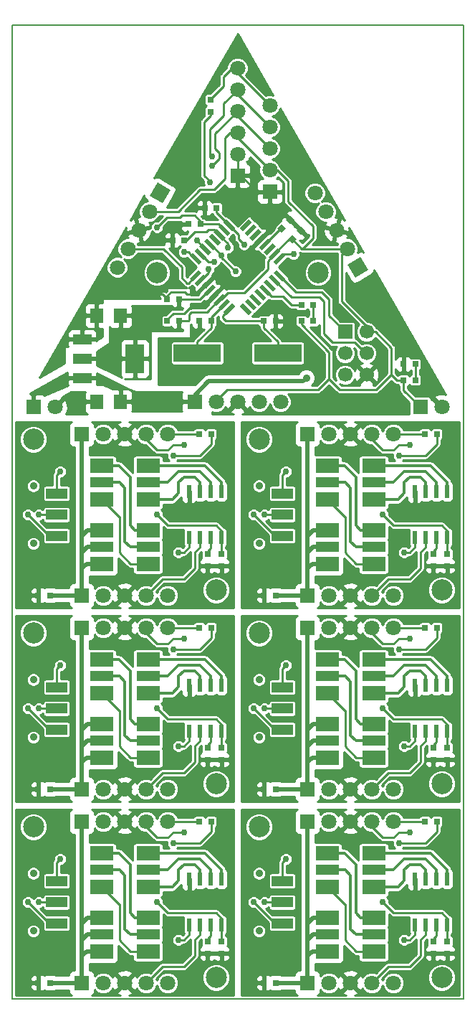
<source format=gtl>
%FSLAX34Y34*%
G04 Gerber Fmt 3.4, Leading zero omitted, Abs format*
G04 (created by PCBNEW (2014-02-03 BZR 4657)-product) date Wed 05 Mar 2014 09:41:08 PM CST*
%MOIN*%
G01*
G70*
G90*
G04 APERTURE LIST*
%ADD10C,0.006000*%
%ADD11C,0.005000*%
%ADD12C,0.098425*%
%ADD13R,0.023622X0.061024*%
%ADD14C,0.035433*%
%ADD15R,0.098425X0.047244*%
%ADD16R,0.027559X0.027559*%
%ADD17R,0.070866X0.070866*%
%ADD18C,0.070866*%
%ADD19R,0.106300X0.066900*%
%ADD20R,0.106300X0.051200*%
%ADD21R,0.062992X0.070866*%
%ADD22R,0.086614X0.047244*%
%ADD23R,0.086614X0.137795*%
%ADD24R,0.066929X0.066929*%
%ADD25C,0.066929*%
%ADD26R,0.220472X0.082677*%
%ADD27C,0.030000*%
%ADD28C,0.035000*%
%ADD29C,0.010000*%
%ADD30C,0.012000*%
%ADD31C,0.020000*%
G04 APERTURE END LIST*
G54D10*
G54D11*
X29000Y-58000D02*
X29000Y-49000D01*
X50000Y-49000D02*
X50000Y-58000D01*
X29000Y-67000D02*
X39500Y-67000D01*
X29000Y-67000D02*
X29000Y-58000D01*
X50000Y-58000D02*
X50000Y-67000D01*
X39500Y-67000D02*
X50000Y-67000D01*
X50000Y-40000D02*
X50000Y-49000D01*
X29000Y-49000D02*
X29000Y-40000D01*
X29000Y-21750D02*
X29000Y-40000D01*
X50000Y-21750D02*
X29000Y-21750D01*
X50000Y-40000D02*
X50000Y-21750D01*
G54D12*
X30000Y-50000D03*
X38500Y-57000D03*
G54D13*
X38750Y-52437D03*
X38250Y-52437D03*
X37750Y-52437D03*
X37250Y-52437D03*
X37250Y-54562D03*
X37750Y-54562D03*
X38250Y-54562D03*
X38750Y-54562D03*
G54D14*
X30000Y-54838D03*
X30000Y-52161D03*
G54D15*
X31082Y-52515D03*
X31082Y-53500D03*
X31082Y-54484D03*
G54D16*
X38275Y-49750D03*
X37724Y-49750D03*
X38100Y-55324D03*
X38100Y-55875D03*
G54D17*
X32250Y-49750D03*
G54D18*
X33250Y-49750D03*
X34250Y-49750D03*
X36250Y-49750D03*
X35250Y-49750D03*
G54D19*
X35333Y-55778D03*
G54D20*
X35333Y-55000D03*
G54D19*
X35333Y-54222D03*
X33167Y-54222D03*
G54D20*
X33167Y-55000D03*
G54D19*
X33167Y-55778D03*
X35333Y-52778D03*
G54D20*
X35333Y-52000D03*
G54D19*
X35333Y-51222D03*
X33167Y-51222D03*
G54D20*
X33167Y-52000D03*
G54D19*
X33167Y-52778D03*
G54D17*
X32250Y-57250D03*
G54D18*
X33250Y-57250D03*
X34250Y-57250D03*
X36250Y-57250D03*
X35250Y-57250D03*
G54D16*
X30775Y-57250D03*
X30224Y-57250D03*
X38750Y-55875D03*
X38750Y-55324D03*
X49250Y-55875D03*
X49250Y-55324D03*
X41275Y-57250D03*
X40724Y-57250D03*
G54D17*
X42750Y-57250D03*
G54D18*
X43750Y-57250D03*
X44750Y-57250D03*
X46750Y-57250D03*
X45750Y-57250D03*
G54D19*
X45833Y-52778D03*
G54D20*
X45833Y-52000D03*
G54D19*
X45833Y-51222D03*
X43667Y-51222D03*
G54D20*
X43667Y-52000D03*
G54D19*
X43667Y-52778D03*
X45833Y-55778D03*
G54D20*
X45833Y-55000D03*
G54D19*
X45833Y-54222D03*
X43667Y-54222D03*
G54D20*
X43667Y-55000D03*
G54D19*
X43667Y-55778D03*
G54D17*
X42750Y-49750D03*
G54D18*
X43750Y-49750D03*
X44750Y-49750D03*
X46750Y-49750D03*
X45750Y-49750D03*
G54D16*
X48600Y-55324D03*
X48600Y-55875D03*
X48775Y-49750D03*
X48224Y-49750D03*
G54D14*
X40500Y-54838D03*
X40500Y-52161D03*
G54D15*
X41582Y-52515D03*
X41582Y-53500D03*
X41582Y-54484D03*
G54D13*
X49250Y-52437D03*
X48750Y-52437D03*
X48250Y-52437D03*
X47750Y-52437D03*
X47750Y-54562D03*
X48250Y-54562D03*
X48750Y-54562D03*
X49250Y-54562D03*
G54D12*
X49000Y-57000D03*
X40500Y-50000D03*
X30000Y-59000D03*
X38500Y-66000D03*
G54D13*
X38750Y-61437D03*
X38250Y-61437D03*
X37750Y-61437D03*
X37250Y-61437D03*
X37250Y-63562D03*
X37750Y-63562D03*
X38250Y-63562D03*
X38750Y-63562D03*
G54D14*
X30000Y-63838D03*
X30000Y-61161D03*
G54D15*
X31082Y-61515D03*
X31082Y-62500D03*
X31082Y-63484D03*
G54D16*
X38275Y-58750D03*
X37724Y-58750D03*
X38100Y-64324D03*
X38100Y-64875D03*
G54D17*
X32250Y-58750D03*
G54D18*
X33250Y-58750D03*
X34250Y-58750D03*
X36250Y-58750D03*
X35250Y-58750D03*
G54D19*
X35333Y-64778D03*
G54D20*
X35333Y-64000D03*
G54D19*
X35333Y-63222D03*
X33167Y-63222D03*
G54D20*
X33167Y-64000D03*
G54D19*
X33167Y-64778D03*
X35333Y-61778D03*
G54D20*
X35333Y-61000D03*
G54D19*
X35333Y-60222D03*
X33167Y-60222D03*
G54D20*
X33167Y-61000D03*
G54D19*
X33167Y-61778D03*
G54D17*
X32250Y-66250D03*
G54D18*
X33250Y-66250D03*
X34250Y-66250D03*
X36250Y-66250D03*
X35250Y-66250D03*
G54D16*
X30775Y-66250D03*
X30224Y-66250D03*
X38750Y-64875D03*
X38750Y-64324D03*
X49250Y-64875D03*
X49250Y-64324D03*
X41275Y-66250D03*
X40724Y-66250D03*
G54D17*
X42750Y-66250D03*
G54D18*
X43750Y-66250D03*
X44750Y-66250D03*
X46750Y-66250D03*
X45750Y-66250D03*
G54D19*
X45833Y-61778D03*
G54D20*
X45833Y-61000D03*
G54D19*
X45833Y-60222D03*
X43667Y-60222D03*
G54D20*
X43667Y-61000D03*
G54D19*
X43667Y-61778D03*
X45833Y-64778D03*
G54D20*
X45833Y-64000D03*
G54D19*
X45833Y-63222D03*
X43667Y-63222D03*
G54D20*
X43667Y-64000D03*
G54D19*
X43667Y-64778D03*
G54D17*
X42750Y-58750D03*
G54D18*
X43750Y-58750D03*
X44750Y-58750D03*
X46750Y-58750D03*
X45750Y-58750D03*
G54D16*
X48600Y-64324D03*
X48600Y-64875D03*
X48775Y-58750D03*
X48224Y-58750D03*
G54D14*
X40500Y-63838D03*
X40500Y-61161D03*
G54D15*
X41582Y-61515D03*
X41582Y-62500D03*
X41582Y-63484D03*
G54D13*
X49250Y-61437D03*
X48750Y-61437D03*
X48250Y-61437D03*
X47750Y-61437D03*
X47750Y-63562D03*
X48250Y-63562D03*
X48750Y-63562D03*
X49250Y-63562D03*
G54D12*
X49000Y-66000D03*
X40500Y-59000D03*
X40500Y-41000D03*
X49000Y-48000D03*
G54D13*
X49250Y-43437D03*
X48750Y-43437D03*
X48250Y-43437D03*
X47750Y-43437D03*
X47750Y-45562D03*
X48250Y-45562D03*
X48750Y-45562D03*
X49250Y-45562D03*
G54D14*
X40500Y-45838D03*
X40500Y-43161D03*
G54D15*
X41582Y-43515D03*
X41582Y-44500D03*
X41582Y-45484D03*
G54D16*
X48775Y-40750D03*
X48224Y-40750D03*
X48600Y-46324D03*
X48600Y-46875D03*
G54D17*
X42750Y-40750D03*
G54D18*
X43750Y-40750D03*
X44750Y-40750D03*
X46750Y-40750D03*
X45750Y-40750D03*
G54D19*
X45833Y-46778D03*
G54D20*
X45833Y-46000D03*
G54D19*
X45833Y-45222D03*
X43667Y-45222D03*
G54D20*
X43667Y-46000D03*
G54D19*
X43667Y-46778D03*
X45833Y-43778D03*
G54D20*
X45833Y-43000D03*
G54D19*
X45833Y-42222D03*
X43667Y-42222D03*
G54D20*
X43667Y-43000D03*
G54D19*
X43667Y-43778D03*
G54D17*
X42750Y-48250D03*
G54D18*
X43750Y-48250D03*
X44750Y-48250D03*
X46750Y-48250D03*
X45750Y-48250D03*
G54D16*
X41275Y-48250D03*
X40724Y-48250D03*
X49250Y-46875D03*
X49250Y-46324D03*
X36775Y-35500D03*
X36224Y-35500D03*
X41275Y-35500D03*
X40724Y-35500D03*
X37724Y-35500D03*
X38275Y-35500D03*
X36775Y-34500D03*
X36224Y-34500D03*
G54D10*
G36*
X42055Y-31889D02*
X41860Y-31694D01*
X42055Y-31500D01*
X42250Y-31694D01*
X42055Y-31889D01*
X42055Y-31889D01*
G37*
G36*
X42444Y-31500D02*
X42250Y-31305D01*
X42444Y-31110D01*
X42639Y-31305D01*
X42444Y-31500D01*
X42444Y-31500D01*
G37*
G36*
X41944Y-30610D02*
X42139Y-30805D01*
X41944Y-31000D01*
X41750Y-30805D01*
X41944Y-30610D01*
X41944Y-30610D01*
G37*
G36*
X41555Y-31000D02*
X41750Y-31194D01*
X41555Y-31389D01*
X41360Y-31194D01*
X41555Y-31000D01*
X41555Y-31000D01*
G37*
G54D21*
X34051Y-39250D03*
X32948Y-39250D03*
X34051Y-35250D03*
X32948Y-35250D03*
G54D16*
X38250Y-25775D03*
X38250Y-25224D03*
X38750Y-46875D03*
X38750Y-46324D03*
X30775Y-48250D03*
X30224Y-48250D03*
G54D10*
G36*
X37411Y-33668D02*
X37272Y-33529D01*
X37690Y-33111D01*
X37829Y-33251D01*
X37411Y-33668D01*
X37411Y-33668D01*
G37*
G36*
X37634Y-33891D02*
X37495Y-33752D01*
X37913Y-33334D01*
X38052Y-33473D01*
X37634Y-33891D01*
X37634Y-33891D01*
G37*
G36*
X37857Y-34114D02*
X37718Y-33975D01*
X38135Y-33557D01*
X38275Y-33696D01*
X37857Y-34114D01*
X37857Y-34114D01*
G37*
G36*
X38080Y-34337D02*
X37940Y-34197D01*
X38358Y-33779D01*
X38498Y-33919D01*
X38080Y-34337D01*
X38080Y-34337D01*
G37*
G36*
X38302Y-34559D02*
X38162Y-34419D01*
X38580Y-34001D01*
X38720Y-34141D01*
X38302Y-34559D01*
X38302Y-34559D01*
G37*
G36*
X38524Y-34781D02*
X38385Y-34642D01*
X38803Y-34224D01*
X38942Y-34364D01*
X38524Y-34781D01*
X38524Y-34781D01*
G37*
G36*
X38747Y-35004D02*
X38608Y-34865D01*
X39026Y-34447D01*
X39165Y-34586D01*
X38747Y-35004D01*
X38747Y-35004D01*
G37*
G36*
X38970Y-35227D02*
X38831Y-35088D01*
X39248Y-34670D01*
X39388Y-34809D01*
X38970Y-35227D01*
X38970Y-35227D01*
G37*
G36*
X40168Y-35088D02*
X40029Y-35227D01*
X39611Y-34809D01*
X39751Y-34670D01*
X40168Y-35088D01*
X40168Y-35088D01*
G37*
G36*
X40391Y-34865D02*
X40252Y-35004D01*
X39834Y-34586D01*
X39973Y-34447D01*
X40391Y-34865D01*
X40391Y-34865D01*
G37*
G36*
X40614Y-34642D02*
X40475Y-34781D01*
X40057Y-34364D01*
X40196Y-34224D01*
X40614Y-34642D01*
X40614Y-34642D01*
G37*
G36*
X40837Y-34419D02*
X40697Y-34559D01*
X40279Y-34141D01*
X40419Y-34001D01*
X40837Y-34419D01*
X40837Y-34419D01*
G37*
G36*
X41059Y-34197D02*
X40919Y-34337D01*
X40501Y-33919D01*
X40641Y-33779D01*
X41059Y-34197D01*
X41059Y-34197D01*
G37*
G36*
X41281Y-33975D02*
X41142Y-34114D01*
X40724Y-33696D01*
X40864Y-33557D01*
X41281Y-33975D01*
X41281Y-33975D01*
G37*
G36*
X41504Y-33752D02*
X41365Y-33891D01*
X40947Y-33473D01*
X41086Y-33334D01*
X41504Y-33752D01*
X41504Y-33752D01*
G37*
G36*
X41727Y-33529D02*
X41588Y-33668D01*
X41170Y-33251D01*
X41309Y-33111D01*
X41727Y-33529D01*
X41727Y-33529D01*
G37*
G36*
X41588Y-32331D02*
X41727Y-32470D01*
X41309Y-32888D01*
X41170Y-32748D01*
X41588Y-32331D01*
X41588Y-32331D01*
G37*
G36*
X41365Y-32108D02*
X41504Y-32247D01*
X41086Y-32665D01*
X40947Y-32526D01*
X41365Y-32108D01*
X41365Y-32108D01*
G37*
G36*
X41142Y-31885D02*
X41281Y-32024D01*
X40864Y-32442D01*
X40724Y-32303D01*
X41142Y-31885D01*
X41142Y-31885D01*
G37*
G36*
X40919Y-31662D02*
X41059Y-31802D01*
X40641Y-32220D01*
X40501Y-32080D01*
X40919Y-31662D01*
X40919Y-31662D01*
G37*
G36*
X40697Y-31440D02*
X40837Y-31580D01*
X40419Y-31998D01*
X40279Y-31858D01*
X40697Y-31440D01*
X40697Y-31440D01*
G37*
G36*
X40475Y-31218D02*
X40614Y-31357D01*
X40196Y-31775D01*
X40057Y-31635D01*
X40475Y-31218D01*
X40475Y-31218D01*
G37*
G36*
X40252Y-30995D02*
X40391Y-31134D01*
X39973Y-31552D01*
X39834Y-31413D01*
X40252Y-30995D01*
X40252Y-30995D01*
G37*
G36*
X40029Y-30772D02*
X40168Y-30911D01*
X39751Y-31329D01*
X39611Y-31190D01*
X40029Y-30772D01*
X40029Y-30772D01*
G37*
G36*
X38831Y-30911D02*
X38970Y-30772D01*
X39388Y-31190D01*
X39248Y-31329D01*
X38831Y-30911D01*
X38831Y-30911D01*
G37*
G36*
X38608Y-31134D02*
X38747Y-30995D01*
X39165Y-31413D01*
X39026Y-31552D01*
X38608Y-31134D01*
X38608Y-31134D01*
G37*
G36*
X38385Y-31357D02*
X38524Y-31218D01*
X38942Y-31635D01*
X38803Y-31775D01*
X38385Y-31357D01*
X38385Y-31357D01*
G37*
G36*
X38162Y-31580D02*
X38302Y-31440D01*
X38720Y-31858D01*
X38580Y-31998D01*
X38162Y-31580D01*
X38162Y-31580D01*
G37*
G36*
X37940Y-31802D02*
X38080Y-31662D01*
X38498Y-32080D01*
X38358Y-32220D01*
X37940Y-31802D01*
X37940Y-31802D01*
G37*
G36*
X37718Y-32024D02*
X37857Y-31885D01*
X38275Y-32303D01*
X38135Y-32442D01*
X37718Y-32024D01*
X37718Y-32024D01*
G37*
G36*
X37495Y-32247D02*
X37634Y-32108D01*
X38052Y-32526D01*
X37913Y-32665D01*
X37495Y-32247D01*
X37495Y-32247D01*
G37*
G36*
X37272Y-32470D02*
X37411Y-32331D01*
X37829Y-32748D01*
X37690Y-32888D01*
X37272Y-32470D01*
X37272Y-32470D01*
G37*
G54D22*
X32279Y-36344D03*
X32279Y-37250D03*
X32279Y-38155D03*
G54D23*
X34720Y-37250D03*
G54D17*
X48000Y-39500D03*
G54D18*
X49000Y-39500D03*
G54D17*
X32250Y-48250D03*
G54D18*
X33250Y-48250D03*
X34250Y-48250D03*
X36250Y-48250D03*
X35250Y-48250D03*
G54D19*
X35333Y-43778D03*
G54D20*
X35333Y-43000D03*
G54D19*
X35333Y-42222D03*
X33167Y-42222D03*
G54D20*
X33167Y-43000D03*
G54D19*
X33167Y-43778D03*
X35333Y-46778D03*
G54D20*
X35333Y-46000D03*
G54D19*
X35333Y-45222D03*
X33167Y-45222D03*
G54D20*
X33167Y-46000D03*
G54D19*
X33167Y-46778D03*
G54D16*
X43025Y-35500D03*
X42474Y-35500D03*
X47224Y-37500D03*
X47775Y-37500D03*
G54D17*
X30000Y-39500D03*
G54D18*
X31000Y-39500D03*
G54D24*
X44500Y-36000D03*
G54D25*
X45500Y-36000D03*
X44500Y-37000D03*
X45500Y-37000D03*
X44500Y-38000D03*
X45500Y-38000D03*
G54D17*
X39500Y-28750D03*
G54D18*
X39500Y-27750D03*
X39500Y-26750D03*
X39500Y-24750D03*
X39500Y-23750D03*
X39500Y-25750D03*
G54D17*
X37500Y-39250D03*
G54D18*
X38500Y-39250D03*
X39500Y-39250D03*
X41500Y-39250D03*
X40500Y-39250D03*
G54D10*
G36*
X35770Y-29063D02*
X36384Y-29418D01*
X36029Y-30031D01*
X35415Y-29677D01*
X35770Y-29063D01*
X35770Y-29063D01*
G37*
G54D18*
X35400Y-30413D03*
X34900Y-31280D03*
X33900Y-33012D03*
X34400Y-32146D03*
G54D10*
G36*
X45584Y-33141D02*
X44970Y-33496D01*
X44615Y-32882D01*
X45229Y-32528D01*
X45584Y-33141D01*
X45584Y-33141D01*
G37*
G54D18*
X44600Y-32146D03*
X44100Y-31280D03*
X43100Y-29547D03*
X43600Y-30413D03*
G54D17*
X32250Y-40750D03*
G54D18*
X33250Y-40750D03*
X34250Y-40750D03*
X36250Y-40750D03*
X35250Y-40750D03*
G54D16*
X37025Y-31750D03*
X36474Y-31750D03*
X37775Y-31000D03*
X37224Y-31000D03*
X38525Y-30250D03*
X37974Y-30250D03*
X38100Y-46324D03*
X38100Y-46875D03*
X38275Y-40750D03*
X37724Y-40750D03*
X43025Y-34750D03*
X42474Y-34750D03*
X47224Y-38250D03*
X47775Y-38250D03*
G54D14*
X30000Y-45838D03*
X30000Y-43161D03*
G54D15*
X31082Y-43515D03*
X31082Y-44500D03*
X31082Y-45484D03*
G54D26*
X37629Y-37000D03*
X41370Y-37000D03*
G54D13*
X38750Y-43437D03*
X38250Y-43437D03*
X37750Y-43437D03*
X37250Y-43437D03*
X37250Y-45562D03*
X37750Y-45562D03*
X38250Y-45562D03*
X38750Y-45562D03*
G54D17*
X41000Y-29500D03*
G54D18*
X41000Y-28500D03*
X41000Y-27500D03*
X41000Y-25500D03*
X41000Y-26500D03*
G54D12*
X35750Y-33250D03*
X43250Y-33250D03*
X38500Y-48000D03*
X30000Y-41000D03*
G54D27*
X39400Y-33200D03*
X38200Y-29050D03*
X38750Y-32450D03*
X42100Y-32400D03*
X37000Y-32300D03*
X38150Y-33100D03*
X30250Y-56250D03*
X40750Y-56250D03*
X30250Y-65250D03*
X40750Y-65250D03*
X40750Y-47250D03*
X30250Y-47250D03*
X36750Y-55250D03*
X37000Y-50250D03*
X47500Y-50250D03*
X47250Y-55250D03*
X36750Y-64250D03*
X37000Y-59250D03*
X47500Y-59250D03*
X47250Y-64250D03*
X47250Y-46250D03*
X47500Y-41250D03*
X37000Y-41250D03*
X36750Y-46250D03*
X36500Y-50750D03*
X47000Y-50750D03*
X36500Y-59750D03*
X47000Y-59750D03*
X47000Y-41750D03*
X36500Y-41750D03*
X29750Y-53500D03*
X40250Y-53500D03*
X29750Y-62500D03*
X40250Y-62500D03*
X40250Y-44500D03*
X29750Y-44500D03*
X39800Y-31950D03*
X35750Y-31150D03*
X39050Y-32100D03*
X38300Y-28300D03*
X37600Y-31750D03*
X38300Y-27850D03*
X38400Y-32750D03*
G54D28*
X42700Y-38150D03*
G54D27*
X30250Y-53500D03*
X35750Y-53500D03*
X46250Y-53500D03*
X40750Y-53500D03*
X30250Y-62500D03*
X35750Y-62500D03*
X46250Y-62500D03*
X40750Y-62500D03*
X40750Y-44500D03*
X46250Y-44500D03*
X35750Y-44500D03*
X30250Y-44500D03*
X31250Y-51500D03*
X41750Y-51500D03*
X31250Y-60500D03*
X41750Y-60500D03*
X41750Y-42500D03*
X31250Y-42500D03*
X37350Y-27300D03*
X43250Y-37800D03*
X37500Y-36000D03*
G54D29*
X41448Y-33390D02*
X41448Y-33398D01*
X43750Y-35250D02*
X44500Y-36000D01*
X43750Y-34500D02*
X43750Y-35250D01*
X43400Y-34150D02*
X43750Y-34500D01*
X42200Y-34150D02*
X43400Y-34150D01*
X41448Y-33398D02*
X42200Y-34150D01*
X45500Y-37000D02*
X45450Y-37000D01*
X42012Y-34400D02*
X41226Y-33613D01*
X43300Y-34400D02*
X42012Y-34400D01*
X43500Y-34600D02*
X43300Y-34400D01*
X43500Y-36100D02*
X43500Y-34600D01*
X43900Y-36500D02*
X43500Y-36100D01*
X44950Y-36500D02*
X43900Y-36500D01*
X45450Y-37000D02*
X44950Y-36500D01*
X37950Y-28200D02*
X37950Y-26250D01*
X37950Y-26250D02*
X38250Y-25950D01*
X38750Y-32450D02*
X38750Y-32550D01*
X38750Y-32550D02*
X39400Y-33200D01*
X38200Y-29050D02*
X38200Y-29000D01*
X37950Y-28750D02*
X37950Y-28200D01*
X38200Y-29000D02*
X37950Y-28750D01*
X38219Y-31941D02*
X38241Y-31941D01*
X38250Y-25950D02*
X38250Y-25775D01*
X38241Y-31941D02*
X38750Y-32450D01*
X41448Y-32609D02*
X41448Y-32601D01*
X41650Y-32400D02*
X42100Y-32400D01*
X41448Y-32601D02*
X41650Y-32400D01*
G54D30*
X37750Y-52000D02*
X37500Y-51750D01*
X37500Y-51750D02*
X37000Y-51750D01*
X37000Y-51750D02*
X36750Y-52000D01*
X36750Y-52000D02*
X36750Y-52500D01*
X36750Y-52500D02*
X36472Y-52778D01*
X36472Y-52778D02*
X35333Y-52778D01*
X37750Y-52437D02*
X37750Y-52000D01*
X48250Y-52437D02*
X48250Y-52000D01*
X46972Y-52778D02*
X45833Y-52778D01*
X47250Y-52500D02*
X46972Y-52778D01*
X47250Y-52000D02*
X47250Y-52500D01*
X47500Y-51750D02*
X47250Y-52000D01*
X48000Y-51750D02*
X47500Y-51750D01*
X48250Y-52000D02*
X48000Y-51750D01*
X37750Y-61000D02*
X37500Y-60750D01*
X37500Y-60750D02*
X37000Y-60750D01*
X37000Y-60750D02*
X36750Y-61000D01*
X36750Y-61000D02*
X36750Y-61500D01*
X36750Y-61500D02*
X36472Y-61778D01*
X36472Y-61778D02*
X35333Y-61778D01*
X37750Y-61437D02*
X37750Y-61000D01*
X48250Y-61437D02*
X48250Y-61000D01*
X46972Y-61778D02*
X45833Y-61778D01*
X47250Y-61500D02*
X46972Y-61778D01*
X47250Y-61000D02*
X47250Y-61500D01*
X47500Y-60750D02*
X47250Y-61000D01*
X48000Y-60750D02*
X47500Y-60750D01*
X48250Y-61000D02*
X48000Y-60750D01*
X48250Y-43000D02*
X48000Y-42750D01*
X48000Y-42750D02*
X47500Y-42750D01*
X47500Y-42750D02*
X47250Y-43000D01*
X47250Y-43000D02*
X47250Y-43500D01*
X47250Y-43500D02*
X46972Y-43778D01*
X46972Y-43778D02*
X45833Y-43778D01*
X48250Y-43437D02*
X48250Y-43000D01*
X37750Y-43437D02*
X37750Y-43000D01*
X36472Y-43778D02*
X35333Y-43778D01*
X36750Y-43500D02*
X36472Y-43778D01*
X36750Y-43000D02*
X36750Y-43500D01*
X37000Y-42750D02*
X36750Y-43000D01*
X37500Y-42750D02*
X37000Y-42750D01*
X37750Y-43000D02*
X37500Y-42750D01*
X36250Y-52000D02*
X36750Y-51500D01*
X36750Y-51500D02*
X37750Y-51500D01*
X37750Y-51500D02*
X38250Y-52000D01*
X38250Y-52000D02*
X38250Y-52437D01*
X35333Y-52000D02*
X36250Y-52000D01*
X45833Y-52000D02*
X46750Y-52000D01*
X48750Y-52000D02*
X48750Y-52437D01*
X48250Y-51500D02*
X48750Y-52000D01*
X47250Y-51500D02*
X48250Y-51500D01*
X46750Y-52000D02*
X47250Y-51500D01*
X36250Y-61000D02*
X36750Y-60500D01*
X36750Y-60500D02*
X37750Y-60500D01*
X37750Y-60500D02*
X38250Y-61000D01*
X38250Y-61000D02*
X38250Y-61437D01*
X35333Y-61000D02*
X36250Y-61000D01*
X45833Y-61000D02*
X46750Y-61000D01*
X48750Y-61000D02*
X48750Y-61437D01*
X48250Y-60500D02*
X48750Y-61000D01*
X47250Y-60500D02*
X48250Y-60500D01*
X46750Y-61000D02*
X47250Y-60500D01*
X46750Y-43000D02*
X47250Y-42500D01*
X47250Y-42500D02*
X48250Y-42500D01*
X48250Y-42500D02*
X48750Y-43000D01*
X48750Y-43000D02*
X48750Y-43437D01*
X45833Y-43000D02*
X46750Y-43000D01*
X35333Y-43000D02*
X36250Y-43000D01*
X38250Y-43000D02*
X38250Y-43437D01*
X37750Y-42500D02*
X38250Y-43000D01*
X36750Y-42500D02*
X37750Y-42500D01*
X36250Y-43000D02*
X36750Y-42500D01*
G54D29*
X37551Y-32609D02*
X37509Y-32609D01*
X37200Y-32300D02*
X37000Y-32300D01*
X37509Y-32609D02*
X37200Y-32300D01*
X34400Y-32146D02*
X36046Y-32146D01*
X36900Y-33500D02*
X37150Y-33750D01*
X36900Y-33000D02*
X36900Y-33500D01*
X36046Y-32146D02*
X36900Y-33000D01*
X37551Y-33390D02*
X37551Y-33398D01*
X37200Y-33750D02*
X37150Y-33750D01*
X37551Y-33398D02*
X37200Y-33750D01*
X37773Y-33613D02*
X37786Y-33613D01*
X38150Y-33250D02*
X38150Y-33100D01*
X37786Y-33613D02*
X38150Y-33250D01*
X30224Y-56275D02*
X30250Y-56250D01*
X30224Y-57250D02*
X30224Y-56275D01*
X38750Y-55875D02*
X38100Y-55875D01*
X49250Y-55875D02*
X48600Y-55875D01*
X40724Y-57250D02*
X40724Y-56275D01*
X40724Y-56275D02*
X40750Y-56250D01*
X30224Y-65275D02*
X30250Y-65250D01*
X30224Y-66250D02*
X30224Y-65275D01*
X38750Y-64875D02*
X38100Y-64875D01*
X49250Y-64875D02*
X48600Y-64875D01*
X40724Y-66250D02*
X40724Y-65275D01*
X40724Y-65275D02*
X40750Y-65250D01*
X40724Y-47275D02*
X40750Y-47250D01*
X40724Y-48250D02*
X40724Y-47275D01*
X49250Y-46875D02*
X48600Y-46875D01*
X38750Y-46875D02*
X38100Y-46875D01*
X30224Y-48250D02*
X30224Y-47275D01*
X30224Y-47275D02*
X30250Y-47250D01*
X36000Y-56500D02*
X37000Y-56500D01*
X37000Y-56500D02*
X37500Y-56000D01*
X37500Y-56000D02*
X37500Y-55250D01*
X37500Y-55250D02*
X37750Y-55000D01*
X37750Y-55000D02*
X37750Y-54562D01*
X35250Y-57250D02*
X36000Y-56500D01*
X45750Y-57250D02*
X46500Y-56500D01*
X48250Y-55000D02*
X48250Y-54562D01*
X48000Y-55250D02*
X48250Y-55000D01*
X48000Y-56000D02*
X48000Y-55250D01*
X47500Y-56500D02*
X48000Y-56000D01*
X46500Y-56500D02*
X47500Y-56500D01*
X36000Y-65500D02*
X37000Y-65500D01*
X37000Y-65500D02*
X37500Y-65000D01*
X37500Y-65000D02*
X37500Y-64250D01*
X37500Y-64250D02*
X37750Y-64000D01*
X37750Y-64000D02*
X37750Y-63562D01*
X35250Y-66250D02*
X36000Y-65500D01*
X45750Y-66250D02*
X46500Y-65500D01*
X48250Y-64000D02*
X48250Y-63562D01*
X48000Y-64250D02*
X48250Y-64000D01*
X48000Y-65000D02*
X48000Y-64250D01*
X47500Y-65500D02*
X48000Y-65000D01*
X46500Y-65500D02*
X47500Y-65500D01*
X46500Y-47500D02*
X47500Y-47500D01*
X47500Y-47500D02*
X48000Y-47000D01*
X48000Y-47000D02*
X48000Y-46250D01*
X48000Y-46250D02*
X48250Y-46000D01*
X48250Y-46000D02*
X48250Y-45562D01*
X45750Y-48250D02*
X46500Y-47500D01*
X35250Y-48250D02*
X36000Y-47500D01*
X37750Y-46000D02*
X37750Y-45562D01*
X37500Y-46250D02*
X37750Y-46000D01*
X37500Y-47000D02*
X37500Y-46250D01*
X37000Y-47500D02*
X37500Y-47000D01*
X36000Y-47500D02*
X37000Y-47500D01*
X37250Y-55000D02*
X37000Y-55250D01*
X37000Y-55250D02*
X36750Y-55250D01*
X37000Y-50250D02*
X36500Y-50250D01*
X36500Y-50250D02*
X36250Y-50500D01*
X36250Y-50500D02*
X35750Y-50500D01*
X35750Y-50500D02*
X35250Y-50000D01*
X35250Y-50000D02*
X35250Y-49750D01*
X37250Y-54562D02*
X37250Y-55000D01*
X47750Y-54562D02*
X47750Y-55000D01*
X45750Y-50000D02*
X45750Y-49750D01*
X46250Y-50500D02*
X45750Y-50000D01*
X46750Y-50500D02*
X46250Y-50500D01*
X47000Y-50250D02*
X46750Y-50500D01*
X47500Y-50250D02*
X47000Y-50250D01*
X47500Y-55250D02*
X47250Y-55250D01*
X47750Y-55000D02*
X47500Y-55250D01*
X37250Y-64000D02*
X37000Y-64250D01*
X37000Y-64250D02*
X36750Y-64250D01*
X37000Y-59250D02*
X36500Y-59250D01*
X36500Y-59250D02*
X36250Y-59500D01*
X36250Y-59500D02*
X35750Y-59500D01*
X35750Y-59500D02*
X35250Y-59000D01*
X35250Y-59000D02*
X35250Y-58750D01*
X37250Y-63562D02*
X37250Y-64000D01*
X47750Y-63562D02*
X47750Y-64000D01*
X45750Y-59000D02*
X45750Y-58750D01*
X46250Y-59500D02*
X45750Y-59000D01*
X46750Y-59500D02*
X46250Y-59500D01*
X47000Y-59250D02*
X46750Y-59500D01*
X47500Y-59250D02*
X47000Y-59250D01*
X47500Y-64250D02*
X47250Y-64250D01*
X47750Y-64000D02*
X47500Y-64250D01*
X47750Y-46000D02*
X47500Y-46250D01*
X47500Y-46250D02*
X47250Y-46250D01*
X47500Y-41250D02*
X47000Y-41250D01*
X47000Y-41250D02*
X46750Y-41500D01*
X46750Y-41500D02*
X46250Y-41500D01*
X46250Y-41500D02*
X45750Y-41000D01*
X45750Y-41000D02*
X45750Y-40750D01*
X47750Y-45562D02*
X47750Y-46000D01*
X37250Y-45562D02*
X37250Y-46000D01*
X35250Y-41000D02*
X35250Y-40750D01*
X35750Y-41500D02*
X35250Y-41000D01*
X36250Y-41500D02*
X35750Y-41500D01*
X36500Y-41250D02*
X36250Y-41500D01*
X37000Y-41250D02*
X36500Y-41250D01*
X37000Y-46250D02*
X36750Y-46250D01*
X37250Y-46000D02*
X37000Y-46250D01*
G54D30*
X38750Y-52000D02*
X37972Y-51222D01*
X37972Y-51222D02*
X35333Y-51222D01*
X38750Y-52437D02*
X38750Y-52000D01*
X49250Y-52437D02*
X49250Y-52000D01*
X48472Y-51222D02*
X45833Y-51222D01*
X49250Y-52000D02*
X48472Y-51222D01*
X38750Y-61000D02*
X37972Y-60222D01*
X37972Y-60222D02*
X35333Y-60222D01*
X38750Y-61437D02*
X38750Y-61000D01*
X49250Y-61437D02*
X49250Y-61000D01*
X48472Y-60222D02*
X45833Y-60222D01*
X49250Y-61000D02*
X48472Y-60222D01*
X49250Y-43000D02*
X48472Y-42222D01*
X48472Y-42222D02*
X45833Y-42222D01*
X49250Y-43437D02*
X49250Y-43000D01*
X38750Y-43437D02*
X38750Y-43000D01*
X37972Y-42222D02*
X35333Y-42222D01*
X38750Y-43000D02*
X37972Y-42222D01*
G54D29*
X36500Y-50750D02*
X37750Y-50750D01*
X37750Y-50750D02*
X38275Y-50224D01*
X38275Y-50224D02*
X38275Y-49750D01*
X48775Y-50224D02*
X48775Y-49750D01*
X48250Y-50750D02*
X48775Y-50224D01*
X47000Y-50750D02*
X48250Y-50750D01*
X36500Y-59750D02*
X37750Y-59750D01*
X37750Y-59750D02*
X38275Y-59224D01*
X38275Y-59224D02*
X38275Y-58750D01*
X48775Y-59224D02*
X48775Y-58750D01*
X48250Y-59750D02*
X48775Y-59224D01*
X47000Y-59750D02*
X48250Y-59750D01*
X47000Y-41750D02*
X48250Y-41750D01*
X48250Y-41750D02*
X48775Y-41224D01*
X48775Y-41224D02*
X48775Y-40750D01*
X38275Y-41224D02*
X38275Y-40750D01*
X37750Y-41750D02*
X38275Y-41224D01*
X36500Y-41750D02*
X37750Y-41750D01*
X37724Y-49750D02*
X36250Y-49750D01*
X29750Y-53500D02*
X30734Y-54484D01*
X30734Y-54484D02*
X31082Y-54484D01*
X41234Y-54484D02*
X41582Y-54484D01*
X40250Y-53500D02*
X41234Y-54484D01*
X48224Y-49750D02*
X46750Y-49750D01*
X37724Y-58750D02*
X36250Y-58750D01*
X29750Y-62500D02*
X30734Y-63484D01*
X30734Y-63484D02*
X31082Y-63484D01*
X41234Y-63484D02*
X41582Y-63484D01*
X40250Y-62500D02*
X41234Y-63484D01*
X48224Y-58750D02*
X46750Y-58750D01*
X48224Y-40750D02*
X46750Y-40750D01*
X40250Y-44500D02*
X41234Y-45484D01*
X41234Y-45484D02*
X41582Y-45484D01*
X30734Y-45484D02*
X31082Y-45484D01*
X29750Y-44500D02*
X30734Y-45484D01*
X37724Y-40750D02*
X36250Y-40750D01*
X39550Y-31491D02*
X39109Y-31051D01*
X39550Y-31700D02*
X39550Y-31491D01*
X39800Y-31950D02*
X39550Y-31700D01*
X38525Y-30250D02*
X38525Y-30467D01*
X38525Y-30467D02*
X39109Y-31051D01*
X36900Y-30600D02*
X37500Y-30600D01*
X36800Y-30700D02*
X36900Y-30600D01*
X36200Y-30700D02*
X36800Y-30700D01*
X35750Y-31150D02*
X36200Y-30700D01*
X37775Y-30875D02*
X37775Y-31000D01*
X37500Y-30600D02*
X37775Y-30875D01*
X37775Y-31000D02*
X38612Y-31000D01*
X38612Y-31000D02*
X38886Y-31273D01*
X38664Y-31496D02*
X38664Y-31514D01*
X39050Y-31900D02*
X39050Y-32100D01*
X38664Y-31514D02*
X39050Y-31900D01*
X37025Y-31750D02*
X37100Y-31750D01*
X38417Y-31250D02*
X38664Y-31496D01*
X38150Y-31250D02*
X38417Y-31250D01*
X38050Y-31350D02*
X38150Y-31250D01*
X37500Y-31350D02*
X38050Y-31350D01*
X37100Y-31750D02*
X37500Y-31350D01*
X38450Y-26800D02*
X39500Y-25750D01*
X38450Y-27500D02*
X38450Y-26800D01*
X38650Y-27700D02*
X38450Y-27500D01*
X38650Y-27950D02*
X38650Y-27700D01*
X38300Y-28300D02*
X38650Y-27950D01*
X37996Y-32164D02*
X37996Y-32146D01*
X37996Y-32146D02*
X37600Y-31750D01*
X39500Y-25750D02*
X39500Y-26000D01*
X39500Y-26000D02*
X41000Y-27500D01*
X38850Y-25800D02*
X38850Y-25950D01*
X38200Y-27750D02*
X38300Y-27850D01*
X38200Y-26600D02*
X38200Y-27750D01*
X38850Y-25950D02*
X38200Y-26600D01*
X37773Y-32386D02*
X37786Y-32386D01*
X38850Y-25400D02*
X39500Y-24750D01*
X38850Y-25800D02*
X38850Y-25400D01*
X38150Y-32750D02*
X38400Y-32750D01*
X37786Y-32386D02*
X38150Y-32750D01*
X39500Y-24750D02*
X39500Y-25000D01*
X39500Y-25000D02*
X41000Y-26500D01*
G54D31*
X37500Y-39250D02*
X37500Y-38950D01*
X42550Y-38300D02*
X42700Y-38150D01*
X38150Y-38300D02*
X42550Y-38300D01*
X37500Y-38950D02*
X38150Y-38300D01*
X32250Y-56000D02*
X32472Y-55778D01*
X32472Y-55778D02*
X33167Y-55778D01*
X32250Y-57250D02*
X32250Y-56000D01*
X32250Y-55250D02*
X32500Y-55000D01*
X32500Y-55000D02*
X33167Y-55000D01*
X32250Y-56000D02*
X32250Y-55250D01*
X32250Y-54500D02*
X32528Y-54222D01*
X32528Y-54222D02*
X33167Y-54222D01*
X32250Y-55250D02*
X32250Y-54500D01*
X32250Y-54500D02*
X32250Y-49750D01*
X32250Y-57250D02*
X30775Y-57250D01*
X42750Y-57250D02*
X41275Y-57250D01*
X42750Y-54500D02*
X42750Y-49750D01*
X42750Y-55250D02*
X42750Y-54500D01*
X43028Y-54222D02*
X43667Y-54222D01*
X42750Y-54500D02*
X43028Y-54222D01*
X42750Y-56000D02*
X42750Y-55250D01*
X43000Y-55000D02*
X43667Y-55000D01*
X42750Y-55250D02*
X43000Y-55000D01*
X42750Y-57250D02*
X42750Y-56000D01*
X42972Y-55778D02*
X43667Y-55778D01*
X42750Y-56000D02*
X42972Y-55778D01*
X32250Y-65000D02*
X32472Y-64778D01*
X32472Y-64778D02*
X33167Y-64778D01*
X32250Y-66250D02*
X32250Y-65000D01*
X32250Y-64250D02*
X32500Y-64000D01*
X32500Y-64000D02*
X33167Y-64000D01*
X32250Y-65000D02*
X32250Y-64250D01*
X32250Y-63500D02*
X32528Y-63222D01*
X32528Y-63222D02*
X33167Y-63222D01*
X32250Y-64250D02*
X32250Y-63500D01*
X32250Y-63500D02*
X32250Y-58750D01*
X32250Y-66250D02*
X30775Y-66250D01*
X42750Y-66250D02*
X41275Y-66250D01*
X42750Y-63500D02*
X42750Y-58750D01*
X42750Y-64250D02*
X42750Y-63500D01*
X43028Y-63222D02*
X43667Y-63222D01*
X42750Y-63500D02*
X43028Y-63222D01*
X42750Y-65000D02*
X42750Y-64250D01*
X43000Y-64000D02*
X43667Y-64000D01*
X42750Y-64250D02*
X43000Y-64000D01*
X42750Y-66250D02*
X42750Y-65000D01*
X42972Y-64778D02*
X43667Y-64778D01*
X42750Y-65000D02*
X42972Y-64778D01*
X42750Y-47000D02*
X42972Y-46778D01*
X42972Y-46778D02*
X43667Y-46778D01*
X42750Y-48250D02*
X42750Y-47000D01*
X42750Y-46250D02*
X43000Y-46000D01*
X43000Y-46000D02*
X43667Y-46000D01*
X42750Y-47000D02*
X42750Y-46250D01*
X42750Y-45500D02*
X43028Y-45222D01*
X43028Y-45222D02*
X43667Y-45222D01*
X42750Y-46250D02*
X42750Y-45500D01*
X42750Y-45500D02*
X42750Y-40750D01*
X42750Y-48250D02*
X41275Y-48250D01*
X32250Y-48250D02*
X30775Y-48250D01*
X32250Y-45500D02*
X32250Y-40750D01*
X32250Y-46250D02*
X32250Y-45500D01*
X32528Y-45222D02*
X33167Y-45222D01*
X32250Y-45500D02*
X32528Y-45222D01*
X32250Y-47000D02*
X32250Y-46250D01*
X32500Y-46000D02*
X33167Y-46000D01*
X32250Y-46250D02*
X32500Y-46000D01*
X32250Y-48250D02*
X32250Y-47000D01*
X32472Y-46778D02*
X33167Y-46778D01*
X32250Y-47000D02*
X32472Y-46778D01*
G54D29*
X31082Y-53500D02*
X30250Y-53500D01*
X35750Y-53500D02*
X36250Y-54000D01*
X36250Y-54000D02*
X38500Y-54000D01*
X38500Y-54000D02*
X38750Y-54250D01*
X38750Y-54250D02*
X38750Y-54562D01*
X38750Y-55324D02*
X38750Y-54562D01*
X49250Y-55324D02*
X49250Y-54562D01*
X49250Y-54250D02*
X49250Y-54562D01*
X49000Y-54000D02*
X49250Y-54250D01*
X46750Y-54000D02*
X49000Y-54000D01*
X46250Y-53500D02*
X46750Y-54000D01*
X41582Y-53500D02*
X40750Y-53500D01*
X31082Y-62500D02*
X30250Y-62500D01*
X35750Y-62500D02*
X36250Y-63000D01*
X36250Y-63000D02*
X38500Y-63000D01*
X38500Y-63000D02*
X38750Y-63250D01*
X38750Y-63250D02*
X38750Y-63562D01*
X38750Y-64324D02*
X38750Y-63562D01*
X49250Y-64324D02*
X49250Y-63562D01*
X49250Y-63250D02*
X49250Y-63562D01*
X49000Y-63000D02*
X49250Y-63250D01*
X46750Y-63000D02*
X49000Y-63000D01*
X46250Y-62500D02*
X46750Y-63000D01*
X41582Y-62500D02*
X40750Y-62500D01*
X41582Y-44500D02*
X40750Y-44500D01*
X46250Y-44500D02*
X46750Y-45000D01*
X46750Y-45000D02*
X49000Y-45000D01*
X49000Y-45000D02*
X49250Y-45250D01*
X49250Y-45250D02*
X49250Y-45562D01*
X49250Y-46324D02*
X49250Y-45562D01*
X38750Y-46324D02*
X38750Y-45562D01*
X38750Y-45250D02*
X38750Y-45562D01*
X38500Y-45000D02*
X38750Y-45250D01*
X36250Y-45000D02*
X38500Y-45000D01*
X35750Y-44500D02*
X36250Y-45000D01*
X31082Y-44500D02*
X30250Y-44500D01*
X31250Y-51500D02*
X31082Y-51667D01*
X31082Y-51667D02*
X31082Y-52515D01*
X41582Y-51667D02*
X41582Y-52515D01*
X41750Y-51500D02*
X41582Y-51667D01*
X31250Y-60500D02*
X31082Y-60667D01*
X31082Y-60667D02*
X31082Y-61515D01*
X41582Y-60667D02*
X41582Y-61515D01*
X41750Y-60500D02*
X41582Y-60667D01*
X41750Y-42500D02*
X41582Y-42667D01*
X41582Y-42667D02*
X41582Y-43515D01*
X31082Y-42667D02*
X31082Y-43515D01*
X31250Y-42500D02*
X31082Y-42667D01*
X37724Y-35500D02*
X37724Y-35775D01*
X37724Y-35775D02*
X37500Y-36000D01*
X36224Y-34500D02*
X36224Y-34474D01*
X32948Y-34401D02*
X32948Y-35250D01*
X33100Y-34250D02*
X32948Y-34401D01*
X36000Y-34250D02*
X33100Y-34250D01*
X36224Y-34474D02*
X36000Y-34250D01*
X39500Y-27750D02*
X39500Y-28750D01*
X39500Y-28750D02*
X39650Y-28750D01*
X40400Y-29500D02*
X41000Y-29500D01*
X39650Y-28750D02*
X40400Y-29500D01*
X36224Y-34500D02*
X36224Y-34325D01*
X37582Y-34250D02*
X37996Y-33835D01*
X37150Y-34250D02*
X37582Y-34250D01*
X37050Y-34150D02*
X37150Y-34250D01*
X36400Y-34150D02*
X37050Y-34150D01*
X36224Y-34325D02*
X36400Y-34150D01*
X41944Y-30805D02*
X42444Y-31305D01*
X40558Y-31719D02*
X40558Y-31691D01*
X41789Y-30650D02*
X41944Y-30805D01*
X41600Y-30650D02*
X41789Y-30650D01*
X40558Y-31691D02*
X41600Y-30650D01*
X36224Y-35500D02*
X36224Y-35425D01*
X37872Y-34850D02*
X38441Y-34280D01*
X37300Y-34850D02*
X37872Y-34850D01*
X37000Y-35150D02*
X37300Y-34850D01*
X36500Y-35150D02*
X37000Y-35150D01*
X36224Y-35425D02*
X36500Y-35150D01*
X41370Y-37000D02*
X41370Y-36470D01*
X40724Y-35824D02*
X40724Y-35500D01*
X41370Y-36470D02*
X40724Y-35824D01*
X40724Y-35500D02*
X38950Y-35500D01*
X38800Y-35258D02*
X39109Y-34948D01*
X38800Y-35350D02*
X38800Y-35258D01*
X38950Y-35500D02*
X38800Y-35350D01*
X37629Y-37000D02*
X37629Y-36470D01*
X38275Y-35824D02*
X38275Y-35500D01*
X37629Y-36470D02*
X38275Y-35824D01*
X38275Y-35500D02*
X38275Y-35337D01*
X38275Y-35337D02*
X38886Y-34726D01*
X41555Y-31194D02*
X41527Y-31194D01*
X41527Y-31194D02*
X40780Y-31941D01*
X38250Y-25224D02*
X38250Y-25200D01*
X38850Y-24600D02*
X38850Y-24150D01*
X38250Y-25200D02*
X38850Y-24600D01*
X39500Y-23750D02*
X39500Y-24000D01*
X39500Y-24000D02*
X41000Y-25500D01*
X39500Y-23750D02*
X39250Y-23750D01*
X39250Y-23750D02*
X38850Y-24150D01*
X42474Y-34750D02*
X42000Y-34750D01*
X41600Y-34350D02*
X41072Y-34350D01*
X42000Y-34750D02*
X41600Y-34350D01*
X41072Y-34350D02*
X40780Y-34058D01*
X38100Y-55200D02*
X38250Y-55050D01*
X38250Y-55050D02*
X38250Y-54562D01*
X38100Y-55324D02*
X38100Y-55200D01*
X48600Y-55324D02*
X48600Y-55200D01*
X48750Y-55050D02*
X48750Y-54562D01*
X48600Y-55200D02*
X48750Y-55050D01*
X38100Y-64200D02*
X38250Y-64050D01*
X38250Y-64050D02*
X38250Y-63562D01*
X38100Y-64324D02*
X38100Y-64200D01*
X48600Y-64324D02*
X48600Y-64200D01*
X48750Y-64050D02*
X48750Y-63562D01*
X48600Y-64200D02*
X48750Y-64050D01*
X48600Y-46200D02*
X48750Y-46050D01*
X48750Y-46050D02*
X48750Y-45562D01*
X48600Y-46324D02*
X48600Y-46200D01*
X38100Y-46324D02*
X38100Y-46200D01*
X38250Y-46050D02*
X38250Y-45562D01*
X38100Y-46200D02*
X38250Y-46050D01*
G54D30*
X34722Y-54222D02*
X34500Y-54000D01*
X34500Y-54000D02*
X34500Y-51750D01*
X34500Y-51750D02*
X33972Y-51222D01*
X33972Y-51222D02*
X33167Y-51222D01*
X35333Y-54222D02*
X34722Y-54222D01*
X45833Y-54222D02*
X45222Y-54222D01*
X44472Y-51222D02*
X43667Y-51222D01*
X45000Y-51750D02*
X44472Y-51222D01*
X45000Y-54000D02*
X45000Y-51750D01*
X45222Y-54222D02*
X45000Y-54000D01*
X34722Y-63222D02*
X34500Y-63000D01*
X34500Y-63000D02*
X34500Y-60750D01*
X34500Y-60750D02*
X33972Y-60222D01*
X33972Y-60222D02*
X33167Y-60222D01*
X35333Y-63222D02*
X34722Y-63222D01*
X45833Y-63222D02*
X45222Y-63222D01*
X44472Y-60222D02*
X43667Y-60222D01*
X45000Y-60750D02*
X44472Y-60222D01*
X45000Y-63000D02*
X45000Y-60750D01*
X45222Y-63222D02*
X45000Y-63000D01*
X45222Y-45222D02*
X45000Y-45000D01*
X45000Y-45000D02*
X45000Y-42750D01*
X45000Y-42750D02*
X44472Y-42222D01*
X44472Y-42222D02*
X43667Y-42222D01*
X45833Y-45222D02*
X45222Y-45222D01*
X35333Y-45222D02*
X34722Y-45222D01*
X33972Y-42222D02*
X33167Y-42222D01*
X34500Y-42750D02*
X33972Y-42222D01*
X34500Y-45000D02*
X34500Y-42750D01*
X34722Y-45222D02*
X34500Y-45000D01*
X34500Y-55000D02*
X34250Y-54750D01*
X34250Y-54750D02*
X34250Y-52250D01*
X34250Y-52250D02*
X34000Y-52000D01*
X34000Y-52000D02*
X33167Y-52000D01*
X35333Y-55000D02*
X34500Y-55000D01*
X45833Y-55000D02*
X45000Y-55000D01*
X44500Y-52000D02*
X43667Y-52000D01*
X44750Y-52250D02*
X44500Y-52000D01*
X44750Y-54750D02*
X44750Y-52250D01*
X45000Y-55000D02*
X44750Y-54750D01*
X34500Y-64000D02*
X34250Y-63750D01*
X34250Y-63750D02*
X34250Y-61250D01*
X34250Y-61250D02*
X34000Y-61000D01*
X34000Y-61000D02*
X33167Y-61000D01*
X35333Y-64000D02*
X34500Y-64000D01*
X45833Y-64000D02*
X45000Y-64000D01*
X44500Y-61000D02*
X43667Y-61000D01*
X44750Y-61250D02*
X44500Y-61000D01*
X44750Y-63750D02*
X44750Y-61250D01*
X45000Y-64000D02*
X44750Y-63750D01*
X45000Y-46000D02*
X44750Y-45750D01*
X44750Y-45750D02*
X44750Y-43250D01*
X44750Y-43250D02*
X44500Y-43000D01*
X44500Y-43000D02*
X43667Y-43000D01*
X45833Y-46000D02*
X45000Y-46000D01*
X35333Y-46000D02*
X34500Y-46000D01*
X34000Y-43000D02*
X33167Y-43000D01*
X34250Y-43250D02*
X34000Y-43000D01*
X34250Y-45750D02*
X34250Y-43250D01*
X34500Y-46000D02*
X34250Y-45750D01*
G54D29*
X34528Y-55778D02*
X34000Y-55250D01*
X34000Y-55250D02*
X34000Y-53611D01*
G54D30*
X34000Y-53611D02*
X33167Y-52778D01*
G54D29*
X35333Y-55778D02*
X34528Y-55778D01*
X45833Y-55778D02*
X45028Y-55778D01*
G54D30*
X44500Y-53611D02*
X43667Y-52778D01*
G54D29*
X44500Y-55250D02*
X44500Y-53611D01*
X45028Y-55778D02*
X44500Y-55250D01*
X34528Y-64778D02*
X34000Y-64250D01*
X34000Y-64250D02*
X34000Y-62611D01*
G54D30*
X34000Y-62611D02*
X33167Y-61778D01*
G54D29*
X35333Y-64778D02*
X34528Y-64778D01*
X45833Y-64778D02*
X45028Y-64778D01*
G54D30*
X44500Y-62611D02*
X43667Y-61778D01*
G54D29*
X44500Y-64250D02*
X44500Y-62611D01*
X45028Y-64778D02*
X44500Y-64250D01*
X45028Y-46778D02*
X44500Y-46250D01*
X44500Y-46250D02*
X44500Y-44611D01*
G54D30*
X44500Y-44611D02*
X43667Y-43778D01*
G54D29*
X45833Y-46778D02*
X45028Y-46778D01*
X35333Y-46778D02*
X34528Y-46778D01*
G54D30*
X34000Y-44611D02*
X33167Y-43778D01*
G54D29*
X34000Y-46250D02*
X34000Y-44611D01*
X34528Y-46778D02*
X34000Y-46250D01*
X43025Y-35500D02*
X43025Y-34750D01*
X47775Y-38250D02*
X47775Y-37500D01*
X38664Y-34503D02*
X38746Y-34503D01*
X40900Y-32712D02*
X41226Y-32386D01*
X40900Y-33100D02*
X40900Y-32712D01*
X39800Y-34200D02*
X40900Y-33100D01*
X39050Y-34200D02*
X39800Y-34200D01*
X38746Y-34503D02*
X39050Y-34200D01*
X38500Y-39250D02*
X38500Y-39200D01*
X43250Y-38700D02*
X43750Y-38200D01*
X39000Y-38700D02*
X43250Y-38700D01*
X38500Y-39200D02*
X39000Y-38700D01*
X39500Y-26750D02*
X39150Y-26750D01*
X36736Y-30413D02*
X35400Y-30413D01*
X37750Y-29400D02*
X36736Y-30413D01*
X38400Y-29400D02*
X37750Y-29400D01*
X38900Y-28900D02*
X38400Y-29400D01*
X38900Y-27000D02*
X38900Y-28900D01*
X39150Y-26750D02*
X38900Y-27000D01*
X45500Y-36000D02*
X45500Y-35750D01*
X44350Y-32396D02*
X44600Y-32146D01*
X44350Y-34600D02*
X44350Y-32396D01*
X45500Y-35750D02*
X44350Y-34600D01*
X42474Y-35500D02*
X42474Y-35674D01*
X42474Y-35674D02*
X43750Y-36950D01*
X43750Y-36950D02*
X43750Y-38200D01*
X45950Y-38700D02*
X46650Y-38000D01*
X43750Y-38200D02*
X44250Y-38700D01*
X44250Y-38700D02*
X45950Y-38700D01*
X42500Y-32146D02*
X42503Y-32146D01*
X41350Y-28500D02*
X41000Y-28500D01*
X41850Y-29000D02*
X41350Y-28500D01*
X41850Y-29950D02*
X41850Y-29000D01*
X43000Y-31100D02*
X41850Y-29950D01*
X43000Y-31650D02*
X43000Y-31100D01*
X42503Y-32146D02*
X43000Y-31650D01*
X42055Y-31694D02*
X42055Y-31705D01*
X42496Y-32146D02*
X42500Y-32146D01*
X42500Y-32146D02*
X44600Y-32146D01*
X42055Y-31705D02*
X42496Y-32146D01*
X45500Y-36000D02*
X45900Y-36000D01*
X46900Y-38250D02*
X47224Y-38250D01*
X46650Y-38000D02*
X46900Y-38250D01*
X46650Y-36750D02*
X46650Y-38000D01*
X45900Y-36000D02*
X46650Y-36750D01*
X47224Y-38250D02*
X47224Y-38724D01*
X47224Y-38724D02*
X48000Y-39500D01*
X39500Y-26750D02*
X39500Y-27000D01*
X39500Y-27000D02*
X41000Y-28500D01*
X38219Y-34058D02*
X38191Y-34058D01*
X37750Y-34500D02*
X36775Y-34500D01*
X38191Y-34058D02*
X37750Y-34500D01*
X41226Y-32386D02*
X41226Y-32373D01*
X41226Y-32373D02*
X41905Y-31694D01*
X41905Y-31694D02*
X42055Y-31694D01*
X36775Y-35500D02*
X37200Y-35500D01*
X37250Y-35450D02*
X37250Y-35200D01*
X37200Y-35500D02*
X37250Y-35450D01*
X38067Y-35100D02*
X38664Y-34503D01*
X37350Y-35100D02*
X38067Y-35100D01*
X37250Y-35200D02*
X37350Y-35100D01*
G54D10*
G36*
X37557Y-39300D02*
X37550Y-39300D01*
X37550Y-39307D01*
X37450Y-39307D01*
X37450Y-39300D01*
X36958Y-39300D01*
X36895Y-39362D01*
X36895Y-39554D01*
X36895Y-39654D01*
X36914Y-39700D01*
X34597Y-39700D01*
X34616Y-39654D01*
X34616Y-39554D01*
X34616Y-39362D01*
X34553Y-39300D01*
X34101Y-39300D01*
X34101Y-39307D01*
X34001Y-39307D01*
X34001Y-39300D01*
X33993Y-39300D01*
X33993Y-39200D01*
X34001Y-39200D01*
X34001Y-38708D01*
X33938Y-38645D01*
X33686Y-38645D01*
X33668Y-38653D01*
X33261Y-38450D01*
X32959Y-38450D01*
X32962Y-38441D01*
X32962Y-38342D01*
X32962Y-38268D01*
X32900Y-38205D01*
X32329Y-38205D01*
X32329Y-38213D01*
X32229Y-38213D01*
X32229Y-38205D01*
X31658Y-38205D01*
X31596Y-38268D01*
X31596Y-38342D01*
X31596Y-38441D01*
X31619Y-38498D01*
X30505Y-38943D01*
X30495Y-38933D01*
X30404Y-38895D01*
X30112Y-38895D01*
X30050Y-38958D01*
X30050Y-39450D01*
X30057Y-39450D01*
X30057Y-39550D01*
X30050Y-39550D01*
X30050Y-39557D01*
X29950Y-39557D01*
X29950Y-39550D01*
X29942Y-39550D01*
X29942Y-39450D01*
X29950Y-39450D01*
X29950Y-38958D01*
X29887Y-38895D01*
X29839Y-38895D01*
X29861Y-38856D01*
X31596Y-37892D01*
X31596Y-37969D01*
X31596Y-38043D01*
X31658Y-38105D01*
X32229Y-38105D01*
X32229Y-38097D01*
X32329Y-38097D01*
X32329Y-38105D01*
X32900Y-38105D01*
X32962Y-38043D01*
X32962Y-37969D01*
X32962Y-37912D01*
X34495Y-38678D01*
X34415Y-38645D01*
X34163Y-38645D01*
X34101Y-38708D01*
X34101Y-39200D01*
X34553Y-39200D01*
X34616Y-39137D01*
X34616Y-38945D01*
X34616Y-38845D01*
X34578Y-38754D01*
X34509Y-38685D01*
X34738Y-38800D01*
X36914Y-38800D01*
X36895Y-38845D01*
X36895Y-38945D01*
X36895Y-39137D01*
X36958Y-39200D01*
X37450Y-39200D01*
X37450Y-39192D01*
X37550Y-39192D01*
X37550Y-39200D01*
X37557Y-39200D01*
X37557Y-39300D01*
X37557Y-39300D01*
G37*
G54D29*
X37557Y-39300D02*
X37550Y-39300D01*
X37550Y-39307D01*
X37450Y-39307D01*
X37450Y-39300D01*
X36958Y-39300D01*
X36895Y-39362D01*
X36895Y-39554D01*
X36895Y-39654D01*
X36914Y-39700D01*
X34597Y-39700D01*
X34616Y-39654D01*
X34616Y-39554D01*
X34616Y-39362D01*
X34553Y-39300D01*
X34101Y-39300D01*
X34101Y-39307D01*
X34001Y-39307D01*
X34001Y-39300D01*
X33993Y-39300D01*
X33993Y-39200D01*
X34001Y-39200D01*
X34001Y-38708D01*
X33938Y-38645D01*
X33686Y-38645D01*
X33668Y-38653D01*
X33261Y-38450D01*
X32959Y-38450D01*
X32962Y-38441D01*
X32962Y-38342D01*
X32962Y-38268D01*
X32900Y-38205D01*
X32329Y-38205D01*
X32329Y-38213D01*
X32229Y-38213D01*
X32229Y-38205D01*
X31658Y-38205D01*
X31596Y-38268D01*
X31596Y-38342D01*
X31596Y-38441D01*
X31619Y-38498D01*
X30505Y-38943D01*
X30495Y-38933D01*
X30404Y-38895D01*
X30112Y-38895D01*
X30050Y-38958D01*
X30050Y-39450D01*
X30057Y-39450D01*
X30057Y-39550D01*
X30050Y-39550D01*
X30050Y-39557D01*
X29950Y-39557D01*
X29950Y-39550D01*
X29942Y-39550D01*
X29942Y-39450D01*
X29950Y-39450D01*
X29950Y-38958D01*
X29887Y-38895D01*
X29839Y-38895D01*
X29861Y-38856D01*
X31596Y-37892D01*
X31596Y-37969D01*
X31596Y-38043D01*
X31658Y-38105D01*
X32229Y-38105D01*
X32229Y-38097D01*
X32329Y-38097D01*
X32329Y-38105D01*
X32900Y-38105D01*
X32962Y-38043D01*
X32962Y-37969D01*
X32962Y-37912D01*
X34495Y-38678D01*
X34415Y-38645D01*
X34163Y-38645D01*
X34101Y-38708D01*
X34101Y-39200D01*
X34553Y-39200D01*
X34616Y-39137D01*
X34616Y-38945D01*
X34616Y-38845D01*
X34578Y-38754D01*
X34509Y-38685D01*
X34738Y-38800D01*
X36914Y-38800D01*
X36895Y-38845D01*
X36895Y-38945D01*
X36895Y-39137D01*
X36958Y-39200D01*
X37450Y-39200D01*
X37450Y-39192D01*
X37550Y-39192D01*
X37550Y-39200D01*
X37557Y-39200D01*
X37557Y-39300D01*
G54D10*
G36*
X36950Y-35950D02*
X35450Y-35950D01*
X35450Y-38200D01*
X35403Y-38200D01*
X35403Y-37988D01*
X35403Y-37889D01*
X35403Y-37362D01*
X35403Y-37137D01*
X35403Y-36610D01*
X35403Y-36511D01*
X35365Y-36419D01*
X35295Y-36349D01*
X35203Y-36311D01*
X34832Y-36311D01*
X34770Y-36373D01*
X34770Y-37200D01*
X35341Y-37200D01*
X35403Y-37137D01*
X35403Y-37362D01*
X35341Y-37300D01*
X34770Y-37300D01*
X34770Y-38126D01*
X34832Y-38188D01*
X35203Y-38188D01*
X35295Y-38150D01*
X35365Y-38080D01*
X35403Y-37988D01*
X35403Y-38200D01*
X34261Y-38200D01*
X34239Y-38188D01*
X34607Y-38188D01*
X34670Y-38126D01*
X34670Y-37300D01*
X34670Y-37200D01*
X34670Y-36373D01*
X34616Y-36319D01*
X34616Y-35654D01*
X34616Y-35554D01*
X34616Y-35362D01*
X34553Y-35300D01*
X34101Y-35300D01*
X34101Y-35791D01*
X34163Y-35854D01*
X34415Y-35854D01*
X34507Y-35816D01*
X34578Y-35745D01*
X34616Y-35654D01*
X34616Y-36319D01*
X34607Y-36311D01*
X34237Y-36311D01*
X34145Y-36349D01*
X34075Y-36419D01*
X34037Y-36511D01*
X34037Y-36610D01*
X34037Y-37137D01*
X34099Y-37200D01*
X34670Y-37200D01*
X34670Y-37300D01*
X34099Y-37300D01*
X34037Y-37362D01*
X34037Y-37889D01*
X34037Y-37988D01*
X34075Y-38080D01*
X34127Y-38133D01*
X32957Y-37547D01*
X32962Y-37535D01*
X32962Y-37436D01*
X32962Y-37362D01*
X32900Y-37300D01*
X32329Y-37300D01*
X32329Y-37307D01*
X32229Y-37307D01*
X32229Y-37300D01*
X32221Y-37300D01*
X32221Y-37200D01*
X32229Y-37200D01*
X32229Y-37192D01*
X32329Y-37192D01*
X32329Y-37200D01*
X32900Y-37200D01*
X32962Y-37137D01*
X32962Y-37063D01*
X32962Y-36964D01*
X32947Y-36928D01*
X33550Y-36526D01*
X33550Y-35771D01*
X33594Y-35816D01*
X33686Y-35854D01*
X33938Y-35854D01*
X34001Y-35791D01*
X34001Y-35300D01*
X33993Y-35300D01*
X33993Y-35200D01*
X34001Y-35200D01*
X34001Y-35192D01*
X34101Y-35192D01*
X34101Y-35200D01*
X34553Y-35200D01*
X34616Y-35137D01*
X34616Y-34945D01*
X34616Y-34845D01*
X34597Y-34800D01*
X36446Y-34800D01*
X36496Y-34849D01*
X36588Y-34887D01*
X36663Y-34887D01*
X36725Y-34825D01*
X36725Y-34550D01*
X36717Y-34550D01*
X36717Y-34450D01*
X36725Y-34450D01*
X36725Y-34442D01*
X36825Y-34442D01*
X36825Y-34450D01*
X36833Y-34450D01*
X36833Y-34550D01*
X36825Y-34550D01*
X36825Y-34825D01*
X36888Y-34887D01*
X36950Y-34887D01*
X36950Y-34917D01*
X36917Y-34950D01*
X36500Y-34950D01*
X36423Y-34965D01*
X36401Y-34979D01*
X36358Y-35008D01*
X36154Y-35212D01*
X36056Y-35212D01*
X36001Y-35235D01*
X35959Y-35277D01*
X35936Y-35332D01*
X35936Y-35392D01*
X35936Y-35667D01*
X35959Y-35722D01*
X36001Y-35764D01*
X36056Y-35787D01*
X36116Y-35787D01*
X36392Y-35787D01*
X36423Y-35774D01*
X36425Y-35779D01*
X36496Y-35849D01*
X36588Y-35887D01*
X36663Y-35887D01*
X36725Y-35825D01*
X36725Y-35550D01*
X36717Y-35550D01*
X36717Y-35450D01*
X36725Y-35450D01*
X36725Y-35442D01*
X36825Y-35442D01*
X36825Y-35450D01*
X36833Y-35450D01*
X36833Y-35550D01*
X36825Y-35550D01*
X36825Y-35825D01*
X36888Y-35887D01*
X36950Y-35887D01*
X36950Y-35950D01*
X36950Y-35950D01*
G37*
G54D29*
X36950Y-35950D02*
X35450Y-35950D01*
X35450Y-38200D01*
X35403Y-38200D01*
X35403Y-37988D01*
X35403Y-37889D01*
X35403Y-37362D01*
X35403Y-37137D01*
X35403Y-36610D01*
X35403Y-36511D01*
X35365Y-36419D01*
X35295Y-36349D01*
X35203Y-36311D01*
X34832Y-36311D01*
X34770Y-36373D01*
X34770Y-37200D01*
X35341Y-37200D01*
X35403Y-37137D01*
X35403Y-37362D01*
X35341Y-37300D01*
X34770Y-37300D01*
X34770Y-38126D01*
X34832Y-38188D01*
X35203Y-38188D01*
X35295Y-38150D01*
X35365Y-38080D01*
X35403Y-37988D01*
X35403Y-38200D01*
X34261Y-38200D01*
X34239Y-38188D01*
X34607Y-38188D01*
X34670Y-38126D01*
X34670Y-37300D01*
X34670Y-37200D01*
X34670Y-36373D01*
X34616Y-36319D01*
X34616Y-35654D01*
X34616Y-35554D01*
X34616Y-35362D01*
X34553Y-35300D01*
X34101Y-35300D01*
X34101Y-35791D01*
X34163Y-35854D01*
X34415Y-35854D01*
X34507Y-35816D01*
X34578Y-35745D01*
X34616Y-35654D01*
X34616Y-36319D01*
X34607Y-36311D01*
X34237Y-36311D01*
X34145Y-36349D01*
X34075Y-36419D01*
X34037Y-36511D01*
X34037Y-36610D01*
X34037Y-37137D01*
X34099Y-37200D01*
X34670Y-37200D01*
X34670Y-37300D01*
X34099Y-37300D01*
X34037Y-37362D01*
X34037Y-37889D01*
X34037Y-37988D01*
X34075Y-38080D01*
X34127Y-38133D01*
X32957Y-37547D01*
X32962Y-37535D01*
X32962Y-37436D01*
X32962Y-37362D01*
X32900Y-37300D01*
X32329Y-37300D01*
X32329Y-37307D01*
X32229Y-37307D01*
X32229Y-37300D01*
X32221Y-37300D01*
X32221Y-37200D01*
X32229Y-37200D01*
X32229Y-37192D01*
X32329Y-37192D01*
X32329Y-37200D01*
X32900Y-37200D01*
X32962Y-37137D01*
X32962Y-37063D01*
X32962Y-36964D01*
X32947Y-36928D01*
X33550Y-36526D01*
X33550Y-35771D01*
X33594Y-35816D01*
X33686Y-35854D01*
X33938Y-35854D01*
X34001Y-35791D01*
X34001Y-35300D01*
X33993Y-35300D01*
X33993Y-35200D01*
X34001Y-35200D01*
X34001Y-35192D01*
X34101Y-35192D01*
X34101Y-35200D01*
X34553Y-35200D01*
X34616Y-35137D01*
X34616Y-34945D01*
X34616Y-34845D01*
X34597Y-34800D01*
X36446Y-34800D01*
X36496Y-34849D01*
X36588Y-34887D01*
X36663Y-34887D01*
X36725Y-34825D01*
X36725Y-34550D01*
X36717Y-34550D01*
X36717Y-34450D01*
X36725Y-34450D01*
X36725Y-34442D01*
X36825Y-34442D01*
X36825Y-34450D01*
X36833Y-34450D01*
X36833Y-34550D01*
X36825Y-34550D01*
X36825Y-34825D01*
X36888Y-34887D01*
X36950Y-34887D01*
X36950Y-34917D01*
X36917Y-34950D01*
X36500Y-34950D01*
X36423Y-34965D01*
X36401Y-34979D01*
X36358Y-35008D01*
X36154Y-35212D01*
X36056Y-35212D01*
X36001Y-35235D01*
X35959Y-35277D01*
X35936Y-35332D01*
X35936Y-35392D01*
X35936Y-35667D01*
X35959Y-35722D01*
X36001Y-35764D01*
X36056Y-35787D01*
X36116Y-35787D01*
X36392Y-35787D01*
X36423Y-35774D01*
X36425Y-35779D01*
X36496Y-35849D01*
X36588Y-35887D01*
X36663Y-35887D01*
X36725Y-35825D01*
X36725Y-35550D01*
X36717Y-35550D01*
X36717Y-35450D01*
X36725Y-35450D01*
X36725Y-35442D01*
X36825Y-35442D01*
X36825Y-35450D01*
X36833Y-35450D01*
X36833Y-35550D01*
X36825Y-35550D01*
X36825Y-35825D01*
X36888Y-35887D01*
X36950Y-35887D01*
X36950Y-35950D01*
G54D10*
G36*
X33006Y-39300D02*
X32998Y-39300D01*
X32998Y-39307D01*
X32898Y-39307D01*
X32898Y-39300D01*
X32446Y-39300D01*
X32383Y-39362D01*
X32383Y-39554D01*
X32383Y-39654D01*
X32421Y-39745D01*
X32492Y-39816D01*
X32513Y-39825D01*
X31512Y-39825D01*
X31526Y-39820D01*
X31608Y-39594D01*
X31598Y-39354D01*
X31526Y-39179D01*
X31425Y-39145D01*
X31070Y-39500D01*
X31076Y-39505D01*
X31005Y-39576D01*
X31000Y-39570D01*
X30994Y-39576D01*
X30923Y-39505D01*
X30929Y-39500D01*
X30923Y-39494D01*
X30994Y-39423D01*
X31000Y-39429D01*
X31354Y-39074D01*
X31334Y-39013D01*
X31761Y-38800D01*
X32402Y-38800D01*
X32383Y-38845D01*
X32383Y-38945D01*
X32383Y-39137D01*
X32446Y-39200D01*
X32898Y-39200D01*
X32898Y-39192D01*
X32998Y-39192D01*
X32998Y-39200D01*
X33006Y-39200D01*
X33006Y-39300D01*
X33006Y-39300D01*
G37*
G54D29*
X33006Y-39300D02*
X32998Y-39300D01*
X32998Y-39307D01*
X32898Y-39307D01*
X32898Y-39300D01*
X32446Y-39300D01*
X32383Y-39362D01*
X32383Y-39554D01*
X32383Y-39654D01*
X32421Y-39745D01*
X32492Y-39816D01*
X32513Y-39825D01*
X31512Y-39825D01*
X31526Y-39820D01*
X31608Y-39594D01*
X31598Y-39354D01*
X31526Y-39179D01*
X31425Y-39145D01*
X31070Y-39500D01*
X31076Y-39505D01*
X31005Y-39576D01*
X31000Y-39570D01*
X30994Y-39576D01*
X30923Y-39505D01*
X30929Y-39500D01*
X30923Y-39494D01*
X30994Y-39423D01*
X31000Y-39429D01*
X31354Y-39074D01*
X31334Y-39013D01*
X31761Y-38800D01*
X32402Y-38800D01*
X32383Y-38845D01*
X32383Y-38945D01*
X32383Y-39137D01*
X32446Y-39200D01*
X32898Y-39200D01*
X32898Y-39192D01*
X32998Y-39192D01*
X32998Y-39200D01*
X33006Y-39200D01*
X33006Y-39300D01*
G54D10*
G36*
X37590Y-33000D02*
X37563Y-33026D01*
X37145Y-33444D01*
X37140Y-33457D01*
X37100Y-33417D01*
X37100Y-33000D01*
X37084Y-32923D01*
X37041Y-32858D01*
X36320Y-32137D01*
X36361Y-32137D01*
X36424Y-32075D01*
X36424Y-31800D01*
X36424Y-31700D01*
X36424Y-31424D01*
X36361Y-31362D01*
X36286Y-31362D01*
X36195Y-31400D01*
X36124Y-31470D01*
X36086Y-31562D01*
X36086Y-31637D01*
X36149Y-31700D01*
X36424Y-31700D01*
X36424Y-31800D01*
X36149Y-31800D01*
X36086Y-31862D01*
X36086Y-31937D01*
X36094Y-31955D01*
X36046Y-31946D01*
X34863Y-31946D01*
X34838Y-31885D01*
X34914Y-31896D01*
X34994Y-31825D01*
X34874Y-31376D01*
X34894Y-31356D01*
X34823Y-31285D01*
X34732Y-31376D01*
X34380Y-31471D01*
X34359Y-31575D01*
X34414Y-31641D01*
X34300Y-31641D01*
X34114Y-31718D01*
X33972Y-31859D01*
X33895Y-32045D01*
X33895Y-32245D01*
X33972Y-32431D01*
X34082Y-32541D01*
X34000Y-32507D01*
X33800Y-32507D01*
X33614Y-32584D01*
X33472Y-32725D01*
X33395Y-32911D01*
X33395Y-33111D01*
X33472Y-33297D01*
X33613Y-33439D01*
X33799Y-33516D01*
X33999Y-33516D01*
X34185Y-33439D01*
X34327Y-33298D01*
X34404Y-33112D01*
X34404Y-32912D01*
X34327Y-32726D01*
X34217Y-32616D01*
X34299Y-32650D01*
X34499Y-32650D01*
X34685Y-32573D01*
X34827Y-32432D01*
X34863Y-32346D01*
X35963Y-32346D01*
X36700Y-33082D01*
X36700Y-33500D01*
X36715Y-33576D01*
X36758Y-33641D01*
X37008Y-33891D01*
X37073Y-33934D01*
X37150Y-33950D01*
X36392Y-33950D01*
X36392Y-33122D01*
X36294Y-32886D01*
X36114Y-32705D01*
X35878Y-32607D01*
X35622Y-32607D01*
X35386Y-32705D01*
X35205Y-32885D01*
X35107Y-33121D01*
X35107Y-33377D01*
X35205Y-33613D01*
X35385Y-33794D01*
X35621Y-33892D01*
X35877Y-33892D01*
X36113Y-33794D01*
X36294Y-33614D01*
X36392Y-33378D01*
X36392Y-33122D01*
X36392Y-33950D01*
X36200Y-33950D01*
X36200Y-34112D01*
X36174Y-34112D01*
X36174Y-34174D01*
X36111Y-34112D01*
X36036Y-34112D01*
X35945Y-34150D01*
X35874Y-34220D01*
X35836Y-34312D01*
X35836Y-34387D01*
X35899Y-34449D01*
X35836Y-34449D01*
X35836Y-34450D01*
X33200Y-34450D01*
X33200Y-34645D01*
X33061Y-34645D01*
X32998Y-34708D01*
X32998Y-35200D01*
X33006Y-35200D01*
X33006Y-35300D01*
X32998Y-35300D01*
X32998Y-35791D01*
X33061Y-35854D01*
X33200Y-35854D01*
X33200Y-36223D01*
X32962Y-36381D01*
X32962Y-36231D01*
X32962Y-36157D01*
X32962Y-36058D01*
X32924Y-35966D01*
X32898Y-35940D01*
X32898Y-35791D01*
X32898Y-35300D01*
X32898Y-35200D01*
X32898Y-34708D01*
X32836Y-34645D01*
X32584Y-34645D01*
X32492Y-34683D01*
X32421Y-34754D01*
X32383Y-34845D01*
X32383Y-34945D01*
X32383Y-35137D01*
X32446Y-35200D01*
X32898Y-35200D01*
X32898Y-35300D01*
X32446Y-35300D01*
X32383Y-35362D01*
X32383Y-35554D01*
X32383Y-35654D01*
X32421Y-35745D01*
X32492Y-35816D01*
X32584Y-35854D01*
X32836Y-35854D01*
X32898Y-35791D01*
X32898Y-35940D01*
X32854Y-35896D01*
X32762Y-35858D01*
X32392Y-35858D01*
X32329Y-35920D01*
X32329Y-36294D01*
X32900Y-36294D01*
X32962Y-36231D01*
X32962Y-36381D01*
X32917Y-36411D01*
X32900Y-36394D01*
X32329Y-36394D01*
X32329Y-36402D01*
X32229Y-36402D01*
X32229Y-36394D01*
X32229Y-36294D01*
X32229Y-35920D01*
X32167Y-35858D01*
X31796Y-35858D01*
X31704Y-35896D01*
X31634Y-35966D01*
X31596Y-36058D01*
X31596Y-36157D01*
X31596Y-36231D01*
X31658Y-36294D01*
X32229Y-36294D01*
X32229Y-36394D01*
X31658Y-36394D01*
X31596Y-36456D01*
X31596Y-36530D01*
X31596Y-36630D01*
X31625Y-36700D01*
X31450Y-36700D01*
X31450Y-37470D01*
X30289Y-38115D01*
X34301Y-31160D01*
X34283Y-31294D01*
X34354Y-31374D01*
X34803Y-31254D01*
X34823Y-31274D01*
X34894Y-31203D01*
X34803Y-31112D01*
X34708Y-30760D01*
X34604Y-30739D01*
X34509Y-30818D01*
X34502Y-30812D01*
X35165Y-29662D01*
X35161Y-29694D01*
X35187Y-29790D01*
X35247Y-29869D01*
X35317Y-29909D01*
X35300Y-29909D01*
X35114Y-29986D01*
X34972Y-30127D01*
X34895Y-30313D01*
X34895Y-30513D01*
X34961Y-30674D01*
X34885Y-30663D01*
X34805Y-30734D01*
X34925Y-31183D01*
X34905Y-31203D01*
X34976Y-31274D01*
X35067Y-31183D01*
X35419Y-31088D01*
X35440Y-30984D01*
X35385Y-30918D01*
X35499Y-30918D01*
X35685Y-30841D01*
X35827Y-30700D01*
X35863Y-30613D01*
X36003Y-30613D01*
X35767Y-30850D01*
X35690Y-30849D01*
X35580Y-30895D01*
X35495Y-30979D01*
X35450Y-31090D01*
X35449Y-31190D01*
X35445Y-31185D01*
X34961Y-31315D01*
X35091Y-31799D01*
X35195Y-31820D01*
X35379Y-31666D01*
X35491Y-31453D01*
X35507Y-31331D01*
X35579Y-31404D01*
X35690Y-31449D01*
X35809Y-31450D01*
X35919Y-31404D01*
X36004Y-31320D01*
X36049Y-31209D01*
X36050Y-31132D01*
X36282Y-30900D01*
X36800Y-30900D01*
X36836Y-30892D01*
X36840Y-30891D01*
X36899Y-30950D01*
X37174Y-30950D01*
X37174Y-30942D01*
X37274Y-30942D01*
X37274Y-30950D01*
X37282Y-30950D01*
X37282Y-31050D01*
X37274Y-31050D01*
X37274Y-31057D01*
X37174Y-31057D01*
X37174Y-31050D01*
X36899Y-31050D01*
X36836Y-31112D01*
X36836Y-31187D01*
X36874Y-31279D01*
X36945Y-31349D01*
X37036Y-31387D01*
X37111Y-31387D01*
X37174Y-31325D01*
X37174Y-31387D01*
X37174Y-31387D01*
X37179Y-31387D01*
X37174Y-31392D01*
X37104Y-31462D01*
X36857Y-31462D01*
X36826Y-31475D01*
X36824Y-31470D01*
X36753Y-31400D01*
X36661Y-31362D01*
X36586Y-31362D01*
X36524Y-31424D01*
X36524Y-31700D01*
X36532Y-31700D01*
X36532Y-31800D01*
X36524Y-31800D01*
X36524Y-32075D01*
X36586Y-32137D01*
X36661Y-32137D01*
X36753Y-32099D01*
X36824Y-32029D01*
X36826Y-32024D01*
X36853Y-32035D01*
X36830Y-32045D01*
X36745Y-32129D01*
X36700Y-32240D01*
X36699Y-32359D01*
X36745Y-32469D01*
X36829Y-32554D01*
X36940Y-32599D01*
X37059Y-32600D01*
X37151Y-32561D01*
X37187Y-32597D01*
X37590Y-33000D01*
X37590Y-33000D01*
G37*
G54D29*
X37590Y-33000D02*
X37563Y-33026D01*
X37145Y-33444D01*
X37140Y-33457D01*
X37100Y-33417D01*
X37100Y-33000D01*
X37084Y-32923D01*
X37041Y-32858D01*
X36320Y-32137D01*
X36361Y-32137D01*
X36424Y-32075D01*
X36424Y-31800D01*
X36424Y-31700D01*
X36424Y-31424D01*
X36361Y-31362D01*
X36286Y-31362D01*
X36195Y-31400D01*
X36124Y-31470D01*
X36086Y-31562D01*
X36086Y-31637D01*
X36149Y-31700D01*
X36424Y-31700D01*
X36424Y-31800D01*
X36149Y-31800D01*
X36086Y-31862D01*
X36086Y-31937D01*
X36094Y-31955D01*
X36046Y-31946D01*
X34863Y-31946D01*
X34838Y-31885D01*
X34914Y-31896D01*
X34994Y-31825D01*
X34874Y-31376D01*
X34894Y-31356D01*
X34823Y-31285D01*
X34732Y-31376D01*
X34380Y-31471D01*
X34359Y-31575D01*
X34414Y-31641D01*
X34300Y-31641D01*
X34114Y-31718D01*
X33972Y-31859D01*
X33895Y-32045D01*
X33895Y-32245D01*
X33972Y-32431D01*
X34082Y-32541D01*
X34000Y-32507D01*
X33800Y-32507D01*
X33614Y-32584D01*
X33472Y-32725D01*
X33395Y-32911D01*
X33395Y-33111D01*
X33472Y-33297D01*
X33613Y-33439D01*
X33799Y-33516D01*
X33999Y-33516D01*
X34185Y-33439D01*
X34327Y-33298D01*
X34404Y-33112D01*
X34404Y-32912D01*
X34327Y-32726D01*
X34217Y-32616D01*
X34299Y-32650D01*
X34499Y-32650D01*
X34685Y-32573D01*
X34827Y-32432D01*
X34863Y-32346D01*
X35963Y-32346D01*
X36700Y-33082D01*
X36700Y-33500D01*
X36715Y-33576D01*
X36758Y-33641D01*
X37008Y-33891D01*
X37073Y-33934D01*
X37150Y-33950D01*
X36392Y-33950D01*
X36392Y-33122D01*
X36294Y-32886D01*
X36114Y-32705D01*
X35878Y-32607D01*
X35622Y-32607D01*
X35386Y-32705D01*
X35205Y-32885D01*
X35107Y-33121D01*
X35107Y-33377D01*
X35205Y-33613D01*
X35385Y-33794D01*
X35621Y-33892D01*
X35877Y-33892D01*
X36113Y-33794D01*
X36294Y-33614D01*
X36392Y-33378D01*
X36392Y-33122D01*
X36392Y-33950D01*
X36200Y-33950D01*
X36200Y-34112D01*
X36174Y-34112D01*
X36174Y-34174D01*
X36111Y-34112D01*
X36036Y-34112D01*
X35945Y-34150D01*
X35874Y-34220D01*
X35836Y-34312D01*
X35836Y-34387D01*
X35899Y-34449D01*
X35836Y-34449D01*
X35836Y-34450D01*
X33200Y-34450D01*
X33200Y-34645D01*
X33061Y-34645D01*
X32998Y-34708D01*
X32998Y-35200D01*
X33006Y-35200D01*
X33006Y-35300D01*
X32998Y-35300D01*
X32998Y-35791D01*
X33061Y-35854D01*
X33200Y-35854D01*
X33200Y-36223D01*
X32962Y-36381D01*
X32962Y-36231D01*
X32962Y-36157D01*
X32962Y-36058D01*
X32924Y-35966D01*
X32898Y-35940D01*
X32898Y-35791D01*
X32898Y-35300D01*
X32898Y-35200D01*
X32898Y-34708D01*
X32836Y-34645D01*
X32584Y-34645D01*
X32492Y-34683D01*
X32421Y-34754D01*
X32383Y-34845D01*
X32383Y-34945D01*
X32383Y-35137D01*
X32446Y-35200D01*
X32898Y-35200D01*
X32898Y-35300D01*
X32446Y-35300D01*
X32383Y-35362D01*
X32383Y-35554D01*
X32383Y-35654D01*
X32421Y-35745D01*
X32492Y-35816D01*
X32584Y-35854D01*
X32836Y-35854D01*
X32898Y-35791D01*
X32898Y-35940D01*
X32854Y-35896D01*
X32762Y-35858D01*
X32392Y-35858D01*
X32329Y-35920D01*
X32329Y-36294D01*
X32900Y-36294D01*
X32962Y-36231D01*
X32962Y-36381D01*
X32917Y-36411D01*
X32900Y-36394D01*
X32329Y-36394D01*
X32329Y-36402D01*
X32229Y-36402D01*
X32229Y-36394D01*
X32229Y-36294D01*
X32229Y-35920D01*
X32167Y-35858D01*
X31796Y-35858D01*
X31704Y-35896D01*
X31634Y-35966D01*
X31596Y-36058D01*
X31596Y-36157D01*
X31596Y-36231D01*
X31658Y-36294D01*
X32229Y-36294D01*
X32229Y-36394D01*
X31658Y-36394D01*
X31596Y-36456D01*
X31596Y-36530D01*
X31596Y-36630D01*
X31625Y-36700D01*
X31450Y-36700D01*
X31450Y-37470D01*
X30289Y-38115D01*
X34301Y-31160D01*
X34283Y-31294D01*
X34354Y-31374D01*
X34803Y-31254D01*
X34823Y-31274D01*
X34894Y-31203D01*
X34803Y-31112D01*
X34708Y-30760D01*
X34604Y-30739D01*
X34509Y-30818D01*
X34502Y-30812D01*
X35165Y-29662D01*
X35161Y-29694D01*
X35187Y-29790D01*
X35247Y-29869D01*
X35317Y-29909D01*
X35300Y-29909D01*
X35114Y-29986D01*
X34972Y-30127D01*
X34895Y-30313D01*
X34895Y-30513D01*
X34961Y-30674D01*
X34885Y-30663D01*
X34805Y-30734D01*
X34925Y-31183D01*
X34905Y-31203D01*
X34976Y-31274D01*
X35067Y-31183D01*
X35419Y-31088D01*
X35440Y-30984D01*
X35385Y-30918D01*
X35499Y-30918D01*
X35685Y-30841D01*
X35827Y-30700D01*
X35863Y-30613D01*
X36003Y-30613D01*
X35767Y-30850D01*
X35690Y-30849D01*
X35580Y-30895D01*
X35495Y-30979D01*
X35450Y-31090D01*
X35449Y-31190D01*
X35445Y-31185D01*
X34961Y-31315D01*
X35091Y-31799D01*
X35195Y-31820D01*
X35379Y-31666D01*
X35491Y-31453D01*
X35507Y-31331D01*
X35579Y-31404D01*
X35690Y-31449D01*
X35809Y-31450D01*
X35919Y-31404D01*
X36004Y-31320D01*
X36049Y-31209D01*
X36050Y-31132D01*
X36282Y-30900D01*
X36800Y-30900D01*
X36836Y-30892D01*
X36840Y-30891D01*
X36899Y-30950D01*
X37174Y-30950D01*
X37174Y-30942D01*
X37274Y-30942D01*
X37274Y-30950D01*
X37282Y-30950D01*
X37282Y-31050D01*
X37274Y-31050D01*
X37274Y-31057D01*
X37174Y-31057D01*
X37174Y-31050D01*
X36899Y-31050D01*
X36836Y-31112D01*
X36836Y-31187D01*
X36874Y-31279D01*
X36945Y-31349D01*
X37036Y-31387D01*
X37111Y-31387D01*
X37174Y-31325D01*
X37174Y-31387D01*
X37174Y-31387D01*
X37179Y-31387D01*
X37174Y-31392D01*
X37104Y-31462D01*
X36857Y-31462D01*
X36826Y-31475D01*
X36824Y-31470D01*
X36753Y-31400D01*
X36661Y-31362D01*
X36586Y-31362D01*
X36524Y-31424D01*
X36524Y-31700D01*
X36532Y-31700D01*
X36532Y-31800D01*
X36524Y-31800D01*
X36524Y-32075D01*
X36586Y-32137D01*
X36661Y-32137D01*
X36753Y-32099D01*
X36824Y-32029D01*
X36826Y-32024D01*
X36853Y-32035D01*
X36830Y-32045D01*
X36745Y-32129D01*
X36700Y-32240D01*
X36699Y-32359D01*
X36745Y-32469D01*
X36829Y-32554D01*
X36940Y-32599D01*
X37059Y-32600D01*
X37151Y-32561D01*
X37187Y-32597D01*
X37590Y-33000D01*
G54D10*
G36*
X39576Y-27755D02*
X39505Y-27826D01*
X39500Y-27820D01*
X39494Y-27826D01*
X39423Y-27755D01*
X39429Y-27750D01*
X39423Y-27744D01*
X39494Y-27673D01*
X39500Y-27679D01*
X39505Y-27673D01*
X39576Y-27744D01*
X39570Y-27750D01*
X39576Y-27755D01*
X39576Y-27755D01*
G37*
G54D29*
X39576Y-27755D02*
X39505Y-27826D01*
X39500Y-27820D01*
X39494Y-27826D01*
X39423Y-27755D01*
X39429Y-27750D01*
X39423Y-27744D01*
X39494Y-27673D01*
X39500Y-27679D01*
X39505Y-27673D01*
X39576Y-27744D01*
X39570Y-27750D01*
X39576Y-27755D01*
G54D10*
G36*
X41154Y-25018D02*
X41100Y-24995D01*
X40900Y-24995D01*
X40814Y-25031D01*
X39873Y-24090D01*
X39927Y-24036D01*
X40004Y-23850D01*
X40004Y-23650D01*
X39927Y-23464D01*
X39786Y-23322D01*
X39600Y-23245D01*
X39400Y-23245D01*
X39214Y-23322D01*
X39072Y-23463D01*
X38995Y-23649D01*
X38995Y-23721D01*
X38708Y-24008D01*
X38665Y-24073D01*
X38650Y-24150D01*
X38650Y-24517D01*
X38230Y-24936D01*
X38082Y-24936D01*
X38027Y-24959D01*
X37985Y-25001D01*
X37962Y-25056D01*
X37962Y-25116D01*
X37962Y-25392D01*
X37985Y-25447D01*
X38027Y-25489D01*
X38052Y-25499D01*
X38027Y-25510D01*
X37985Y-25552D01*
X37962Y-25607D01*
X37962Y-25667D01*
X37962Y-25943D01*
X37965Y-25951D01*
X37808Y-26108D01*
X37765Y-26173D01*
X37750Y-26250D01*
X37750Y-28200D01*
X37750Y-28750D01*
X37765Y-28826D01*
X37808Y-28891D01*
X37902Y-28984D01*
X37900Y-28990D01*
X37899Y-29109D01*
X37937Y-29200D01*
X37750Y-29200D01*
X37673Y-29215D01*
X37608Y-29258D01*
X36653Y-30213D01*
X36203Y-30213D01*
X36221Y-30200D01*
X36271Y-30113D01*
X36625Y-29500D01*
X36638Y-29401D01*
X36612Y-29305D01*
X36552Y-29226D01*
X36465Y-29176D01*
X35852Y-28822D01*
X35753Y-28809D01*
X35657Y-28835D01*
X35631Y-28855D01*
X39499Y-22150D01*
X41154Y-25018D01*
X41154Y-25018D01*
G37*
G54D29*
X41154Y-25018D02*
X41100Y-24995D01*
X40900Y-24995D01*
X40814Y-25031D01*
X39873Y-24090D01*
X39927Y-24036D01*
X40004Y-23850D01*
X40004Y-23650D01*
X39927Y-23464D01*
X39786Y-23322D01*
X39600Y-23245D01*
X39400Y-23245D01*
X39214Y-23322D01*
X39072Y-23463D01*
X38995Y-23649D01*
X38995Y-23721D01*
X38708Y-24008D01*
X38665Y-24073D01*
X38650Y-24150D01*
X38650Y-24517D01*
X38230Y-24936D01*
X38082Y-24936D01*
X38027Y-24959D01*
X37985Y-25001D01*
X37962Y-25056D01*
X37962Y-25116D01*
X37962Y-25392D01*
X37985Y-25447D01*
X38027Y-25489D01*
X38052Y-25499D01*
X38027Y-25510D01*
X37985Y-25552D01*
X37962Y-25607D01*
X37962Y-25667D01*
X37962Y-25943D01*
X37965Y-25951D01*
X37808Y-26108D01*
X37765Y-26173D01*
X37750Y-26250D01*
X37750Y-28200D01*
X37750Y-28750D01*
X37765Y-28826D01*
X37808Y-28891D01*
X37902Y-28984D01*
X37900Y-28990D01*
X37899Y-29109D01*
X37937Y-29200D01*
X37750Y-29200D01*
X37673Y-29215D01*
X37608Y-29258D01*
X36653Y-30213D01*
X36203Y-30213D01*
X36221Y-30200D01*
X36271Y-30113D01*
X36625Y-29500D01*
X36638Y-29401D01*
X36612Y-29305D01*
X36552Y-29226D01*
X36465Y-29176D01*
X35852Y-28822D01*
X35753Y-28809D01*
X35657Y-28835D01*
X35631Y-28855D01*
X39499Y-22150D01*
X41154Y-25018D01*
G54D10*
G36*
X42800Y-31567D02*
X42500Y-31867D01*
X42387Y-31754D01*
X42390Y-31748D01*
X42395Y-31750D01*
X42494Y-31749D01*
X42586Y-31711D01*
X42639Y-31658D01*
X42639Y-31570D01*
X42444Y-31375D01*
X42439Y-31381D01*
X42368Y-31310D01*
X42374Y-31305D01*
X42179Y-31110D01*
X42139Y-31110D01*
X42139Y-31070D01*
X41944Y-30875D01*
X41939Y-30881D01*
X41868Y-30810D01*
X41874Y-30805D01*
X41679Y-30610D01*
X41604Y-30610D01*
X41604Y-29904D01*
X41604Y-29612D01*
X41541Y-29550D01*
X41050Y-29550D01*
X41050Y-30041D01*
X41112Y-30104D01*
X41304Y-30104D01*
X41404Y-30104D01*
X41495Y-30066D01*
X41566Y-29995D01*
X41604Y-29904D01*
X41604Y-30610D01*
X41591Y-30610D01*
X41538Y-30663D01*
X41500Y-30755D01*
X41500Y-30854D01*
X41501Y-30859D01*
X41470Y-30872D01*
X41427Y-30915D01*
X41233Y-31109D01*
X41210Y-31165D01*
X41210Y-31224D01*
X41211Y-31227D01*
X41024Y-31414D01*
X41023Y-31412D01*
X40950Y-31412D01*
X40950Y-30041D01*
X40950Y-29550D01*
X40458Y-29550D01*
X40395Y-29612D01*
X40395Y-29904D01*
X40433Y-29995D01*
X40504Y-30066D01*
X40595Y-30104D01*
X40695Y-30104D01*
X40887Y-30104D01*
X40950Y-30041D01*
X40950Y-31412D01*
X40934Y-31412D01*
X40628Y-31718D01*
X40634Y-31724D01*
X40564Y-31795D01*
X40558Y-31789D01*
X40251Y-32095D01*
X40251Y-32184D01*
X40277Y-32209D01*
X40369Y-32248D01*
X40457Y-32248D01*
X40556Y-32347D01*
X40585Y-32359D01*
X40597Y-32388D01*
X40639Y-32430D01*
X40769Y-32560D01*
X40758Y-32571D01*
X40715Y-32636D01*
X40700Y-32712D01*
X40700Y-33017D01*
X39717Y-34000D01*
X39050Y-34000D01*
X38973Y-34015D01*
X38946Y-34033D01*
X38932Y-33999D01*
X38906Y-33973D01*
X38817Y-33973D01*
X38511Y-34280D01*
X38517Y-34286D01*
X38447Y-34356D01*
X38440Y-34350D01*
X38134Y-34656D01*
X38134Y-34745D01*
X38137Y-34747D01*
X37984Y-34900D01*
X37350Y-34900D01*
X37300Y-34909D01*
X37300Y-34700D01*
X37750Y-34700D01*
X37826Y-34684D01*
X37891Y-34641D01*
X37961Y-34571D01*
X37976Y-34587D01*
X38065Y-34587D01*
X38371Y-34281D01*
X38365Y-34275D01*
X38435Y-34204D01*
X38441Y-34210D01*
X38748Y-33904D01*
X38748Y-33815D01*
X38722Y-33790D01*
X38630Y-33751D01*
X38542Y-33751D01*
X38525Y-33734D01*
X38525Y-33646D01*
X38487Y-33554D01*
X38461Y-33529D01*
X38373Y-33529D01*
X38066Y-33835D01*
X38072Y-33841D01*
X38002Y-33912D01*
X37996Y-33905D01*
X37689Y-34212D01*
X37689Y-34277D01*
X37678Y-34288D01*
X37645Y-34256D01*
X37678Y-34288D01*
X37667Y-34300D01*
X37300Y-34300D01*
X37300Y-33950D01*
X37200Y-33950D01*
X37276Y-33934D01*
X37341Y-33891D01*
X37381Y-33850D01*
X37410Y-33879D01*
X37468Y-33937D01*
X37468Y-34024D01*
X37506Y-34116D01*
X37531Y-34142D01*
X37620Y-34142D01*
X37926Y-33836D01*
X37920Y-33830D01*
X37991Y-33759D01*
X37997Y-33765D01*
X38303Y-33459D01*
X38303Y-33373D01*
X38304Y-33372D01*
X38314Y-33356D01*
X38319Y-33354D01*
X38404Y-33270D01*
X38449Y-33159D01*
X38450Y-33050D01*
X38459Y-33050D01*
X38569Y-33004D01*
X38654Y-32920D01*
X38699Y-32809D01*
X38699Y-32782D01*
X39100Y-33182D01*
X39099Y-33259D01*
X39145Y-33369D01*
X39229Y-33454D01*
X39340Y-33499D01*
X39459Y-33500D01*
X39569Y-33454D01*
X39654Y-33370D01*
X39699Y-33259D01*
X39700Y-33140D01*
X39654Y-33030D01*
X39570Y-32945D01*
X39459Y-32900D01*
X39382Y-32899D01*
X39033Y-32550D01*
X39049Y-32509D01*
X39050Y-32400D01*
X39109Y-32400D01*
X39219Y-32354D01*
X39304Y-32270D01*
X39349Y-32159D01*
X39350Y-32040D01*
X39304Y-31930D01*
X39243Y-31869D01*
X39234Y-31823D01*
X39191Y-31758D01*
X39111Y-31679D01*
X39153Y-31637D01*
X39283Y-31507D01*
X39350Y-31574D01*
X39350Y-31700D01*
X39365Y-31776D01*
X39408Y-31841D01*
X39500Y-31932D01*
X39499Y-32009D01*
X39545Y-32119D01*
X39629Y-32204D01*
X39740Y-32249D01*
X39859Y-32250D01*
X39969Y-32204D01*
X40054Y-32120D01*
X40093Y-32025D01*
X40093Y-32026D01*
X40182Y-32026D01*
X40488Y-31719D01*
X40482Y-31713D01*
X40552Y-31643D01*
X40559Y-31649D01*
X40865Y-31343D01*
X40865Y-31254D01*
X40839Y-31228D01*
X40747Y-31190D01*
X40659Y-31190D01*
X40560Y-31090D01*
X40530Y-31078D01*
X40518Y-31049D01*
X40476Y-31007D01*
X40337Y-30868D01*
X40308Y-30856D01*
X40296Y-30826D01*
X40253Y-30784D01*
X40114Y-30645D01*
X40104Y-30641D01*
X40104Y-29154D01*
X40104Y-28862D01*
X40041Y-28800D01*
X39550Y-28800D01*
X39550Y-29291D01*
X39612Y-29354D01*
X39804Y-29354D01*
X39904Y-29354D01*
X39995Y-29316D01*
X40066Y-29245D01*
X40104Y-29154D01*
X40104Y-30641D01*
X40059Y-30622D01*
X39999Y-30622D01*
X39944Y-30645D01*
X39902Y-30687D01*
X39499Y-31090D01*
X39473Y-31063D01*
X39055Y-30645D01*
X39000Y-30622D01*
X38963Y-30622D01*
X38797Y-30456D01*
X38813Y-30417D01*
X38813Y-30357D01*
X38813Y-30082D01*
X38790Y-30027D01*
X38748Y-29985D01*
X38693Y-29962D01*
X38633Y-29962D01*
X38357Y-29962D01*
X38326Y-29975D01*
X38324Y-29970D01*
X38253Y-29900D01*
X38161Y-29862D01*
X38086Y-29862D01*
X38024Y-29924D01*
X38024Y-30200D01*
X38032Y-30200D01*
X38032Y-30300D01*
X38024Y-30300D01*
X38024Y-30575D01*
X38086Y-30637D01*
X38161Y-30637D01*
X38253Y-30599D01*
X38324Y-30529D01*
X38326Y-30524D01*
X38338Y-30529D01*
X38340Y-30543D01*
X38384Y-30608D01*
X38575Y-30800D01*
X38049Y-30800D01*
X38040Y-30777D01*
X37998Y-30735D01*
X37943Y-30712D01*
X37895Y-30712D01*
X37820Y-30637D01*
X37861Y-30637D01*
X37924Y-30575D01*
X37924Y-30300D01*
X37924Y-30200D01*
X37924Y-29924D01*
X37861Y-29862D01*
X37786Y-29862D01*
X37695Y-29900D01*
X37624Y-29970D01*
X37586Y-30062D01*
X37586Y-30137D01*
X37649Y-30200D01*
X37924Y-30200D01*
X37924Y-30300D01*
X37649Y-30300D01*
X37586Y-30362D01*
X37586Y-30421D01*
X37576Y-30415D01*
X37500Y-30400D01*
X37032Y-30400D01*
X37832Y-29600D01*
X38400Y-29600D01*
X38476Y-29584D01*
X38541Y-29541D01*
X38905Y-29177D01*
X38933Y-29245D01*
X39004Y-29316D01*
X39095Y-29354D01*
X39195Y-29354D01*
X39387Y-29354D01*
X39450Y-29291D01*
X39450Y-28800D01*
X39442Y-28800D01*
X39442Y-28700D01*
X39450Y-28700D01*
X39450Y-28692D01*
X39550Y-28692D01*
X39550Y-28700D01*
X40041Y-28700D01*
X40104Y-28637D01*
X40104Y-28345D01*
X40066Y-28254D01*
X39995Y-28183D01*
X39953Y-28166D01*
X39970Y-28149D01*
X39925Y-28104D01*
X40026Y-28070D01*
X40096Y-27879D01*
X40531Y-28313D01*
X40495Y-28399D01*
X40495Y-28599D01*
X40572Y-28785D01*
X40682Y-28895D01*
X40595Y-28895D01*
X40504Y-28933D01*
X40433Y-29004D01*
X40395Y-29095D01*
X40395Y-29387D01*
X40458Y-29450D01*
X40950Y-29450D01*
X40950Y-29442D01*
X41050Y-29442D01*
X41050Y-29450D01*
X41541Y-29450D01*
X41604Y-29387D01*
X41604Y-29095D01*
X41566Y-29004D01*
X41495Y-28933D01*
X41404Y-28895D01*
X41317Y-28895D01*
X41390Y-28823D01*
X41650Y-29082D01*
X41650Y-29950D01*
X41665Y-30026D01*
X41708Y-30091D01*
X41977Y-30360D01*
X41895Y-30360D01*
X41803Y-30398D01*
X41750Y-30451D01*
X41750Y-30539D01*
X41944Y-30734D01*
X41950Y-30728D01*
X42021Y-30799D01*
X42015Y-30805D01*
X42210Y-30999D01*
X42250Y-30999D01*
X42250Y-31039D01*
X42444Y-31234D01*
X42450Y-31228D01*
X42521Y-31299D01*
X42515Y-31305D01*
X42710Y-31499D01*
X42798Y-31499D01*
X42800Y-31498D01*
X42800Y-31567D01*
X42800Y-31567D01*
G37*
G54D29*
X42800Y-31567D02*
X42500Y-31867D01*
X42387Y-31754D01*
X42390Y-31748D01*
X42395Y-31750D01*
X42494Y-31749D01*
X42586Y-31711D01*
X42639Y-31658D01*
X42639Y-31570D01*
X42444Y-31375D01*
X42439Y-31381D01*
X42368Y-31310D01*
X42374Y-31305D01*
X42179Y-31110D01*
X42139Y-31110D01*
X42139Y-31070D01*
X41944Y-30875D01*
X41939Y-30881D01*
X41868Y-30810D01*
X41874Y-30805D01*
X41679Y-30610D01*
X41604Y-30610D01*
X41604Y-29904D01*
X41604Y-29612D01*
X41541Y-29550D01*
X41050Y-29550D01*
X41050Y-30041D01*
X41112Y-30104D01*
X41304Y-30104D01*
X41404Y-30104D01*
X41495Y-30066D01*
X41566Y-29995D01*
X41604Y-29904D01*
X41604Y-30610D01*
X41591Y-30610D01*
X41538Y-30663D01*
X41500Y-30755D01*
X41500Y-30854D01*
X41501Y-30859D01*
X41470Y-30872D01*
X41427Y-30915D01*
X41233Y-31109D01*
X41210Y-31165D01*
X41210Y-31224D01*
X41211Y-31227D01*
X41024Y-31414D01*
X41023Y-31412D01*
X40950Y-31412D01*
X40950Y-30041D01*
X40950Y-29550D01*
X40458Y-29550D01*
X40395Y-29612D01*
X40395Y-29904D01*
X40433Y-29995D01*
X40504Y-30066D01*
X40595Y-30104D01*
X40695Y-30104D01*
X40887Y-30104D01*
X40950Y-30041D01*
X40950Y-31412D01*
X40934Y-31412D01*
X40628Y-31718D01*
X40634Y-31724D01*
X40564Y-31795D01*
X40558Y-31789D01*
X40251Y-32095D01*
X40251Y-32184D01*
X40277Y-32209D01*
X40369Y-32248D01*
X40457Y-32248D01*
X40556Y-32347D01*
X40585Y-32359D01*
X40597Y-32388D01*
X40639Y-32430D01*
X40769Y-32560D01*
X40758Y-32571D01*
X40715Y-32636D01*
X40700Y-32712D01*
X40700Y-33017D01*
X39717Y-34000D01*
X39050Y-34000D01*
X38973Y-34015D01*
X38946Y-34033D01*
X38932Y-33999D01*
X38906Y-33973D01*
X38817Y-33973D01*
X38511Y-34280D01*
X38517Y-34286D01*
X38447Y-34356D01*
X38440Y-34350D01*
X38134Y-34656D01*
X38134Y-34745D01*
X38137Y-34747D01*
X37984Y-34900D01*
X37350Y-34900D01*
X37300Y-34909D01*
X37300Y-34700D01*
X37750Y-34700D01*
X37826Y-34684D01*
X37891Y-34641D01*
X37961Y-34571D01*
X37976Y-34587D01*
X38065Y-34587D01*
X38371Y-34281D01*
X38365Y-34275D01*
X38435Y-34204D01*
X38441Y-34210D01*
X38748Y-33904D01*
X38748Y-33815D01*
X38722Y-33790D01*
X38630Y-33751D01*
X38542Y-33751D01*
X38525Y-33734D01*
X38525Y-33646D01*
X38487Y-33554D01*
X38461Y-33529D01*
X38373Y-33529D01*
X38066Y-33835D01*
X38072Y-33841D01*
X38002Y-33912D01*
X37996Y-33905D01*
X37689Y-34212D01*
X37689Y-34277D01*
X37678Y-34288D01*
X37645Y-34256D01*
X37678Y-34288D01*
X37667Y-34300D01*
X37300Y-34300D01*
X37300Y-33950D01*
X37200Y-33950D01*
X37276Y-33934D01*
X37341Y-33891D01*
X37381Y-33850D01*
X37410Y-33879D01*
X37468Y-33937D01*
X37468Y-34024D01*
X37506Y-34116D01*
X37531Y-34142D01*
X37620Y-34142D01*
X37926Y-33836D01*
X37920Y-33830D01*
X37991Y-33759D01*
X37997Y-33765D01*
X38303Y-33459D01*
X38303Y-33373D01*
X38304Y-33372D01*
X38314Y-33356D01*
X38319Y-33354D01*
X38404Y-33270D01*
X38449Y-33159D01*
X38450Y-33050D01*
X38459Y-33050D01*
X38569Y-33004D01*
X38654Y-32920D01*
X38699Y-32809D01*
X38699Y-32782D01*
X39100Y-33182D01*
X39099Y-33259D01*
X39145Y-33369D01*
X39229Y-33454D01*
X39340Y-33499D01*
X39459Y-33500D01*
X39569Y-33454D01*
X39654Y-33370D01*
X39699Y-33259D01*
X39700Y-33140D01*
X39654Y-33030D01*
X39570Y-32945D01*
X39459Y-32900D01*
X39382Y-32899D01*
X39033Y-32550D01*
X39049Y-32509D01*
X39050Y-32400D01*
X39109Y-32400D01*
X39219Y-32354D01*
X39304Y-32270D01*
X39349Y-32159D01*
X39350Y-32040D01*
X39304Y-31930D01*
X39243Y-31869D01*
X39234Y-31823D01*
X39191Y-31758D01*
X39111Y-31679D01*
X39153Y-31637D01*
X39283Y-31507D01*
X39350Y-31574D01*
X39350Y-31700D01*
X39365Y-31776D01*
X39408Y-31841D01*
X39500Y-31932D01*
X39499Y-32009D01*
X39545Y-32119D01*
X39629Y-32204D01*
X39740Y-32249D01*
X39859Y-32250D01*
X39969Y-32204D01*
X40054Y-32120D01*
X40093Y-32025D01*
X40093Y-32026D01*
X40182Y-32026D01*
X40488Y-31719D01*
X40482Y-31713D01*
X40552Y-31643D01*
X40559Y-31649D01*
X40865Y-31343D01*
X40865Y-31254D01*
X40839Y-31228D01*
X40747Y-31190D01*
X40659Y-31190D01*
X40560Y-31090D01*
X40530Y-31078D01*
X40518Y-31049D01*
X40476Y-31007D01*
X40337Y-30868D01*
X40308Y-30856D01*
X40296Y-30826D01*
X40253Y-30784D01*
X40114Y-30645D01*
X40104Y-30641D01*
X40104Y-29154D01*
X40104Y-28862D01*
X40041Y-28800D01*
X39550Y-28800D01*
X39550Y-29291D01*
X39612Y-29354D01*
X39804Y-29354D01*
X39904Y-29354D01*
X39995Y-29316D01*
X40066Y-29245D01*
X40104Y-29154D01*
X40104Y-30641D01*
X40059Y-30622D01*
X39999Y-30622D01*
X39944Y-30645D01*
X39902Y-30687D01*
X39499Y-31090D01*
X39473Y-31063D01*
X39055Y-30645D01*
X39000Y-30622D01*
X38963Y-30622D01*
X38797Y-30456D01*
X38813Y-30417D01*
X38813Y-30357D01*
X38813Y-30082D01*
X38790Y-30027D01*
X38748Y-29985D01*
X38693Y-29962D01*
X38633Y-29962D01*
X38357Y-29962D01*
X38326Y-29975D01*
X38324Y-29970D01*
X38253Y-29900D01*
X38161Y-29862D01*
X38086Y-29862D01*
X38024Y-29924D01*
X38024Y-30200D01*
X38032Y-30200D01*
X38032Y-30300D01*
X38024Y-30300D01*
X38024Y-30575D01*
X38086Y-30637D01*
X38161Y-30637D01*
X38253Y-30599D01*
X38324Y-30529D01*
X38326Y-30524D01*
X38338Y-30529D01*
X38340Y-30543D01*
X38384Y-30608D01*
X38575Y-30800D01*
X38049Y-30800D01*
X38040Y-30777D01*
X37998Y-30735D01*
X37943Y-30712D01*
X37895Y-30712D01*
X37820Y-30637D01*
X37861Y-30637D01*
X37924Y-30575D01*
X37924Y-30300D01*
X37924Y-30200D01*
X37924Y-29924D01*
X37861Y-29862D01*
X37786Y-29862D01*
X37695Y-29900D01*
X37624Y-29970D01*
X37586Y-30062D01*
X37586Y-30137D01*
X37649Y-30200D01*
X37924Y-30200D01*
X37924Y-30300D01*
X37649Y-30300D01*
X37586Y-30362D01*
X37586Y-30421D01*
X37576Y-30415D01*
X37500Y-30400D01*
X37032Y-30400D01*
X37832Y-29600D01*
X38400Y-29600D01*
X38476Y-29584D01*
X38541Y-29541D01*
X38905Y-29177D01*
X38933Y-29245D01*
X39004Y-29316D01*
X39095Y-29354D01*
X39195Y-29354D01*
X39387Y-29354D01*
X39450Y-29291D01*
X39450Y-28800D01*
X39442Y-28800D01*
X39442Y-28700D01*
X39450Y-28700D01*
X39450Y-28692D01*
X39550Y-28692D01*
X39550Y-28700D01*
X40041Y-28700D01*
X40104Y-28637D01*
X40104Y-28345D01*
X40066Y-28254D01*
X39995Y-28183D01*
X39953Y-28166D01*
X39970Y-28149D01*
X39925Y-28104D01*
X40026Y-28070D01*
X40096Y-27879D01*
X40531Y-28313D01*
X40495Y-28399D01*
X40495Y-28599D01*
X40572Y-28785D01*
X40682Y-28895D01*
X40595Y-28895D01*
X40504Y-28933D01*
X40433Y-29004D01*
X40395Y-29095D01*
X40395Y-29387D01*
X40458Y-29450D01*
X40950Y-29450D01*
X40950Y-29442D01*
X41050Y-29442D01*
X41050Y-29450D01*
X41541Y-29450D01*
X41604Y-29387D01*
X41604Y-29095D01*
X41566Y-29004D01*
X41495Y-28933D01*
X41404Y-28895D01*
X41317Y-28895D01*
X41390Y-28823D01*
X41650Y-29082D01*
X41650Y-29950D01*
X41665Y-30026D01*
X41708Y-30091D01*
X41977Y-30360D01*
X41895Y-30360D01*
X41803Y-30398D01*
X41750Y-30451D01*
X41750Y-30539D01*
X41944Y-30734D01*
X41950Y-30728D01*
X42021Y-30799D01*
X42015Y-30805D01*
X42210Y-30999D01*
X42250Y-30999D01*
X42250Y-31039D01*
X42444Y-31234D01*
X42450Y-31228D01*
X42521Y-31299D01*
X42515Y-31305D01*
X42710Y-31499D01*
X42798Y-31499D01*
X42800Y-31498D01*
X42800Y-31567D01*
G54D10*
G36*
X43550Y-38117D02*
X43167Y-38500D01*
X42950Y-38500D01*
X43060Y-38391D01*
X43124Y-38234D01*
X43125Y-38065D01*
X43060Y-37909D01*
X42941Y-37789D01*
X42784Y-37725D01*
X42615Y-37724D01*
X42459Y-37789D01*
X42339Y-37908D01*
X42322Y-37950D01*
X38150Y-37950D01*
X38016Y-37976D01*
X37902Y-38052D01*
X37505Y-38450D01*
X35800Y-38450D01*
X35800Y-36300D01*
X37300Y-36300D01*
X37300Y-35669D01*
X37336Y-35644D01*
X37336Y-35687D01*
X37374Y-35779D01*
X37445Y-35849D01*
X37536Y-35887D01*
X37611Y-35887D01*
X37674Y-35825D01*
X37674Y-35550D01*
X37666Y-35550D01*
X37666Y-35450D01*
X37674Y-35450D01*
X37674Y-35442D01*
X37774Y-35442D01*
X37774Y-35450D01*
X37782Y-35450D01*
X37782Y-35550D01*
X37774Y-35550D01*
X37774Y-35825D01*
X37836Y-35887D01*
X37911Y-35887D01*
X37941Y-35875D01*
X37488Y-36328D01*
X37445Y-36393D01*
X37436Y-36436D01*
X36497Y-36436D01*
X36442Y-36459D01*
X36400Y-36501D01*
X36377Y-36556D01*
X36377Y-36616D01*
X36377Y-37443D01*
X36400Y-37498D01*
X36442Y-37540D01*
X36497Y-37563D01*
X36557Y-37563D01*
X38762Y-37563D01*
X38817Y-37540D01*
X38859Y-37498D01*
X38882Y-37443D01*
X38882Y-37383D01*
X38882Y-36556D01*
X38859Y-36501D01*
X38817Y-36459D01*
X38762Y-36436D01*
X38702Y-36436D01*
X37946Y-36436D01*
X38417Y-35965D01*
X38460Y-35900D01*
X38460Y-35900D01*
X38462Y-35888D01*
X38475Y-35824D01*
X38475Y-35824D01*
X38475Y-35774D01*
X38498Y-35764D01*
X38540Y-35722D01*
X38563Y-35667D01*
X38563Y-35607D01*
X38563Y-35332D01*
X38600Y-35295D01*
X38600Y-35350D01*
X38615Y-35426D01*
X38658Y-35491D01*
X38808Y-35641D01*
X38808Y-35641D01*
X38873Y-35684D01*
X38873Y-35684D01*
X38886Y-35687D01*
X38950Y-35700D01*
X40450Y-35700D01*
X40459Y-35722D01*
X40501Y-35764D01*
X40524Y-35774D01*
X40524Y-35824D01*
X40539Y-35900D01*
X40582Y-35965D01*
X41053Y-36436D01*
X40237Y-36436D01*
X40182Y-36459D01*
X40140Y-36501D01*
X40117Y-36556D01*
X40117Y-36616D01*
X40117Y-37443D01*
X40140Y-37498D01*
X40182Y-37540D01*
X40237Y-37563D01*
X40297Y-37563D01*
X42502Y-37563D01*
X42557Y-37540D01*
X42599Y-37498D01*
X42622Y-37443D01*
X42622Y-37383D01*
X42622Y-36556D01*
X42599Y-36501D01*
X42557Y-36459D01*
X42502Y-36436D01*
X42442Y-36436D01*
X41663Y-36436D01*
X41663Y-35687D01*
X41663Y-35612D01*
X41663Y-35387D01*
X41663Y-35312D01*
X41625Y-35220D01*
X41554Y-35150D01*
X41463Y-35112D01*
X41388Y-35112D01*
X41325Y-35174D01*
X41325Y-35450D01*
X41600Y-35450D01*
X41663Y-35387D01*
X41663Y-35612D01*
X41600Y-35550D01*
X41325Y-35550D01*
X41325Y-35825D01*
X41388Y-35887D01*
X41463Y-35887D01*
X41554Y-35849D01*
X41625Y-35779D01*
X41663Y-35687D01*
X41663Y-36436D01*
X41563Y-36436D01*
X41557Y-36406D01*
X41554Y-36393D01*
X41554Y-36393D01*
X41511Y-36328D01*
X41058Y-35875D01*
X41088Y-35887D01*
X41163Y-35887D01*
X41225Y-35825D01*
X41225Y-35550D01*
X41217Y-35550D01*
X41217Y-35450D01*
X41225Y-35450D01*
X41225Y-35174D01*
X41163Y-35112D01*
X41088Y-35112D01*
X40996Y-35150D01*
X40925Y-35220D01*
X40923Y-35225D01*
X40892Y-35212D01*
X40832Y-35212D01*
X40556Y-35212D01*
X40501Y-35235D01*
X40459Y-35277D01*
X40450Y-35300D01*
X40169Y-35300D01*
X40296Y-35173D01*
X40308Y-35143D01*
X40337Y-35131D01*
X40379Y-35089D01*
X40518Y-34950D01*
X40530Y-34921D01*
X40560Y-34909D01*
X40602Y-34866D01*
X40741Y-34727D01*
X40753Y-34698D01*
X40782Y-34686D01*
X40825Y-34644D01*
X40958Y-34510D01*
X40995Y-34534D01*
X41072Y-34550D01*
X41517Y-34550D01*
X41858Y-34891D01*
X41923Y-34934D01*
X42000Y-34950D01*
X42200Y-34950D01*
X42209Y-34972D01*
X42251Y-35014D01*
X42306Y-35037D01*
X42366Y-35037D01*
X42642Y-35037D01*
X42697Y-35014D01*
X42739Y-34972D01*
X42749Y-34947D01*
X42760Y-34972D01*
X42802Y-35014D01*
X42825Y-35024D01*
X42825Y-35225D01*
X42802Y-35235D01*
X42760Y-35277D01*
X42750Y-35302D01*
X42739Y-35277D01*
X42697Y-35235D01*
X42642Y-35212D01*
X42582Y-35212D01*
X42306Y-35212D01*
X42251Y-35235D01*
X42209Y-35277D01*
X42186Y-35332D01*
X42186Y-35392D01*
X42186Y-35667D01*
X42209Y-35722D01*
X42251Y-35764D01*
X42306Y-35787D01*
X42314Y-35787D01*
X42332Y-35815D01*
X43550Y-37032D01*
X43550Y-38117D01*
X43550Y-38117D01*
G37*
G54D29*
X43550Y-38117D02*
X43167Y-38500D01*
X42950Y-38500D01*
X43060Y-38391D01*
X43124Y-38234D01*
X43125Y-38065D01*
X43060Y-37909D01*
X42941Y-37789D01*
X42784Y-37725D01*
X42615Y-37724D01*
X42459Y-37789D01*
X42339Y-37908D01*
X42322Y-37950D01*
X38150Y-37950D01*
X38016Y-37976D01*
X37902Y-38052D01*
X37505Y-38450D01*
X35800Y-38450D01*
X35800Y-36300D01*
X37300Y-36300D01*
X37300Y-35669D01*
X37336Y-35644D01*
X37336Y-35687D01*
X37374Y-35779D01*
X37445Y-35849D01*
X37536Y-35887D01*
X37611Y-35887D01*
X37674Y-35825D01*
X37674Y-35550D01*
X37666Y-35550D01*
X37666Y-35450D01*
X37674Y-35450D01*
X37674Y-35442D01*
X37774Y-35442D01*
X37774Y-35450D01*
X37782Y-35450D01*
X37782Y-35550D01*
X37774Y-35550D01*
X37774Y-35825D01*
X37836Y-35887D01*
X37911Y-35887D01*
X37941Y-35875D01*
X37488Y-36328D01*
X37445Y-36393D01*
X37436Y-36436D01*
X36497Y-36436D01*
X36442Y-36459D01*
X36400Y-36501D01*
X36377Y-36556D01*
X36377Y-36616D01*
X36377Y-37443D01*
X36400Y-37498D01*
X36442Y-37540D01*
X36497Y-37563D01*
X36557Y-37563D01*
X38762Y-37563D01*
X38817Y-37540D01*
X38859Y-37498D01*
X38882Y-37443D01*
X38882Y-37383D01*
X38882Y-36556D01*
X38859Y-36501D01*
X38817Y-36459D01*
X38762Y-36436D01*
X38702Y-36436D01*
X37946Y-36436D01*
X38417Y-35965D01*
X38460Y-35900D01*
X38460Y-35900D01*
X38462Y-35888D01*
X38475Y-35824D01*
X38475Y-35824D01*
X38475Y-35774D01*
X38498Y-35764D01*
X38540Y-35722D01*
X38563Y-35667D01*
X38563Y-35607D01*
X38563Y-35332D01*
X38600Y-35295D01*
X38600Y-35350D01*
X38615Y-35426D01*
X38658Y-35491D01*
X38808Y-35641D01*
X38808Y-35641D01*
X38873Y-35684D01*
X38873Y-35684D01*
X38886Y-35687D01*
X38950Y-35700D01*
X40450Y-35700D01*
X40459Y-35722D01*
X40501Y-35764D01*
X40524Y-35774D01*
X40524Y-35824D01*
X40539Y-35900D01*
X40582Y-35965D01*
X41053Y-36436D01*
X40237Y-36436D01*
X40182Y-36459D01*
X40140Y-36501D01*
X40117Y-36556D01*
X40117Y-36616D01*
X40117Y-37443D01*
X40140Y-37498D01*
X40182Y-37540D01*
X40237Y-37563D01*
X40297Y-37563D01*
X42502Y-37563D01*
X42557Y-37540D01*
X42599Y-37498D01*
X42622Y-37443D01*
X42622Y-37383D01*
X42622Y-36556D01*
X42599Y-36501D01*
X42557Y-36459D01*
X42502Y-36436D01*
X42442Y-36436D01*
X41663Y-36436D01*
X41663Y-35687D01*
X41663Y-35612D01*
X41663Y-35387D01*
X41663Y-35312D01*
X41625Y-35220D01*
X41554Y-35150D01*
X41463Y-35112D01*
X41388Y-35112D01*
X41325Y-35174D01*
X41325Y-35450D01*
X41600Y-35450D01*
X41663Y-35387D01*
X41663Y-35612D01*
X41600Y-35550D01*
X41325Y-35550D01*
X41325Y-35825D01*
X41388Y-35887D01*
X41463Y-35887D01*
X41554Y-35849D01*
X41625Y-35779D01*
X41663Y-35687D01*
X41663Y-36436D01*
X41563Y-36436D01*
X41557Y-36406D01*
X41554Y-36393D01*
X41554Y-36393D01*
X41511Y-36328D01*
X41058Y-35875D01*
X41088Y-35887D01*
X41163Y-35887D01*
X41225Y-35825D01*
X41225Y-35550D01*
X41217Y-35550D01*
X41217Y-35450D01*
X41225Y-35450D01*
X41225Y-35174D01*
X41163Y-35112D01*
X41088Y-35112D01*
X40996Y-35150D01*
X40925Y-35220D01*
X40923Y-35225D01*
X40892Y-35212D01*
X40832Y-35212D01*
X40556Y-35212D01*
X40501Y-35235D01*
X40459Y-35277D01*
X40450Y-35300D01*
X40169Y-35300D01*
X40296Y-35173D01*
X40308Y-35143D01*
X40337Y-35131D01*
X40379Y-35089D01*
X40518Y-34950D01*
X40530Y-34921D01*
X40560Y-34909D01*
X40602Y-34866D01*
X40741Y-34727D01*
X40753Y-34698D01*
X40782Y-34686D01*
X40825Y-34644D01*
X40958Y-34510D01*
X40995Y-34534D01*
X41072Y-34550D01*
X41517Y-34550D01*
X41858Y-34891D01*
X41923Y-34934D01*
X42000Y-34950D01*
X42200Y-34950D01*
X42209Y-34972D01*
X42251Y-35014D01*
X42306Y-35037D01*
X42366Y-35037D01*
X42642Y-35037D01*
X42697Y-35014D01*
X42739Y-34972D01*
X42749Y-34947D01*
X42760Y-34972D01*
X42802Y-35014D01*
X42825Y-35024D01*
X42825Y-35225D01*
X42802Y-35235D01*
X42760Y-35277D01*
X42750Y-35302D01*
X42739Y-35277D01*
X42697Y-35235D01*
X42642Y-35212D01*
X42582Y-35212D01*
X42306Y-35212D01*
X42251Y-35235D01*
X42209Y-35277D01*
X42186Y-35332D01*
X42186Y-35392D01*
X42186Y-35667D01*
X42209Y-35722D01*
X42251Y-35764D01*
X42306Y-35787D01*
X42314Y-35787D01*
X42332Y-35815D01*
X43550Y-37032D01*
X43550Y-38117D01*
G54D10*
G36*
X45365Y-32317D02*
X45342Y-32299D01*
X45246Y-32273D01*
X45147Y-32286D01*
X45068Y-32332D01*
X45104Y-32246D01*
X45104Y-32046D01*
X45027Y-31860D01*
X44886Y-31718D01*
X44700Y-31641D01*
X44589Y-31641D01*
X44640Y-31575D01*
X44619Y-31471D01*
X44267Y-31376D01*
X44176Y-31285D01*
X44105Y-31356D01*
X44125Y-31376D01*
X44038Y-31701D01*
X44038Y-31315D01*
X43554Y-31185D01*
X43483Y-31265D01*
X43525Y-31502D01*
X43654Y-31705D01*
X43804Y-31820D01*
X43908Y-31799D01*
X44038Y-31315D01*
X44038Y-31701D01*
X44005Y-31825D01*
X44085Y-31896D01*
X44163Y-31882D01*
X44136Y-31946D01*
X42986Y-31946D01*
X43141Y-31791D01*
X43184Y-31726D01*
X43200Y-31650D01*
X43200Y-31100D01*
X43184Y-31023D01*
X43141Y-30958D01*
X42050Y-29867D01*
X42050Y-29000D01*
X42037Y-28936D01*
X42034Y-28923D01*
X42034Y-28923D01*
X41991Y-28858D01*
X41491Y-28358D01*
X41485Y-28354D01*
X41427Y-28214D01*
X41286Y-28072D01*
X41110Y-27999D01*
X41285Y-27927D01*
X41427Y-27786D01*
X41504Y-27600D01*
X41504Y-27400D01*
X41427Y-27214D01*
X41286Y-27072D01*
X41110Y-26999D01*
X41285Y-26927D01*
X41427Y-26786D01*
X41504Y-26600D01*
X41504Y-26400D01*
X41427Y-26214D01*
X41286Y-26072D01*
X41110Y-25999D01*
X41285Y-25927D01*
X41427Y-25786D01*
X41498Y-25614D01*
X44497Y-30812D01*
X44494Y-30815D01*
X44395Y-30739D01*
X44291Y-30760D01*
X44196Y-31112D01*
X44194Y-31114D01*
X44194Y-30734D01*
X44114Y-30663D01*
X44036Y-30677D01*
X44104Y-30514D01*
X44104Y-30314D01*
X44027Y-30128D01*
X43886Y-29986D01*
X43700Y-29909D01*
X43500Y-29909D01*
X43417Y-29943D01*
X43527Y-29834D01*
X43604Y-29648D01*
X43604Y-29448D01*
X43527Y-29262D01*
X43386Y-29120D01*
X43200Y-29043D01*
X43000Y-29043D01*
X42814Y-29120D01*
X42672Y-29261D01*
X42595Y-29447D01*
X42595Y-29647D01*
X42672Y-29833D01*
X42813Y-29975D01*
X42999Y-30052D01*
X43199Y-30052D01*
X43282Y-30018D01*
X43172Y-30127D01*
X43095Y-30313D01*
X43095Y-30513D01*
X43172Y-30699D01*
X43313Y-30841D01*
X43499Y-30918D01*
X43610Y-30918D01*
X43559Y-30984D01*
X43580Y-31088D01*
X43932Y-31183D01*
X44023Y-31274D01*
X44094Y-31203D01*
X44074Y-31183D01*
X44194Y-30734D01*
X44194Y-31114D01*
X44105Y-31203D01*
X44176Y-31274D01*
X44196Y-31254D01*
X44645Y-31374D01*
X44716Y-31294D01*
X44690Y-31146D01*
X45365Y-32317D01*
X45365Y-32317D01*
G37*
G54D29*
X45365Y-32317D02*
X45342Y-32299D01*
X45246Y-32273D01*
X45147Y-32286D01*
X45068Y-32332D01*
X45104Y-32246D01*
X45104Y-32046D01*
X45027Y-31860D01*
X44886Y-31718D01*
X44700Y-31641D01*
X44589Y-31641D01*
X44640Y-31575D01*
X44619Y-31471D01*
X44267Y-31376D01*
X44176Y-31285D01*
X44105Y-31356D01*
X44125Y-31376D01*
X44038Y-31701D01*
X44038Y-31315D01*
X43554Y-31185D01*
X43483Y-31265D01*
X43525Y-31502D01*
X43654Y-31705D01*
X43804Y-31820D01*
X43908Y-31799D01*
X44038Y-31315D01*
X44038Y-31701D01*
X44005Y-31825D01*
X44085Y-31896D01*
X44163Y-31882D01*
X44136Y-31946D01*
X42986Y-31946D01*
X43141Y-31791D01*
X43184Y-31726D01*
X43200Y-31650D01*
X43200Y-31100D01*
X43184Y-31023D01*
X43141Y-30958D01*
X42050Y-29867D01*
X42050Y-29000D01*
X42037Y-28936D01*
X42034Y-28923D01*
X42034Y-28923D01*
X41991Y-28858D01*
X41491Y-28358D01*
X41485Y-28354D01*
X41427Y-28214D01*
X41286Y-28072D01*
X41110Y-27999D01*
X41285Y-27927D01*
X41427Y-27786D01*
X41504Y-27600D01*
X41504Y-27400D01*
X41427Y-27214D01*
X41286Y-27072D01*
X41110Y-26999D01*
X41285Y-26927D01*
X41427Y-26786D01*
X41504Y-26600D01*
X41504Y-26400D01*
X41427Y-26214D01*
X41286Y-26072D01*
X41110Y-25999D01*
X41285Y-25927D01*
X41427Y-25786D01*
X41498Y-25614D01*
X44497Y-30812D01*
X44494Y-30815D01*
X44395Y-30739D01*
X44291Y-30760D01*
X44196Y-31112D01*
X44194Y-31114D01*
X44194Y-30734D01*
X44114Y-30663D01*
X44036Y-30677D01*
X44104Y-30514D01*
X44104Y-30314D01*
X44027Y-30128D01*
X43886Y-29986D01*
X43700Y-29909D01*
X43500Y-29909D01*
X43417Y-29943D01*
X43527Y-29834D01*
X43604Y-29648D01*
X43604Y-29448D01*
X43527Y-29262D01*
X43386Y-29120D01*
X43200Y-29043D01*
X43000Y-29043D01*
X42814Y-29120D01*
X42672Y-29261D01*
X42595Y-29447D01*
X42595Y-29647D01*
X42672Y-29833D01*
X42813Y-29975D01*
X42999Y-30052D01*
X43199Y-30052D01*
X43282Y-30018D01*
X43172Y-30127D01*
X43095Y-30313D01*
X43095Y-30513D01*
X43172Y-30699D01*
X43313Y-30841D01*
X43499Y-30918D01*
X43610Y-30918D01*
X43559Y-30984D01*
X43580Y-31088D01*
X43932Y-31183D01*
X44023Y-31274D01*
X44094Y-31203D01*
X44074Y-31183D01*
X44194Y-30734D01*
X44194Y-31114D01*
X44105Y-31203D01*
X44176Y-31274D01*
X44196Y-31254D01*
X44645Y-31374D01*
X44716Y-31294D01*
X44690Y-31146D01*
X45365Y-32317D01*
G54D10*
G36*
X46450Y-37917D02*
X46089Y-38277D01*
X46089Y-38090D01*
X46078Y-37857D01*
X46009Y-37691D01*
X45911Y-37659D01*
X45570Y-38000D01*
X45911Y-38340D01*
X46009Y-38308D01*
X46089Y-38090D01*
X46089Y-38277D01*
X45867Y-38500D01*
X45811Y-38500D01*
X45840Y-38411D01*
X45500Y-38070D01*
X45159Y-38411D01*
X45188Y-38500D01*
X44332Y-38500D01*
X44256Y-38423D01*
X44403Y-38484D01*
X44595Y-38484D01*
X44774Y-38411D01*
X44910Y-38274D01*
X44943Y-38196D01*
X44990Y-38308D01*
X45088Y-38340D01*
X45429Y-38000D01*
X45088Y-37659D01*
X44990Y-37691D01*
X44946Y-37811D01*
X44911Y-37725D01*
X44774Y-37589D01*
X44596Y-37515D01*
X44404Y-37515D01*
X44225Y-37588D01*
X44089Y-37725D01*
X44015Y-37903D01*
X44015Y-38095D01*
X44076Y-38243D01*
X43950Y-38117D01*
X43950Y-36950D01*
X43934Y-36873D01*
X43891Y-36808D01*
X42870Y-35787D01*
X42917Y-35787D01*
X43193Y-35787D01*
X43248Y-35764D01*
X43290Y-35722D01*
X43300Y-35699D01*
X43300Y-36100D01*
X43315Y-36176D01*
X43358Y-36241D01*
X43758Y-36641D01*
X43823Y-36684D01*
X43900Y-36700D01*
X44114Y-36700D01*
X44089Y-36725D01*
X44015Y-36903D01*
X44015Y-37095D01*
X44088Y-37274D01*
X44225Y-37410D01*
X44403Y-37484D01*
X44595Y-37484D01*
X44774Y-37411D01*
X44910Y-37274D01*
X44984Y-37096D01*
X44984Y-36904D01*
X44923Y-36756D01*
X45031Y-36864D01*
X45015Y-36903D01*
X45015Y-37095D01*
X45088Y-37274D01*
X45225Y-37410D01*
X45303Y-37443D01*
X45191Y-37490D01*
X45159Y-37588D01*
X45500Y-37929D01*
X45840Y-37588D01*
X45808Y-37490D01*
X45688Y-37446D01*
X45774Y-37411D01*
X45910Y-37274D01*
X45984Y-37096D01*
X45984Y-36904D01*
X45911Y-36725D01*
X45774Y-36589D01*
X45596Y-36515D01*
X45404Y-36515D01*
X45293Y-36560D01*
X45091Y-36358D01*
X45026Y-36315D01*
X44984Y-36306D01*
X44984Y-36304D01*
X44984Y-35635D01*
X44961Y-35580D01*
X44919Y-35538D01*
X44864Y-35515D01*
X44804Y-35515D01*
X44298Y-35515D01*
X43950Y-35167D01*
X43950Y-34500D01*
X43934Y-34423D01*
X43892Y-34359D01*
X43892Y-33122D01*
X43794Y-32886D01*
X43614Y-32705D01*
X43378Y-32607D01*
X43122Y-32607D01*
X42886Y-32705D01*
X42705Y-32885D01*
X42607Y-33121D01*
X42607Y-33377D01*
X42705Y-33613D01*
X42885Y-33794D01*
X43121Y-33892D01*
X43377Y-33892D01*
X43613Y-33794D01*
X43794Y-33614D01*
X43892Y-33378D01*
X43892Y-33122D01*
X43892Y-34359D01*
X43891Y-34358D01*
X43541Y-34008D01*
X43476Y-33965D01*
X43400Y-33950D01*
X42282Y-33950D01*
X41877Y-33544D01*
X41877Y-33499D01*
X41854Y-33444D01*
X41812Y-33402D01*
X41409Y-32999D01*
X41436Y-32973D01*
X41809Y-32600D01*
X41875Y-32600D01*
X41929Y-32654D01*
X42040Y-32699D01*
X42159Y-32700D01*
X42269Y-32654D01*
X42354Y-32570D01*
X42399Y-32459D01*
X42400Y-32340D01*
X42387Y-32309D01*
X42397Y-32316D01*
X42419Y-32330D01*
X42419Y-32330D01*
X42496Y-32346D01*
X42500Y-32346D01*
X42503Y-32346D01*
X44136Y-32346D01*
X44152Y-32383D01*
X44150Y-32396D01*
X44150Y-34600D01*
X44165Y-34676D01*
X44208Y-34741D01*
X45140Y-35673D01*
X45089Y-35725D01*
X45015Y-35903D01*
X45015Y-36095D01*
X45088Y-36274D01*
X45225Y-36410D01*
X45403Y-36484D01*
X45595Y-36484D01*
X45774Y-36411D01*
X45901Y-36284D01*
X46450Y-36832D01*
X46450Y-37917D01*
X46450Y-37917D01*
G37*
G54D29*
X46450Y-37917D02*
X46089Y-38277D01*
X46089Y-38090D01*
X46078Y-37857D01*
X46009Y-37691D01*
X45911Y-37659D01*
X45570Y-38000D01*
X45911Y-38340D01*
X46009Y-38308D01*
X46089Y-38090D01*
X46089Y-38277D01*
X45867Y-38500D01*
X45811Y-38500D01*
X45840Y-38411D01*
X45500Y-38070D01*
X45159Y-38411D01*
X45188Y-38500D01*
X44332Y-38500D01*
X44256Y-38423D01*
X44403Y-38484D01*
X44595Y-38484D01*
X44774Y-38411D01*
X44910Y-38274D01*
X44943Y-38196D01*
X44990Y-38308D01*
X45088Y-38340D01*
X45429Y-38000D01*
X45088Y-37659D01*
X44990Y-37691D01*
X44946Y-37811D01*
X44911Y-37725D01*
X44774Y-37589D01*
X44596Y-37515D01*
X44404Y-37515D01*
X44225Y-37588D01*
X44089Y-37725D01*
X44015Y-37903D01*
X44015Y-38095D01*
X44076Y-38243D01*
X43950Y-38117D01*
X43950Y-36950D01*
X43934Y-36873D01*
X43891Y-36808D01*
X42870Y-35787D01*
X42917Y-35787D01*
X43193Y-35787D01*
X43248Y-35764D01*
X43290Y-35722D01*
X43300Y-35699D01*
X43300Y-36100D01*
X43315Y-36176D01*
X43358Y-36241D01*
X43758Y-36641D01*
X43823Y-36684D01*
X43900Y-36700D01*
X44114Y-36700D01*
X44089Y-36725D01*
X44015Y-36903D01*
X44015Y-37095D01*
X44088Y-37274D01*
X44225Y-37410D01*
X44403Y-37484D01*
X44595Y-37484D01*
X44774Y-37411D01*
X44910Y-37274D01*
X44984Y-37096D01*
X44984Y-36904D01*
X44923Y-36756D01*
X45031Y-36864D01*
X45015Y-36903D01*
X45015Y-37095D01*
X45088Y-37274D01*
X45225Y-37410D01*
X45303Y-37443D01*
X45191Y-37490D01*
X45159Y-37588D01*
X45500Y-37929D01*
X45840Y-37588D01*
X45808Y-37490D01*
X45688Y-37446D01*
X45774Y-37411D01*
X45910Y-37274D01*
X45984Y-37096D01*
X45984Y-36904D01*
X45911Y-36725D01*
X45774Y-36589D01*
X45596Y-36515D01*
X45404Y-36515D01*
X45293Y-36560D01*
X45091Y-36358D01*
X45026Y-36315D01*
X44984Y-36306D01*
X44984Y-36304D01*
X44984Y-35635D01*
X44961Y-35580D01*
X44919Y-35538D01*
X44864Y-35515D01*
X44804Y-35515D01*
X44298Y-35515D01*
X43950Y-35167D01*
X43950Y-34500D01*
X43934Y-34423D01*
X43892Y-34359D01*
X43892Y-33122D01*
X43794Y-32886D01*
X43614Y-32705D01*
X43378Y-32607D01*
X43122Y-32607D01*
X42886Y-32705D01*
X42705Y-32885D01*
X42607Y-33121D01*
X42607Y-33377D01*
X42705Y-33613D01*
X42885Y-33794D01*
X43121Y-33892D01*
X43377Y-33892D01*
X43613Y-33794D01*
X43794Y-33614D01*
X43892Y-33378D01*
X43892Y-33122D01*
X43892Y-34359D01*
X43891Y-34358D01*
X43541Y-34008D01*
X43476Y-33965D01*
X43400Y-33950D01*
X42282Y-33950D01*
X41877Y-33544D01*
X41877Y-33499D01*
X41854Y-33444D01*
X41812Y-33402D01*
X41409Y-32999D01*
X41436Y-32973D01*
X41809Y-32600D01*
X41875Y-32600D01*
X41929Y-32654D01*
X42040Y-32699D01*
X42159Y-32700D01*
X42269Y-32654D01*
X42354Y-32570D01*
X42399Y-32459D01*
X42400Y-32340D01*
X42387Y-32309D01*
X42397Y-32316D01*
X42419Y-32330D01*
X42419Y-32330D01*
X42496Y-32346D01*
X42500Y-32346D01*
X42503Y-32346D01*
X44136Y-32346D01*
X44152Y-32383D01*
X44150Y-32396D01*
X44150Y-34600D01*
X44165Y-34676D01*
X44208Y-34741D01*
X45140Y-35673D01*
X45089Y-35725D01*
X45015Y-35903D01*
X45015Y-36095D01*
X45088Y-36274D01*
X45225Y-36410D01*
X45403Y-36484D01*
X45595Y-36484D01*
X45774Y-36411D01*
X45901Y-36284D01*
X46450Y-36832D01*
X46450Y-37917D01*
G54D10*
G36*
X47495Y-39825D02*
X39702Y-39825D01*
X39820Y-39776D01*
X39854Y-39675D01*
X39500Y-39320D01*
X39145Y-39675D01*
X39179Y-39776D01*
X39312Y-39825D01*
X38300Y-39825D01*
X38300Y-39713D01*
X38399Y-39754D01*
X38599Y-39754D01*
X38785Y-39677D01*
X38927Y-39536D01*
X38943Y-39497D01*
X38973Y-39570D01*
X39074Y-39604D01*
X39429Y-39250D01*
X39423Y-39244D01*
X39494Y-39173D01*
X39500Y-39179D01*
X39505Y-39173D01*
X39576Y-39244D01*
X39570Y-39250D01*
X39925Y-39604D01*
X40026Y-39570D01*
X40054Y-39492D01*
X40072Y-39535D01*
X40213Y-39677D01*
X40399Y-39754D01*
X40599Y-39754D01*
X40785Y-39677D01*
X40927Y-39536D01*
X41000Y-39360D01*
X41072Y-39535D01*
X41213Y-39677D01*
X41399Y-39754D01*
X41599Y-39754D01*
X41785Y-39677D01*
X41927Y-39536D01*
X42004Y-39350D01*
X42004Y-39150D01*
X41927Y-38964D01*
X41863Y-38900D01*
X43250Y-38900D01*
X43326Y-38884D01*
X43391Y-38841D01*
X43750Y-38482D01*
X44108Y-38841D01*
X44173Y-38884D01*
X44173Y-38884D01*
X44186Y-38887D01*
X44250Y-38900D01*
X45950Y-38900D01*
X46026Y-38884D01*
X46091Y-38841D01*
X46649Y-38282D01*
X46758Y-38391D01*
X46823Y-38434D01*
X46900Y-38450D01*
X46950Y-38450D01*
X46959Y-38472D01*
X47001Y-38514D01*
X47024Y-38524D01*
X47024Y-38724D01*
X47039Y-38800D01*
X47082Y-38865D01*
X47495Y-39278D01*
X47495Y-39825D01*
X47495Y-39825D01*
G37*
G54D29*
X47495Y-39825D02*
X39702Y-39825D01*
X39820Y-39776D01*
X39854Y-39675D01*
X39500Y-39320D01*
X39145Y-39675D01*
X39179Y-39776D01*
X39312Y-39825D01*
X38300Y-39825D01*
X38300Y-39713D01*
X38399Y-39754D01*
X38599Y-39754D01*
X38785Y-39677D01*
X38927Y-39536D01*
X38943Y-39497D01*
X38973Y-39570D01*
X39074Y-39604D01*
X39429Y-39250D01*
X39423Y-39244D01*
X39494Y-39173D01*
X39500Y-39179D01*
X39505Y-39173D01*
X39576Y-39244D01*
X39570Y-39250D01*
X39925Y-39604D01*
X40026Y-39570D01*
X40054Y-39492D01*
X40072Y-39535D01*
X40213Y-39677D01*
X40399Y-39754D01*
X40599Y-39754D01*
X40785Y-39677D01*
X40927Y-39536D01*
X41000Y-39360D01*
X41072Y-39535D01*
X41213Y-39677D01*
X41399Y-39754D01*
X41599Y-39754D01*
X41785Y-39677D01*
X41927Y-39536D01*
X42004Y-39350D01*
X42004Y-39150D01*
X41927Y-38964D01*
X41863Y-38900D01*
X43250Y-38900D01*
X43326Y-38884D01*
X43391Y-38841D01*
X43750Y-38482D01*
X44108Y-38841D01*
X44173Y-38884D01*
X44173Y-38884D01*
X44186Y-38887D01*
X44250Y-38900D01*
X45950Y-38900D01*
X46026Y-38884D01*
X46091Y-38841D01*
X46649Y-38282D01*
X46758Y-38391D01*
X46823Y-38434D01*
X46900Y-38450D01*
X46950Y-38450D01*
X46959Y-38472D01*
X47001Y-38514D01*
X47024Y-38524D01*
X47024Y-38724D01*
X47039Y-38800D01*
X47082Y-38865D01*
X47495Y-39278D01*
X47495Y-39825D01*
G54D10*
G36*
X49175Y-38920D02*
X49094Y-38891D01*
X48854Y-38901D01*
X48679Y-38973D01*
X48645Y-39074D01*
X49000Y-39429D01*
X49005Y-39423D01*
X49076Y-39494D01*
X49070Y-39500D01*
X49076Y-39505D01*
X49005Y-39576D01*
X49000Y-39570D01*
X48994Y-39576D01*
X48923Y-39505D01*
X48929Y-39500D01*
X48574Y-39145D01*
X48504Y-39169D01*
X48504Y-39115D01*
X48481Y-39060D01*
X48439Y-39018D01*
X48384Y-38995D01*
X48324Y-38995D01*
X47778Y-38995D01*
X47424Y-38641D01*
X47424Y-38524D01*
X47447Y-38514D01*
X47489Y-38472D01*
X47499Y-38447D01*
X47510Y-38472D01*
X47552Y-38514D01*
X47607Y-38537D01*
X47667Y-38537D01*
X47943Y-38537D01*
X47998Y-38514D01*
X48040Y-38472D01*
X48063Y-38417D01*
X48063Y-38357D01*
X48063Y-38082D01*
X48040Y-38027D01*
X47998Y-37985D01*
X47975Y-37975D01*
X47975Y-37774D01*
X47998Y-37764D01*
X48040Y-37722D01*
X48063Y-37667D01*
X48063Y-37607D01*
X48063Y-37332D01*
X48040Y-37277D01*
X47998Y-37235D01*
X47943Y-37212D01*
X47883Y-37212D01*
X47607Y-37212D01*
X47576Y-37225D01*
X47574Y-37220D01*
X47503Y-37150D01*
X47411Y-37112D01*
X47336Y-37112D01*
X47274Y-37174D01*
X47274Y-37450D01*
X47282Y-37450D01*
X47282Y-37550D01*
X47274Y-37550D01*
X47274Y-37825D01*
X47336Y-37887D01*
X47411Y-37887D01*
X47503Y-37849D01*
X47574Y-37779D01*
X47575Y-37775D01*
X47575Y-37975D01*
X47552Y-37985D01*
X47510Y-38027D01*
X47500Y-38052D01*
X47489Y-38027D01*
X47447Y-37985D01*
X47392Y-37962D01*
X47332Y-37962D01*
X47056Y-37962D01*
X47001Y-37985D01*
X46959Y-38026D01*
X46850Y-37917D01*
X46850Y-37719D01*
X46874Y-37779D01*
X46945Y-37849D01*
X47036Y-37887D01*
X47111Y-37887D01*
X47174Y-37825D01*
X47174Y-37550D01*
X47166Y-37550D01*
X47166Y-37450D01*
X47174Y-37450D01*
X47174Y-37174D01*
X47111Y-37112D01*
X47036Y-37112D01*
X46945Y-37150D01*
X46874Y-37220D01*
X46850Y-37280D01*
X46850Y-36750D01*
X46834Y-36673D01*
X46791Y-36608D01*
X46041Y-35858D01*
X45976Y-35815D01*
X45945Y-35809D01*
X45911Y-35725D01*
X45774Y-35589D01*
X45596Y-35515D01*
X45548Y-35515D01*
X44550Y-34517D01*
X44550Y-33268D01*
X44778Y-33664D01*
X44857Y-33724D01*
X44953Y-33750D01*
X45052Y-33737D01*
X45138Y-33687D01*
X45752Y-33333D01*
X45812Y-33254D01*
X45838Y-33158D01*
X45834Y-33130D01*
X49175Y-38920D01*
X49175Y-38920D01*
G37*
G54D29*
X49175Y-38920D02*
X49094Y-38891D01*
X48854Y-38901D01*
X48679Y-38973D01*
X48645Y-39074D01*
X49000Y-39429D01*
X49005Y-39423D01*
X49076Y-39494D01*
X49070Y-39500D01*
X49076Y-39505D01*
X49005Y-39576D01*
X49000Y-39570D01*
X48994Y-39576D01*
X48923Y-39505D01*
X48929Y-39500D01*
X48574Y-39145D01*
X48504Y-39169D01*
X48504Y-39115D01*
X48481Y-39060D01*
X48439Y-39018D01*
X48384Y-38995D01*
X48324Y-38995D01*
X47778Y-38995D01*
X47424Y-38641D01*
X47424Y-38524D01*
X47447Y-38514D01*
X47489Y-38472D01*
X47499Y-38447D01*
X47510Y-38472D01*
X47552Y-38514D01*
X47607Y-38537D01*
X47667Y-38537D01*
X47943Y-38537D01*
X47998Y-38514D01*
X48040Y-38472D01*
X48063Y-38417D01*
X48063Y-38357D01*
X48063Y-38082D01*
X48040Y-38027D01*
X47998Y-37985D01*
X47975Y-37975D01*
X47975Y-37774D01*
X47998Y-37764D01*
X48040Y-37722D01*
X48063Y-37667D01*
X48063Y-37607D01*
X48063Y-37332D01*
X48040Y-37277D01*
X47998Y-37235D01*
X47943Y-37212D01*
X47883Y-37212D01*
X47607Y-37212D01*
X47576Y-37225D01*
X47574Y-37220D01*
X47503Y-37150D01*
X47411Y-37112D01*
X47336Y-37112D01*
X47274Y-37174D01*
X47274Y-37450D01*
X47282Y-37450D01*
X47282Y-37550D01*
X47274Y-37550D01*
X47274Y-37825D01*
X47336Y-37887D01*
X47411Y-37887D01*
X47503Y-37849D01*
X47574Y-37779D01*
X47575Y-37775D01*
X47575Y-37975D01*
X47552Y-37985D01*
X47510Y-38027D01*
X47500Y-38052D01*
X47489Y-38027D01*
X47447Y-37985D01*
X47392Y-37962D01*
X47332Y-37962D01*
X47056Y-37962D01*
X47001Y-37985D01*
X46959Y-38026D01*
X46850Y-37917D01*
X46850Y-37719D01*
X46874Y-37779D01*
X46945Y-37849D01*
X47036Y-37887D01*
X47111Y-37887D01*
X47174Y-37825D01*
X47174Y-37550D01*
X47166Y-37550D01*
X47166Y-37450D01*
X47174Y-37450D01*
X47174Y-37174D01*
X47111Y-37112D01*
X47036Y-37112D01*
X46945Y-37150D01*
X46874Y-37220D01*
X46850Y-37280D01*
X46850Y-36750D01*
X46834Y-36673D01*
X46791Y-36608D01*
X46041Y-35858D01*
X45976Y-35815D01*
X45945Y-35809D01*
X45911Y-35725D01*
X45774Y-35589D01*
X45596Y-35515D01*
X45548Y-35515D01*
X44550Y-34517D01*
X44550Y-33268D01*
X44778Y-33664D01*
X44857Y-33724D01*
X44953Y-33750D01*
X45052Y-33737D01*
X45138Y-33687D01*
X45752Y-33333D01*
X45812Y-33254D01*
X45838Y-33158D01*
X45834Y-33130D01*
X49175Y-38920D01*
G54D10*
G36*
X31900Y-47645D02*
X31845Y-47645D01*
X31754Y-47683D01*
X31724Y-47712D01*
X31724Y-45750D01*
X31724Y-45690D01*
X31724Y-45218D01*
X31701Y-45163D01*
X31659Y-45120D01*
X31604Y-45098D01*
X31544Y-45098D01*
X30630Y-45098D01*
X30326Y-44793D01*
X30419Y-44754D01*
X30440Y-44733D01*
X30440Y-44766D01*
X30463Y-44821D01*
X30505Y-44863D01*
X30560Y-44886D01*
X30620Y-44886D01*
X31604Y-44886D01*
X31659Y-44863D01*
X31701Y-44821D01*
X31724Y-44766D01*
X31724Y-44706D01*
X31724Y-44233D01*
X31724Y-43781D01*
X31724Y-43722D01*
X31724Y-43249D01*
X31701Y-43194D01*
X31659Y-43152D01*
X31604Y-43129D01*
X31544Y-43129D01*
X31282Y-43129D01*
X31282Y-42800D01*
X31309Y-42800D01*
X31419Y-42754D01*
X31504Y-42670D01*
X31549Y-42559D01*
X31550Y-42440D01*
X31504Y-42330D01*
X31420Y-42245D01*
X31309Y-42200D01*
X31190Y-42199D01*
X31080Y-42245D01*
X30995Y-42329D01*
X30950Y-42440D01*
X30949Y-42517D01*
X30941Y-42525D01*
X30897Y-42590D01*
X30882Y-42667D01*
X30882Y-43129D01*
X30642Y-43129D01*
X30642Y-40872D01*
X30544Y-40636D01*
X30364Y-40455D01*
X30128Y-40357D01*
X29872Y-40357D01*
X29636Y-40455D01*
X29455Y-40635D01*
X29357Y-40871D01*
X29357Y-41127D01*
X29455Y-41363D01*
X29635Y-41544D01*
X29871Y-41642D01*
X30127Y-41642D01*
X30363Y-41544D01*
X30544Y-41364D01*
X30642Y-41128D01*
X30642Y-40872D01*
X30642Y-43129D01*
X30560Y-43129D01*
X30505Y-43152D01*
X30463Y-43194D01*
X30440Y-43249D01*
X30440Y-43309D01*
X30440Y-43781D01*
X30463Y-43836D01*
X30505Y-43879D01*
X30560Y-43901D01*
X30620Y-43901D01*
X31604Y-43901D01*
X31659Y-43879D01*
X31701Y-43836D01*
X31724Y-43781D01*
X31724Y-44233D01*
X31701Y-44178D01*
X31659Y-44136D01*
X31604Y-44113D01*
X31544Y-44113D01*
X30560Y-44113D01*
X30505Y-44136D01*
X30463Y-44178D01*
X30440Y-44233D01*
X30440Y-44266D01*
X30420Y-44245D01*
X30327Y-44207D01*
X30327Y-43096D01*
X30277Y-42976D01*
X30185Y-42884D01*
X30065Y-42834D01*
X29935Y-42834D01*
X29814Y-42883D01*
X29722Y-42975D01*
X29672Y-43096D01*
X29672Y-43226D01*
X29722Y-43346D01*
X29814Y-43438D01*
X29934Y-43488D01*
X30064Y-43488D01*
X30185Y-43438D01*
X30277Y-43346D01*
X30327Y-43226D01*
X30327Y-43096D01*
X30327Y-44207D01*
X30309Y-44200D01*
X30190Y-44199D01*
X30080Y-44245D01*
X29999Y-44325D01*
X29920Y-44245D01*
X29809Y-44200D01*
X29690Y-44199D01*
X29580Y-44245D01*
X29495Y-44329D01*
X29450Y-44440D01*
X29449Y-44559D01*
X29495Y-44669D01*
X29579Y-44754D01*
X29690Y-44799D01*
X29767Y-44800D01*
X30440Y-45473D01*
X30440Y-45750D01*
X30463Y-45805D01*
X30505Y-45847D01*
X30560Y-45870D01*
X30620Y-45870D01*
X31604Y-45870D01*
X31659Y-45847D01*
X31701Y-45805D01*
X31724Y-45750D01*
X31724Y-47712D01*
X31683Y-47754D01*
X31645Y-47845D01*
X31645Y-47900D01*
X31054Y-47900D01*
X30963Y-47862D01*
X30863Y-47862D01*
X30588Y-47862D01*
X30500Y-47898D01*
X30411Y-47862D01*
X30336Y-47862D01*
X30327Y-47871D01*
X30327Y-45773D01*
X30277Y-45653D01*
X30185Y-45561D01*
X30065Y-45511D01*
X29935Y-45511D01*
X29814Y-45561D01*
X29722Y-45653D01*
X29672Y-45773D01*
X29672Y-45903D01*
X29722Y-46023D01*
X29814Y-46115D01*
X29934Y-46165D01*
X30064Y-46165D01*
X30185Y-46116D01*
X30277Y-46024D01*
X30327Y-45903D01*
X30327Y-45773D01*
X30327Y-47871D01*
X30274Y-47924D01*
X30274Y-48200D01*
X30282Y-48200D01*
X30282Y-48300D01*
X30274Y-48300D01*
X30274Y-48575D01*
X30336Y-48637D01*
X30411Y-48637D01*
X30499Y-48601D01*
X30588Y-48637D01*
X30687Y-48637D01*
X30963Y-48637D01*
X31054Y-48600D01*
X31645Y-48600D01*
X31645Y-48654D01*
X31683Y-48745D01*
X31754Y-48816D01*
X31775Y-48825D01*
X30174Y-48825D01*
X30174Y-48575D01*
X30174Y-48300D01*
X30174Y-48200D01*
X30174Y-47924D01*
X30111Y-47862D01*
X30036Y-47862D01*
X29945Y-47900D01*
X29874Y-47970D01*
X29836Y-48062D01*
X29836Y-48137D01*
X29899Y-48200D01*
X30174Y-48200D01*
X30174Y-48300D01*
X29899Y-48300D01*
X29836Y-48362D01*
X29836Y-48437D01*
X29874Y-48529D01*
X29945Y-48599D01*
X30036Y-48637D01*
X30111Y-48637D01*
X30174Y-48575D01*
X30174Y-48825D01*
X29175Y-48825D01*
X29175Y-40175D01*
X31775Y-40175D01*
X31754Y-40183D01*
X31683Y-40254D01*
X31645Y-40345D01*
X31645Y-40445D01*
X31645Y-41154D01*
X31683Y-41245D01*
X31754Y-41316D01*
X31845Y-41354D01*
X31900Y-41354D01*
X31900Y-45500D01*
X31900Y-46250D01*
X31900Y-47000D01*
X31900Y-47645D01*
X31900Y-47645D01*
G37*
G54D29*
X31900Y-47645D02*
X31845Y-47645D01*
X31754Y-47683D01*
X31724Y-47712D01*
X31724Y-45750D01*
X31724Y-45690D01*
X31724Y-45218D01*
X31701Y-45163D01*
X31659Y-45120D01*
X31604Y-45098D01*
X31544Y-45098D01*
X30630Y-45098D01*
X30326Y-44793D01*
X30419Y-44754D01*
X30440Y-44733D01*
X30440Y-44766D01*
X30463Y-44821D01*
X30505Y-44863D01*
X30560Y-44886D01*
X30620Y-44886D01*
X31604Y-44886D01*
X31659Y-44863D01*
X31701Y-44821D01*
X31724Y-44766D01*
X31724Y-44706D01*
X31724Y-44233D01*
X31724Y-43781D01*
X31724Y-43722D01*
X31724Y-43249D01*
X31701Y-43194D01*
X31659Y-43152D01*
X31604Y-43129D01*
X31544Y-43129D01*
X31282Y-43129D01*
X31282Y-42800D01*
X31309Y-42800D01*
X31419Y-42754D01*
X31504Y-42670D01*
X31549Y-42559D01*
X31550Y-42440D01*
X31504Y-42330D01*
X31420Y-42245D01*
X31309Y-42200D01*
X31190Y-42199D01*
X31080Y-42245D01*
X30995Y-42329D01*
X30950Y-42440D01*
X30949Y-42517D01*
X30941Y-42525D01*
X30897Y-42590D01*
X30882Y-42667D01*
X30882Y-43129D01*
X30642Y-43129D01*
X30642Y-40872D01*
X30544Y-40636D01*
X30364Y-40455D01*
X30128Y-40357D01*
X29872Y-40357D01*
X29636Y-40455D01*
X29455Y-40635D01*
X29357Y-40871D01*
X29357Y-41127D01*
X29455Y-41363D01*
X29635Y-41544D01*
X29871Y-41642D01*
X30127Y-41642D01*
X30363Y-41544D01*
X30544Y-41364D01*
X30642Y-41128D01*
X30642Y-40872D01*
X30642Y-43129D01*
X30560Y-43129D01*
X30505Y-43152D01*
X30463Y-43194D01*
X30440Y-43249D01*
X30440Y-43309D01*
X30440Y-43781D01*
X30463Y-43836D01*
X30505Y-43879D01*
X30560Y-43901D01*
X30620Y-43901D01*
X31604Y-43901D01*
X31659Y-43879D01*
X31701Y-43836D01*
X31724Y-43781D01*
X31724Y-44233D01*
X31701Y-44178D01*
X31659Y-44136D01*
X31604Y-44113D01*
X31544Y-44113D01*
X30560Y-44113D01*
X30505Y-44136D01*
X30463Y-44178D01*
X30440Y-44233D01*
X30440Y-44266D01*
X30420Y-44245D01*
X30327Y-44207D01*
X30327Y-43096D01*
X30277Y-42976D01*
X30185Y-42884D01*
X30065Y-42834D01*
X29935Y-42834D01*
X29814Y-42883D01*
X29722Y-42975D01*
X29672Y-43096D01*
X29672Y-43226D01*
X29722Y-43346D01*
X29814Y-43438D01*
X29934Y-43488D01*
X30064Y-43488D01*
X30185Y-43438D01*
X30277Y-43346D01*
X30327Y-43226D01*
X30327Y-43096D01*
X30327Y-44207D01*
X30309Y-44200D01*
X30190Y-44199D01*
X30080Y-44245D01*
X29999Y-44325D01*
X29920Y-44245D01*
X29809Y-44200D01*
X29690Y-44199D01*
X29580Y-44245D01*
X29495Y-44329D01*
X29450Y-44440D01*
X29449Y-44559D01*
X29495Y-44669D01*
X29579Y-44754D01*
X29690Y-44799D01*
X29767Y-44800D01*
X30440Y-45473D01*
X30440Y-45750D01*
X30463Y-45805D01*
X30505Y-45847D01*
X30560Y-45870D01*
X30620Y-45870D01*
X31604Y-45870D01*
X31659Y-45847D01*
X31701Y-45805D01*
X31724Y-45750D01*
X31724Y-47712D01*
X31683Y-47754D01*
X31645Y-47845D01*
X31645Y-47900D01*
X31054Y-47900D01*
X30963Y-47862D01*
X30863Y-47862D01*
X30588Y-47862D01*
X30500Y-47898D01*
X30411Y-47862D01*
X30336Y-47862D01*
X30327Y-47871D01*
X30327Y-45773D01*
X30277Y-45653D01*
X30185Y-45561D01*
X30065Y-45511D01*
X29935Y-45511D01*
X29814Y-45561D01*
X29722Y-45653D01*
X29672Y-45773D01*
X29672Y-45903D01*
X29722Y-46023D01*
X29814Y-46115D01*
X29934Y-46165D01*
X30064Y-46165D01*
X30185Y-46116D01*
X30277Y-46024D01*
X30327Y-45903D01*
X30327Y-45773D01*
X30327Y-47871D01*
X30274Y-47924D01*
X30274Y-48200D01*
X30282Y-48200D01*
X30282Y-48300D01*
X30274Y-48300D01*
X30274Y-48575D01*
X30336Y-48637D01*
X30411Y-48637D01*
X30499Y-48601D01*
X30588Y-48637D01*
X30687Y-48637D01*
X30963Y-48637D01*
X31054Y-48600D01*
X31645Y-48600D01*
X31645Y-48654D01*
X31683Y-48745D01*
X31754Y-48816D01*
X31775Y-48825D01*
X30174Y-48825D01*
X30174Y-48575D01*
X30174Y-48300D01*
X30174Y-48200D01*
X30174Y-47924D01*
X30111Y-47862D01*
X30036Y-47862D01*
X29945Y-47900D01*
X29874Y-47970D01*
X29836Y-48062D01*
X29836Y-48137D01*
X29899Y-48200D01*
X30174Y-48200D01*
X30174Y-48300D01*
X29899Y-48300D01*
X29836Y-48362D01*
X29836Y-48437D01*
X29874Y-48529D01*
X29945Y-48599D01*
X30036Y-48637D01*
X30111Y-48637D01*
X30174Y-48575D01*
X30174Y-48825D01*
X29175Y-48825D01*
X29175Y-40175D01*
X31775Y-40175D01*
X31754Y-40183D01*
X31683Y-40254D01*
X31645Y-40345D01*
X31645Y-40445D01*
X31645Y-41154D01*
X31683Y-41245D01*
X31754Y-41316D01*
X31845Y-41354D01*
X31900Y-41354D01*
X31900Y-45500D01*
X31900Y-46250D01*
X31900Y-47000D01*
X31900Y-47645D01*
G54D10*
G36*
X39325Y-48825D02*
X39142Y-48825D01*
X39142Y-47872D01*
X39137Y-47862D01*
X39137Y-47063D01*
X39137Y-46988D01*
X39075Y-46925D01*
X38800Y-46925D01*
X38800Y-47200D01*
X38862Y-47263D01*
X38937Y-47263D01*
X39029Y-47225D01*
X39099Y-47154D01*
X39137Y-47063D01*
X39137Y-47862D01*
X39044Y-47636D01*
X38864Y-47455D01*
X38700Y-47387D01*
X38700Y-47200D01*
X38700Y-46925D01*
X38425Y-46925D01*
X38424Y-46925D01*
X38150Y-46925D01*
X38150Y-47200D01*
X38212Y-47263D01*
X38287Y-47263D01*
X38379Y-47225D01*
X38425Y-47179D01*
X38470Y-47225D01*
X38562Y-47263D01*
X38637Y-47263D01*
X38700Y-47200D01*
X38700Y-47387D01*
X38628Y-47357D01*
X38372Y-47357D01*
X38136Y-47455D01*
X38050Y-47541D01*
X38050Y-47200D01*
X38050Y-46925D01*
X37774Y-46925D01*
X37712Y-46988D01*
X37712Y-47063D01*
X37750Y-47154D01*
X37820Y-47225D01*
X37912Y-47263D01*
X37987Y-47263D01*
X38050Y-47200D01*
X38050Y-47541D01*
X37955Y-47635D01*
X37857Y-47871D01*
X37857Y-48127D01*
X37955Y-48363D01*
X38135Y-48544D01*
X38371Y-48642D01*
X38627Y-48642D01*
X38863Y-48544D01*
X39044Y-48364D01*
X39142Y-48128D01*
X39142Y-47872D01*
X39142Y-48825D01*
X34452Y-48825D01*
X34570Y-48776D01*
X34604Y-48675D01*
X34250Y-48320D01*
X33895Y-48675D01*
X33929Y-48776D01*
X34062Y-48825D01*
X32724Y-48825D01*
X32745Y-48816D01*
X32816Y-48745D01*
X32854Y-48654D01*
X32854Y-48567D01*
X32963Y-48677D01*
X33149Y-48754D01*
X33349Y-48754D01*
X33535Y-48677D01*
X33677Y-48536D01*
X33693Y-48497D01*
X33723Y-48570D01*
X33824Y-48604D01*
X34179Y-48250D01*
X33824Y-47895D01*
X33723Y-47929D01*
X33695Y-48007D01*
X33677Y-47964D01*
X33536Y-47822D01*
X33350Y-47745D01*
X33150Y-47745D01*
X32964Y-47822D01*
X32854Y-47932D01*
X32854Y-47845D01*
X32816Y-47754D01*
X32745Y-47683D01*
X32654Y-47645D01*
X32600Y-47645D01*
X32600Y-47362D01*
X32685Y-47362D01*
X33748Y-47362D01*
X33840Y-47324D01*
X33910Y-47254D01*
X33948Y-47162D01*
X33948Y-47062D01*
X33948Y-46509D01*
X34372Y-46933D01*
X34443Y-46981D01*
X34443Y-46981D01*
X34528Y-46998D01*
X34631Y-46998D01*
X34631Y-47146D01*
X34657Y-47208D01*
X34705Y-47256D01*
X34767Y-47282D01*
X34835Y-47282D01*
X35898Y-47282D01*
X35960Y-47256D01*
X36008Y-47208D01*
X36034Y-47146D01*
X36034Y-47078D01*
X36034Y-46409D01*
X36009Y-46349D01*
X36034Y-46289D01*
X36034Y-46222D01*
X36034Y-45710D01*
X36009Y-45650D01*
X36034Y-45590D01*
X36034Y-45522D01*
X36034Y-45067D01*
X36108Y-45141D01*
X36173Y-45184D01*
X36173Y-45184D01*
X36186Y-45187D01*
X36250Y-45200D01*
X36993Y-45200D01*
X36981Y-45228D01*
X36981Y-45287D01*
X36981Y-45897D01*
X37004Y-45953D01*
X37009Y-45957D01*
X36945Y-46021D01*
X36920Y-45995D01*
X36809Y-45950D01*
X36690Y-45949D01*
X36580Y-45995D01*
X36495Y-46079D01*
X36450Y-46190D01*
X36449Y-46309D01*
X36495Y-46419D01*
X36579Y-46504D01*
X36690Y-46549D01*
X36809Y-46550D01*
X36919Y-46504D01*
X36974Y-46450D01*
X37000Y-46450D01*
X37076Y-46434D01*
X37141Y-46391D01*
X37304Y-46228D01*
X37300Y-46250D01*
X37300Y-46917D01*
X36917Y-47300D01*
X36000Y-47300D01*
X35923Y-47315D01*
X35858Y-47358D01*
X35436Y-47781D01*
X35350Y-47745D01*
X35150Y-47745D01*
X34964Y-47822D01*
X34822Y-47963D01*
X34806Y-48002D01*
X34776Y-47929D01*
X34675Y-47895D01*
X34604Y-47966D01*
X34604Y-47824D01*
X34570Y-47723D01*
X34344Y-47641D01*
X34104Y-47651D01*
X33929Y-47723D01*
X33895Y-47824D01*
X34250Y-48179D01*
X34604Y-47824D01*
X34604Y-47966D01*
X34320Y-48250D01*
X34675Y-48604D01*
X34776Y-48570D01*
X34804Y-48492D01*
X34822Y-48535D01*
X34963Y-48677D01*
X35149Y-48754D01*
X35349Y-48754D01*
X35535Y-48677D01*
X35677Y-48536D01*
X35750Y-48360D01*
X35822Y-48535D01*
X35963Y-48677D01*
X36149Y-48754D01*
X36349Y-48754D01*
X36535Y-48677D01*
X36677Y-48536D01*
X36754Y-48350D01*
X36754Y-48150D01*
X36677Y-47964D01*
X36536Y-47822D01*
X36350Y-47745D01*
X36150Y-47745D01*
X35964Y-47822D01*
X35822Y-47963D01*
X35749Y-48139D01*
X35718Y-48064D01*
X36082Y-47700D01*
X37000Y-47700D01*
X37076Y-47684D01*
X37141Y-47641D01*
X37641Y-47141D01*
X37684Y-47076D01*
X37684Y-47076D01*
X37687Y-47063D01*
X37699Y-47000D01*
X37700Y-47000D01*
X37700Y-46332D01*
X37812Y-46220D01*
X37812Y-46492D01*
X37825Y-46523D01*
X37820Y-46525D01*
X37750Y-46596D01*
X37712Y-46688D01*
X37712Y-46763D01*
X37774Y-46825D01*
X38050Y-46825D01*
X38050Y-46817D01*
X38150Y-46817D01*
X38150Y-46825D01*
X38424Y-46825D01*
X38425Y-46825D01*
X38700Y-46825D01*
X38700Y-46817D01*
X38800Y-46817D01*
X38800Y-46825D01*
X39075Y-46825D01*
X39137Y-46763D01*
X39137Y-46688D01*
X39099Y-46596D01*
X39029Y-46525D01*
X39024Y-46523D01*
X39037Y-46492D01*
X39037Y-46432D01*
X39037Y-46156D01*
X39014Y-46101D01*
X38972Y-46059D01*
X38950Y-46050D01*
X38950Y-45996D01*
X38953Y-45995D01*
X38995Y-45953D01*
X39018Y-45897D01*
X39018Y-45838D01*
X39018Y-45228D01*
X38995Y-45172D01*
X38953Y-45130D01*
X38897Y-45107D01*
X38890Y-45107D01*
X38641Y-44858D01*
X38576Y-44815D01*
X38500Y-44800D01*
X36332Y-44800D01*
X36049Y-44517D01*
X36050Y-44440D01*
X36004Y-44330D01*
X35939Y-44265D01*
X35960Y-44256D01*
X36008Y-44208D01*
X36034Y-44146D01*
X36034Y-44078D01*
X36034Y-44008D01*
X36472Y-44008D01*
X36560Y-43990D01*
X36560Y-43990D01*
X36634Y-43940D01*
X36881Y-43693D01*
X36881Y-43791D01*
X36919Y-43883D01*
X36990Y-43954D01*
X37082Y-43992D01*
X37137Y-43992D01*
X37200Y-43929D01*
X37200Y-43487D01*
X37192Y-43487D01*
X37192Y-43387D01*
X37200Y-43387D01*
X37200Y-43379D01*
X37300Y-43379D01*
X37300Y-43387D01*
X37307Y-43387D01*
X37307Y-43487D01*
X37300Y-43487D01*
X37300Y-43929D01*
X37362Y-43992D01*
X37417Y-43992D01*
X37509Y-43954D01*
X37565Y-43898D01*
X37598Y-43912D01*
X37665Y-43912D01*
X37901Y-43912D01*
X37964Y-43886D01*
X37999Y-43850D01*
X38035Y-43886D01*
X38098Y-43912D01*
X38165Y-43912D01*
X38401Y-43912D01*
X38464Y-43886D01*
X38499Y-43850D01*
X38535Y-43886D01*
X38598Y-43912D01*
X38665Y-43912D01*
X38901Y-43912D01*
X38964Y-43886D01*
X39012Y-43838D01*
X39038Y-43775D01*
X39038Y-43708D01*
X39038Y-43098D01*
X39012Y-43035D01*
X38980Y-43003D01*
X38980Y-43000D01*
X38980Y-43000D01*
X38980Y-43000D01*
X38962Y-42911D01*
X38962Y-42911D01*
X38912Y-42837D01*
X38134Y-42059D01*
X38060Y-42009D01*
X37972Y-41992D01*
X36682Y-41992D01*
X36724Y-41950D01*
X37750Y-41950D01*
X37826Y-41934D01*
X37891Y-41891D01*
X38417Y-41365D01*
X38460Y-41300D01*
X38460Y-41300D01*
X38475Y-41224D01*
X38475Y-41024D01*
X38498Y-41014D01*
X38540Y-40972D01*
X38563Y-40917D01*
X38563Y-40857D01*
X38563Y-40582D01*
X38540Y-40527D01*
X38498Y-40485D01*
X38443Y-40462D01*
X38383Y-40462D01*
X38107Y-40462D01*
X38052Y-40485D01*
X38010Y-40527D01*
X38000Y-40552D01*
X37989Y-40527D01*
X37947Y-40485D01*
X37892Y-40462D01*
X37832Y-40462D01*
X37556Y-40462D01*
X37501Y-40485D01*
X37459Y-40527D01*
X37450Y-40550D01*
X36713Y-40550D01*
X36677Y-40464D01*
X36536Y-40322D01*
X36350Y-40245D01*
X36150Y-40245D01*
X35964Y-40322D01*
X35822Y-40463D01*
X35749Y-40639D01*
X35677Y-40464D01*
X35536Y-40322D01*
X35350Y-40245D01*
X35150Y-40245D01*
X34964Y-40322D01*
X34822Y-40463D01*
X34806Y-40502D01*
X34776Y-40429D01*
X34675Y-40395D01*
X34320Y-40750D01*
X34675Y-41104D01*
X34776Y-41070D01*
X34804Y-40992D01*
X34822Y-41035D01*
X34963Y-41177D01*
X35149Y-41254D01*
X35221Y-41254D01*
X35608Y-41641D01*
X35673Y-41684D01*
X35673Y-41684D01*
X35686Y-41687D01*
X35750Y-41700D01*
X36200Y-41700D01*
X36199Y-41809D01*
X36245Y-41919D01*
X36317Y-41992D01*
X36034Y-41992D01*
X36034Y-41853D01*
X36008Y-41791D01*
X35960Y-41743D01*
X35898Y-41717D01*
X35830Y-41717D01*
X34767Y-41717D01*
X34705Y-41743D01*
X34657Y-41791D01*
X34631Y-41853D01*
X34631Y-41921D01*
X34631Y-42556D01*
X34604Y-42529D01*
X34604Y-41175D01*
X34250Y-40820D01*
X33895Y-41175D01*
X33929Y-41276D01*
X34155Y-41358D01*
X34395Y-41348D01*
X34570Y-41276D01*
X34604Y-41175D01*
X34604Y-42529D01*
X34134Y-42059D01*
X34060Y-42009D01*
X33972Y-41992D01*
X33868Y-41992D01*
X33868Y-41853D01*
X33842Y-41791D01*
X33794Y-41743D01*
X33732Y-41717D01*
X33664Y-41717D01*
X32601Y-41717D01*
X32600Y-41718D01*
X32600Y-41354D01*
X32654Y-41354D01*
X32745Y-41316D01*
X32816Y-41245D01*
X32854Y-41154D01*
X32854Y-41067D01*
X32963Y-41177D01*
X33149Y-41254D01*
X33349Y-41254D01*
X33535Y-41177D01*
X33677Y-41036D01*
X33693Y-40997D01*
X33723Y-41070D01*
X33824Y-41104D01*
X34179Y-40750D01*
X33824Y-40395D01*
X33723Y-40429D01*
X33695Y-40507D01*
X33677Y-40464D01*
X33536Y-40322D01*
X33350Y-40245D01*
X33150Y-40245D01*
X32964Y-40322D01*
X32854Y-40432D01*
X32854Y-40345D01*
X32816Y-40254D01*
X32745Y-40183D01*
X32724Y-40175D01*
X34047Y-40175D01*
X33929Y-40223D01*
X33895Y-40324D01*
X34250Y-40679D01*
X34604Y-40324D01*
X34570Y-40223D01*
X34437Y-40175D01*
X39325Y-40175D01*
X39325Y-48825D01*
X39325Y-48825D01*
G37*
G54D29*
X39325Y-48825D02*
X39142Y-48825D01*
X39142Y-47872D01*
X39137Y-47862D01*
X39137Y-47063D01*
X39137Y-46988D01*
X39075Y-46925D01*
X38800Y-46925D01*
X38800Y-47200D01*
X38862Y-47263D01*
X38937Y-47263D01*
X39029Y-47225D01*
X39099Y-47154D01*
X39137Y-47063D01*
X39137Y-47862D01*
X39044Y-47636D01*
X38864Y-47455D01*
X38700Y-47387D01*
X38700Y-47200D01*
X38700Y-46925D01*
X38425Y-46925D01*
X38424Y-46925D01*
X38150Y-46925D01*
X38150Y-47200D01*
X38212Y-47263D01*
X38287Y-47263D01*
X38379Y-47225D01*
X38425Y-47179D01*
X38470Y-47225D01*
X38562Y-47263D01*
X38637Y-47263D01*
X38700Y-47200D01*
X38700Y-47387D01*
X38628Y-47357D01*
X38372Y-47357D01*
X38136Y-47455D01*
X38050Y-47541D01*
X38050Y-47200D01*
X38050Y-46925D01*
X37774Y-46925D01*
X37712Y-46988D01*
X37712Y-47063D01*
X37750Y-47154D01*
X37820Y-47225D01*
X37912Y-47263D01*
X37987Y-47263D01*
X38050Y-47200D01*
X38050Y-47541D01*
X37955Y-47635D01*
X37857Y-47871D01*
X37857Y-48127D01*
X37955Y-48363D01*
X38135Y-48544D01*
X38371Y-48642D01*
X38627Y-48642D01*
X38863Y-48544D01*
X39044Y-48364D01*
X39142Y-48128D01*
X39142Y-47872D01*
X39142Y-48825D01*
X34452Y-48825D01*
X34570Y-48776D01*
X34604Y-48675D01*
X34250Y-48320D01*
X33895Y-48675D01*
X33929Y-48776D01*
X34062Y-48825D01*
X32724Y-48825D01*
X32745Y-48816D01*
X32816Y-48745D01*
X32854Y-48654D01*
X32854Y-48567D01*
X32963Y-48677D01*
X33149Y-48754D01*
X33349Y-48754D01*
X33535Y-48677D01*
X33677Y-48536D01*
X33693Y-48497D01*
X33723Y-48570D01*
X33824Y-48604D01*
X34179Y-48250D01*
X33824Y-47895D01*
X33723Y-47929D01*
X33695Y-48007D01*
X33677Y-47964D01*
X33536Y-47822D01*
X33350Y-47745D01*
X33150Y-47745D01*
X32964Y-47822D01*
X32854Y-47932D01*
X32854Y-47845D01*
X32816Y-47754D01*
X32745Y-47683D01*
X32654Y-47645D01*
X32600Y-47645D01*
X32600Y-47362D01*
X32685Y-47362D01*
X33748Y-47362D01*
X33840Y-47324D01*
X33910Y-47254D01*
X33948Y-47162D01*
X33948Y-47062D01*
X33948Y-46509D01*
X34372Y-46933D01*
X34443Y-46981D01*
X34443Y-46981D01*
X34528Y-46998D01*
X34631Y-46998D01*
X34631Y-47146D01*
X34657Y-47208D01*
X34705Y-47256D01*
X34767Y-47282D01*
X34835Y-47282D01*
X35898Y-47282D01*
X35960Y-47256D01*
X36008Y-47208D01*
X36034Y-47146D01*
X36034Y-47078D01*
X36034Y-46409D01*
X36009Y-46349D01*
X36034Y-46289D01*
X36034Y-46222D01*
X36034Y-45710D01*
X36009Y-45650D01*
X36034Y-45590D01*
X36034Y-45522D01*
X36034Y-45067D01*
X36108Y-45141D01*
X36173Y-45184D01*
X36173Y-45184D01*
X36186Y-45187D01*
X36250Y-45200D01*
X36993Y-45200D01*
X36981Y-45228D01*
X36981Y-45287D01*
X36981Y-45897D01*
X37004Y-45953D01*
X37009Y-45957D01*
X36945Y-46021D01*
X36920Y-45995D01*
X36809Y-45950D01*
X36690Y-45949D01*
X36580Y-45995D01*
X36495Y-46079D01*
X36450Y-46190D01*
X36449Y-46309D01*
X36495Y-46419D01*
X36579Y-46504D01*
X36690Y-46549D01*
X36809Y-46550D01*
X36919Y-46504D01*
X36974Y-46450D01*
X37000Y-46450D01*
X37076Y-46434D01*
X37141Y-46391D01*
X37304Y-46228D01*
X37300Y-46250D01*
X37300Y-46917D01*
X36917Y-47300D01*
X36000Y-47300D01*
X35923Y-47315D01*
X35858Y-47358D01*
X35436Y-47781D01*
X35350Y-47745D01*
X35150Y-47745D01*
X34964Y-47822D01*
X34822Y-47963D01*
X34806Y-48002D01*
X34776Y-47929D01*
X34675Y-47895D01*
X34604Y-47966D01*
X34604Y-47824D01*
X34570Y-47723D01*
X34344Y-47641D01*
X34104Y-47651D01*
X33929Y-47723D01*
X33895Y-47824D01*
X34250Y-48179D01*
X34604Y-47824D01*
X34604Y-47966D01*
X34320Y-48250D01*
X34675Y-48604D01*
X34776Y-48570D01*
X34804Y-48492D01*
X34822Y-48535D01*
X34963Y-48677D01*
X35149Y-48754D01*
X35349Y-48754D01*
X35535Y-48677D01*
X35677Y-48536D01*
X35750Y-48360D01*
X35822Y-48535D01*
X35963Y-48677D01*
X36149Y-48754D01*
X36349Y-48754D01*
X36535Y-48677D01*
X36677Y-48536D01*
X36754Y-48350D01*
X36754Y-48150D01*
X36677Y-47964D01*
X36536Y-47822D01*
X36350Y-47745D01*
X36150Y-47745D01*
X35964Y-47822D01*
X35822Y-47963D01*
X35749Y-48139D01*
X35718Y-48064D01*
X36082Y-47700D01*
X37000Y-47700D01*
X37076Y-47684D01*
X37141Y-47641D01*
X37641Y-47141D01*
X37684Y-47076D01*
X37684Y-47076D01*
X37687Y-47063D01*
X37699Y-47000D01*
X37700Y-47000D01*
X37700Y-46332D01*
X37812Y-46220D01*
X37812Y-46492D01*
X37825Y-46523D01*
X37820Y-46525D01*
X37750Y-46596D01*
X37712Y-46688D01*
X37712Y-46763D01*
X37774Y-46825D01*
X38050Y-46825D01*
X38050Y-46817D01*
X38150Y-46817D01*
X38150Y-46825D01*
X38424Y-46825D01*
X38425Y-46825D01*
X38700Y-46825D01*
X38700Y-46817D01*
X38800Y-46817D01*
X38800Y-46825D01*
X39075Y-46825D01*
X39137Y-46763D01*
X39137Y-46688D01*
X39099Y-46596D01*
X39029Y-46525D01*
X39024Y-46523D01*
X39037Y-46492D01*
X39037Y-46432D01*
X39037Y-46156D01*
X39014Y-46101D01*
X38972Y-46059D01*
X38950Y-46050D01*
X38950Y-45996D01*
X38953Y-45995D01*
X38995Y-45953D01*
X39018Y-45897D01*
X39018Y-45838D01*
X39018Y-45228D01*
X38995Y-45172D01*
X38953Y-45130D01*
X38897Y-45107D01*
X38890Y-45107D01*
X38641Y-44858D01*
X38576Y-44815D01*
X38500Y-44800D01*
X36332Y-44800D01*
X36049Y-44517D01*
X36050Y-44440D01*
X36004Y-44330D01*
X35939Y-44265D01*
X35960Y-44256D01*
X36008Y-44208D01*
X36034Y-44146D01*
X36034Y-44078D01*
X36034Y-44008D01*
X36472Y-44008D01*
X36560Y-43990D01*
X36560Y-43990D01*
X36634Y-43940D01*
X36881Y-43693D01*
X36881Y-43791D01*
X36919Y-43883D01*
X36990Y-43954D01*
X37082Y-43992D01*
X37137Y-43992D01*
X37200Y-43929D01*
X37200Y-43487D01*
X37192Y-43487D01*
X37192Y-43387D01*
X37200Y-43387D01*
X37200Y-43379D01*
X37300Y-43379D01*
X37300Y-43387D01*
X37307Y-43387D01*
X37307Y-43487D01*
X37300Y-43487D01*
X37300Y-43929D01*
X37362Y-43992D01*
X37417Y-43992D01*
X37509Y-43954D01*
X37565Y-43898D01*
X37598Y-43912D01*
X37665Y-43912D01*
X37901Y-43912D01*
X37964Y-43886D01*
X37999Y-43850D01*
X38035Y-43886D01*
X38098Y-43912D01*
X38165Y-43912D01*
X38401Y-43912D01*
X38464Y-43886D01*
X38499Y-43850D01*
X38535Y-43886D01*
X38598Y-43912D01*
X38665Y-43912D01*
X38901Y-43912D01*
X38964Y-43886D01*
X39012Y-43838D01*
X39038Y-43775D01*
X39038Y-43708D01*
X39038Y-43098D01*
X39012Y-43035D01*
X38980Y-43003D01*
X38980Y-43000D01*
X38980Y-43000D01*
X38980Y-43000D01*
X38962Y-42911D01*
X38962Y-42911D01*
X38912Y-42837D01*
X38134Y-42059D01*
X38060Y-42009D01*
X37972Y-41992D01*
X36682Y-41992D01*
X36724Y-41950D01*
X37750Y-41950D01*
X37826Y-41934D01*
X37891Y-41891D01*
X38417Y-41365D01*
X38460Y-41300D01*
X38460Y-41300D01*
X38475Y-41224D01*
X38475Y-41024D01*
X38498Y-41014D01*
X38540Y-40972D01*
X38563Y-40917D01*
X38563Y-40857D01*
X38563Y-40582D01*
X38540Y-40527D01*
X38498Y-40485D01*
X38443Y-40462D01*
X38383Y-40462D01*
X38107Y-40462D01*
X38052Y-40485D01*
X38010Y-40527D01*
X38000Y-40552D01*
X37989Y-40527D01*
X37947Y-40485D01*
X37892Y-40462D01*
X37832Y-40462D01*
X37556Y-40462D01*
X37501Y-40485D01*
X37459Y-40527D01*
X37450Y-40550D01*
X36713Y-40550D01*
X36677Y-40464D01*
X36536Y-40322D01*
X36350Y-40245D01*
X36150Y-40245D01*
X35964Y-40322D01*
X35822Y-40463D01*
X35749Y-40639D01*
X35677Y-40464D01*
X35536Y-40322D01*
X35350Y-40245D01*
X35150Y-40245D01*
X34964Y-40322D01*
X34822Y-40463D01*
X34806Y-40502D01*
X34776Y-40429D01*
X34675Y-40395D01*
X34320Y-40750D01*
X34675Y-41104D01*
X34776Y-41070D01*
X34804Y-40992D01*
X34822Y-41035D01*
X34963Y-41177D01*
X35149Y-41254D01*
X35221Y-41254D01*
X35608Y-41641D01*
X35673Y-41684D01*
X35673Y-41684D01*
X35686Y-41687D01*
X35750Y-41700D01*
X36200Y-41700D01*
X36199Y-41809D01*
X36245Y-41919D01*
X36317Y-41992D01*
X36034Y-41992D01*
X36034Y-41853D01*
X36008Y-41791D01*
X35960Y-41743D01*
X35898Y-41717D01*
X35830Y-41717D01*
X34767Y-41717D01*
X34705Y-41743D01*
X34657Y-41791D01*
X34631Y-41853D01*
X34631Y-41921D01*
X34631Y-42556D01*
X34604Y-42529D01*
X34604Y-41175D01*
X34250Y-40820D01*
X33895Y-41175D01*
X33929Y-41276D01*
X34155Y-41358D01*
X34395Y-41348D01*
X34570Y-41276D01*
X34604Y-41175D01*
X34604Y-42529D01*
X34134Y-42059D01*
X34060Y-42009D01*
X33972Y-41992D01*
X33868Y-41992D01*
X33868Y-41853D01*
X33842Y-41791D01*
X33794Y-41743D01*
X33732Y-41717D01*
X33664Y-41717D01*
X32601Y-41717D01*
X32600Y-41718D01*
X32600Y-41354D01*
X32654Y-41354D01*
X32745Y-41316D01*
X32816Y-41245D01*
X32854Y-41154D01*
X32854Y-41067D01*
X32963Y-41177D01*
X33149Y-41254D01*
X33349Y-41254D01*
X33535Y-41177D01*
X33677Y-41036D01*
X33693Y-40997D01*
X33723Y-41070D01*
X33824Y-41104D01*
X34179Y-40750D01*
X33824Y-40395D01*
X33723Y-40429D01*
X33695Y-40507D01*
X33677Y-40464D01*
X33536Y-40322D01*
X33350Y-40245D01*
X33150Y-40245D01*
X32964Y-40322D01*
X32854Y-40432D01*
X32854Y-40345D01*
X32816Y-40254D01*
X32745Y-40183D01*
X32724Y-40175D01*
X34047Y-40175D01*
X33929Y-40223D01*
X33895Y-40324D01*
X34250Y-40679D01*
X34604Y-40324D01*
X34570Y-40223D01*
X34437Y-40175D01*
X39325Y-40175D01*
X39325Y-48825D01*
G54D10*
G36*
X42400Y-47645D02*
X42345Y-47645D01*
X42254Y-47683D01*
X42224Y-47712D01*
X42224Y-45750D01*
X42224Y-45690D01*
X42224Y-45218D01*
X42201Y-45163D01*
X42159Y-45120D01*
X42104Y-45098D01*
X42044Y-45098D01*
X41130Y-45098D01*
X40826Y-44793D01*
X40919Y-44754D01*
X40940Y-44733D01*
X40940Y-44766D01*
X40963Y-44821D01*
X41005Y-44863D01*
X41060Y-44886D01*
X41120Y-44886D01*
X42104Y-44886D01*
X42159Y-44863D01*
X42201Y-44821D01*
X42224Y-44766D01*
X42224Y-44706D01*
X42224Y-44233D01*
X42224Y-43781D01*
X42224Y-43722D01*
X42224Y-43249D01*
X42201Y-43194D01*
X42159Y-43152D01*
X42104Y-43129D01*
X42044Y-43129D01*
X41782Y-43129D01*
X41782Y-42800D01*
X41809Y-42800D01*
X41919Y-42754D01*
X42004Y-42670D01*
X42049Y-42559D01*
X42050Y-42440D01*
X42004Y-42330D01*
X41920Y-42245D01*
X41809Y-42200D01*
X41690Y-42199D01*
X41580Y-42245D01*
X41495Y-42329D01*
X41450Y-42440D01*
X41449Y-42517D01*
X41441Y-42525D01*
X41397Y-42590D01*
X41382Y-42667D01*
X41382Y-43129D01*
X41142Y-43129D01*
X41142Y-40872D01*
X41044Y-40636D01*
X40864Y-40455D01*
X40628Y-40357D01*
X40372Y-40357D01*
X40136Y-40455D01*
X39955Y-40635D01*
X39857Y-40871D01*
X39857Y-41127D01*
X39955Y-41363D01*
X40135Y-41544D01*
X40371Y-41642D01*
X40627Y-41642D01*
X40863Y-41544D01*
X41044Y-41364D01*
X41142Y-41128D01*
X41142Y-40872D01*
X41142Y-43129D01*
X41060Y-43129D01*
X41005Y-43152D01*
X40963Y-43194D01*
X40940Y-43249D01*
X40940Y-43309D01*
X40940Y-43781D01*
X40963Y-43836D01*
X41005Y-43879D01*
X41060Y-43901D01*
X41120Y-43901D01*
X42104Y-43901D01*
X42159Y-43879D01*
X42201Y-43836D01*
X42224Y-43781D01*
X42224Y-44233D01*
X42201Y-44178D01*
X42159Y-44136D01*
X42104Y-44113D01*
X42044Y-44113D01*
X41060Y-44113D01*
X41005Y-44136D01*
X40963Y-44178D01*
X40940Y-44233D01*
X40940Y-44266D01*
X40920Y-44245D01*
X40827Y-44207D01*
X40827Y-43096D01*
X40777Y-42976D01*
X40685Y-42884D01*
X40565Y-42834D01*
X40435Y-42834D01*
X40314Y-42883D01*
X40222Y-42975D01*
X40172Y-43096D01*
X40172Y-43226D01*
X40222Y-43346D01*
X40314Y-43438D01*
X40434Y-43488D01*
X40564Y-43488D01*
X40685Y-43438D01*
X40777Y-43346D01*
X40827Y-43226D01*
X40827Y-43096D01*
X40827Y-44207D01*
X40809Y-44200D01*
X40690Y-44199D01*
X40580Y-44245D01*
X40499Y-44325D01*
X40420Y-44245D01*
X40309Y-44200D01*
X40190Y-44199D01*
X40080Y-44245D01*
X39995Y-44329D01*
X39950Y-44440D01*
X39949Y-44559D01*
X39995Y-44669D01*
X40079Y-44754D01*
X40190Y-44799D01*
X40267Y-44800D01*
X40940Y-45473D01*
X40940Y-45750D01*
X40963Y-45805D01*
X41005Y-45847D01*
X41060Y-45870D01*
X41120Y-45870D01*
X42104Y-45870D01*
X42159Y-45847D01*
X42201Y-45805D01*
X42224Y-45750D01*
X42224Y-47712D01*
X42183Y-47754D01*
X42145Y-47845D01*
X42145Y-47900D01*
X41554Y-47900D01*
X41463Y-47862D01*
X41363Y-47862D01*
X41088Y-47862D01*
X41000Y-47898D01*
X40911Y-47862D01*
X40836Y-47862D01*
X40827Y-47871D01*
X40827Y-45773D01*
X40777Y-45653D01*
X40685Y-45561D01*
X40565Y-45511D01*
X40435Y-45511D01*
X40314Y-45561D01*
X40222Y-45653D01*
X40172Y-45773D01*
X40172Y-45903D01*
X40222Y-46023D01*
X40314Y-46115D01*
X40434Y-46165D01*
X40564Y-46165D01*
X40685Y-46116D01*
X40777Y-46024D01*
X40827Y-45903D01*
X40827Y-45773D01*
X40827Y-47871D01*
X40774Y-47924D01*
X40774Y-48200D01*
X40782Y-48200D01*
X40782Y-48300D01*
X40774Y-48300D01*
X40774Y-48575D01*
X40836Y-48637D01*
X40911Y-48637D01*
X40999Y-48601D01*
X41088Y-48637D01*
X41187Y-48637D01*
X41463Y-48637D01*
X41554Y-48600D01*
X42145Y-48600D01*
X42145Y-48654D01*
X42183Y-48745D01*
X42254Y-48816D01*
X42275Y-48825D01*
X40674Y-48825D01*
X40674Y-48575D01*
X40674Y-48300D01*
X40674Y-48200D01*
X40674Y-47924D01*
X40611Y-47862D01*
X40536Y-47862D01*
X40445Y-47900D01*
X40374Y-47970D01*
X40336Y-48062D01*
X40336Y-48137D01*
X40399Y-48200D01*
X40674Y-48200D01*
X40674Y-48300D01*
X40399Y-48300D01*
X40336Y-48362D01*
X40336Y-48437D01*
X40374Y-48529D01*
X40445Y-48599D01*
X40536Y-48637D01*
X40611Y-48637D01*
X40674Y-48575D01*
X40674Y-48825D01*
X39675Y-48825D01*
X39675Y-40175D01*
X42275Y-40175D01*
X42254Y-40183D01*
X42183Y-40254D01*
X42145Y-40345D01*
X42145Y-40445D01*
X42145Y-41154D01*
X42183Y-41245D01*
X42254Y-41316D01*
X42345Y-41354D01*
X42400Y-41354D01*
X42400Y-45500D01*
X42400Y-46250D01*
X42400Y-47000D01*
X42400Y-47645D01*
X42400Y-47645D01*
G37*
G54D29*
X42400Y-47645D02*
X42345Y-47645D01*
X42254Y-47683D01*
X42224Y-47712D01*
X42224Y-45750D01*
X42224Y-45690D01*
X42224Y-45218D01*
X42201Y-45163D01*
X42159Y-45120D01*
X42104Y-45098D01*
X42044Y-45098D01*
X41130Y-45098D01*
X40826Y-44793D01*
X40919Y-44754D01*
X40940Y-44733D01*
X40940Y-44766D01*
X40963Y-44821D01*
X41005Y-44863D01*
X41060Y-44886D01*
X41120Y-44886D01*
X42104Y-44886D01*
X42159Y-44863D01*
X42201Y-44821D01*
X42224Y-44766D01*
X42224Y-44706D01*
X42224Y-44233D01*
X42224Y-43781D01*
X42224Y-43722D01*
X42224Y-43249D01*
X42201Y-43194D01*
X42159Y-43152D01*
X42104Y-43129D01*
X42044Y-43129D01*
X41782Y-43129D01*
X41782Y-42800D01*
X41809Y-42800D01*
X41919Y-42754D01*
X42004Y-42670D01*
X42049Y-42559D01*
X42050Y-42440D01*
X42004Y-42330D01*
X41920Y-42245D01*
X41809Y-42200D01*
X41690Y-42199D01*
X41580Y-42245D01*
X41495Y-42329D01*
X41450Y-42440D01*
X41449Y-42517D01*
X41441Y-42525D01*
X41397Y-42590D01*
X41382Y-42667D01*
X41382Y-43129D01*
X41142Y-43129D01*
X41142Y-40872D01*
X41044Y-40636D01*
X40864Y-40455D01*
X40628Y-40357D01*
X40372Y-40357D01*
X40136Y-40455D01*
X39955Y-40635D01*
X39857Y-40871D01*
X39857Y-41127D01*
X39955Y-41363D01*
X40135Y-41544D01*
X40371Y-41642D01*
X40627Y-41642D01*
X40863Y-41544D01*
X41044Y-41364D01*
X41142Y-41128D01*
X41142Y-40872D01*
X41142Y-43129D01*
X41060Y-43129D01*
X41005Y-43152D01*
X40963Y-43194D01*
X40940Y-43249D01*
X40940Y-43309D01*
X40940Y-43781D01*
X40963Y-43836D01*
X41005Y-43879D01*
X41060Y-43901D01*
X41120Y-43901D01*
X42104Y-43901D01*
X42159Y-43879D01*
X42201Y-43836D01*
X42224Y-43781D01*
X42224Y-44233D01*
X42201Y-44178D01*
X42159Y-44136D01*
X42104Y-44113D01*
X42044Y-44113D01*
X41060Y-44113D01*
X41005Y-44136D01*
X40963Y-44178D01*
X40940Y-44233D01*
X40940Y-44266D01*
X40920Y-44245D01*
X40827Y-44207D01*
X40827Y-43096D01*
X40777Y-42976D01*
X40685Y-42884D01*
X40565Y-42834D01*
X40435Y-42834D01*
X40314Y-42883D01*
X40222Y-42975D01*
X40172Y-43096D01*
X40172Y-43226D01*
X40222Y-43346D01*
X40314Y-43438D01*
X40434Y-43488D01*
X40564Y-43488D01*
X40685Y-43438D01*
X40777Y-43346D01*
X40827Y-43226D01*
X40827Y-43096D01*
X40827Y-44207D01*
X40809Y-44200D01*
X40690Y-44199D01*
X40580Y-44245D01*
X40499Y-44325D01*
X40420Y-44245D01*
X40309Y-44200D01*
X40190Y-44199D01*
X40080Y-44245D01*
X39995Y-44329D01*
X39950Y-44440D01*
X39949Y-44559D01*
X39995Y-44669D01*
X40079Y-44754D01*
X40190Y-44799D01*
X40267Y-44800D01*
X40940Y-45473D01*
X40940Y-45750D01*
X40963Y-45805D01*
X41005Y-45847D01*
X41060Y-45870D01*
X41120Y-45870D01*
X42104Y-45870D01*
X42159Y-45847D01*
X42201Y-45805D01*
X42224Y-45750D01*
X42224Y-47712D01*
X42183Y-47754D01*
X42145Y-47845D01*
X42145Y-47900D01*
X41554Y-47900D01*
X41463Y-47862D01*
X41363Y-47862D01*
X41088Y-47862D01*
X41000Y-47898D01*
X40911Y-47862D01*
X40836Y-47862D01*
X40827Y-47871D01*
X40827Y-45773D01*
X40777Y-45653D01*
X40685Y-45561D01*
X40565Y-45511D01*
X40435Y-45511D01*
X40314Y-45561D01*
X40222Y-45653D01*
X40172Y-45773D01*
X40172Y-45903D01*
X40222Y-46023D01*
X40314Y-46115D01*
X40434Y-46165D01*
X40564Y-46165D01*
X40685Y-46116D01*
X40777Y-46024D01*
X40827Y-45903D01*
X40827Y-45773D01*
X40827Y-47871D01*
X40774Y-47924D01*
X40774Y-48200D01*
X40782Y-48200D01*
X40782Y-48300D01*
X40774Y-48300D01*
X40774Y-48575D01*
X40836Y-48637D01*
X40911Y-48637D01*
X40999Y-48601D01*
X41088Y-48637D01*
X41187Y-48637D01*
X41463Y-48637D01*
X41554Y-48600D01*
X42145Y-48600D01*
X42145Y-48654D01*
X42183Y-48745D01*
X42254Y-48816D01*
X42275Y-48825D01*
X40674Y-48825D01*
X40674Y-48575D01*
X40674Y-48300D01*
X40674Y-48200D01*
X40674Y-47924D01*
X40611Y-47862D01*
X40536Y-47862D01*
X40445Y-47900D01*
X40374Y-47970D01*
X40336Y-48062D01*
X40336Y-48137D01*
X40399Y-48200D01*
X40674Y-48200D01*
X40674Y-48300D01*
X40399Y-48300D01*
X40336Y-48362D01*
X40336Y-48437D01*
X40374Y-48529D01*
X40445Y-48599D01*
X40536Y-48637D01*
X40611Y-48637D01*
X40674Y-48575D01*
X40674Y-48825D01*
X39675Y-48825D01*
X39675Y-40175D01*
X42275Y-40175D01*
X42254Y-40183D01*
X42183Y-40254D01*
X42145Y-40345D01*
X42145Y-40445D01*
X42145Y-41154D01*
X42183Y-41245D01*
X42254Y-41316D01*
X42345Y-41354D01*
X42400Y-41354D01*
X42400Y-45500D01*
X42400Y-46250D01*
X42400Y-47000D01*
X42400Y-47645D01*
G54D10*
G36*
X49825Y-48825D02*
X49642Y-48825D01*
X49642Y-47872D01*
X49637Y-47862D01*
X49637Y-47063D01*
X49637Y-46988D01*
X49575Y-46925D01*
X49300Y-46925D01*
X49300Y-47200D01*
X49362Y-47263D01*
X49437Y-47263D01*
X49529Y-47225D01*
X49599Y-47154D01*
X49637Y-47063D01*
X49637Y-47862D01*
X49544Y-47636D01*
X49364Y-47455D01*
X49200Y-47387D01*
X49200Y-47200D01*
X49200Y-46925D01*
X48925Y-46925D01*
X48924Y-46925D01*
X48650Y-46925D01*
X48650Y-47200D01*
X48712Y-47263D01*
X48787Y-47263D01*
X48879Y-47225D01*
X48925Y-47179D01*
X48970Y-47225D01*
X49062Y-47263D01*
X49137Y-47263D01*
X49200Y-47200D01*
X49200Y-47387D01*
X49128Y-47357D01*
X48872Y-47357D01*
X48636Y-47455D01*
X48550Y-47541D01*
X48550Y-47200D01*
X48550Y-46925D01*
X48274Y-46925D01*
X48212Y-46988D01*
X48212Y-47063D01*
X48250Y-47154D01*
X48320Y-47225D01*
X48412Y-47263D01*
X48487Y-47263D01*
X48550Y-47200D01*
X48550Y-47541D01*
X48455Y-47635D01*
X48357Y-47871D01*
X48357Y-48127D01*
X48455Y-48363D01*
X48635Y-48544D01*
X48871Y-48642D01*
X49127Y-48642D01*
X49363Y-48544D01*
X49544Y-48364D01*
X49642Y-48128D01*
X49642Y-47872D01*
X49642Y-48825D01*
X44952Y-48825D01*
X45070Y-48776D01*
X45104Y-48675D01*
X44750Y-48320D01*
X44395Y-48675D01*
X44429Y-48776D01*
X44562Y-48825D01*
X43224Y-48825D01*
X43245Y-48816D01*
X43316Y-48745D01*
X43354Y-48654D01*
X43354Y-48567D01*
X43463Y-48677D01*
X43649Y-48754D01*
X43849Y-48754D01*
X44035Y-48677D01*
X44177Y-48536D01*
X44193Y-48497D01*
X44223Y-48570D01*
X44324Y-48604D01*
X44679Y-48250D01*
X44324Y-47895D01*
X44223Y-47929D01*
X44195Y-48007D01*
X44177Y-47964D01*
X44036Y-47822D01*
X43850Y-47745D01*
X43650Y-47745D01*
X43464Y-47822D01*
X43354Y-47932D01*
X43354Y-47845D01*
X43316Y-47754D01*
X43245Y-47683D01*
X43154Y-47645D01*
X43100Y-47645D01*
X43100Y-47362D01*
X43185Y-47362D01*
X44248Y-47362D01*
X44340Y-47324D01*
X44410Y-47254D01*
X44448Y-47162D01*
X44448Y-47062D01*
X44448Y-46509D01*
X44872Y-46933D01*
X44943Y-46981D01*
X44943Y-46981D01*
X45028Y-46998D01*
X45131Y-46998D01*
X45131Y-47146D01*
X45157Y-47208D01*
X45205Y-47256D01*
X45267Y-47282D01*
X45335Y-47282D01*
X46398Y-47282D01*
X46460Y-47256D01*
X46508Y-47208D01*
X46534Y-47146D01*
X46534Y-47078D01*
X46534Y-46409D01*
X46509Y-46349D01*
X46534Y-46289D01*
X46534Y-46222D01*
X46534Y-45710D01*
X46509Y-45650D01*
X46534Y-45590D01*
X46534Y-45522D01*
X46534Y-45067D01*
X46608Y-45141D01*
X46673Y-45184D01*
X46673Y-45184D01*
X46686Y-45187D01*
X46750Y-45200D01*
X47493Y-45200D01*
X47481Y-45228D01*
X47481Y-45287D01*
X47481Y-45897D01*
X47504Y-45953D01*
X47509Y-45957D01*
X47445Y-46021D01*
X47420Y-45995D01*
X47309Y-45950D01*
X47190Y-45949D01*
X47080Y-45995D01*
X46995Y-46079D01*
X46950Y-46190D01*
X46949Y-46309D01*
X46995Y-46419D01*
X47079Y-46504D01*
X47190Y-46549D01*
X47309Y-46550D01*
X47419Y-46504D01*
X47474Y-46450D01*
X47500Y-46450D01*
X47576Y-46434D01*
X47641Y-46391D01*
X47804Y-46228D01*
X47800Y-46250D01*
X47800Y-46917D01*
X47417Y-47300D01*
X46500Y-47300D01*
X46423Y-47315D01*
X46358Y-47358D01*
X45936Y-47781D01*
X45850Y-47745D01*
X45650Y-47745D01*
X45464Y-47822D01*
X45322Y-47963D01*
X45306Y-48002D01*
X45276Y-47929D01*
X45175Y-47895D01*
X45104Y-47966D01*
X45104Y-47824D01*
X45070Y-47723D01*
X44844Y-47641D01*
X44604Y-47651D01*
X44429Y-47723D01*
X44395Y-47824D01*
X44750Y-48179D01*
X45104Y-47824D01*
X45104Y-47966D01*
X44820Y-48250D01*
X45175Y-48604D01*
X45276Y-48570D01*
X45304Y-48492D01*
X45322Y-48535D01*
X45463Y-48677D01*
X45649Y-48754D01*
X45849Y-48754D01*
X46035Y-48677D01*
X46177Y-48536D01*
X46250Y-48360D01*
X46322Y-48535D01*
X46463Y-48677D01*
X46649Y-48754D01*
X46849Y-48754D01*
X47035Y-48677D01*
X47177Y-48536D01*
X47254Y-48350D01*
X47254Y-48150D01*
X47177Y-47964D01*
X47036Y-47822D01*
X46850Y-47745D01*
X46650Y-47745D01*
X46464Y-47822D01*
X46322Y-47963D01*
X46249Y-48139D01*
X46218Y-48064D01*
X46582Y-47700D01*
X47500Y-47700D01*
X47576Y-47684D01*
X47641Y-47641D01*
X48141Y-47141D01*
X48184Y-47076D01*
X48184Y-47076D01*
X48187Y-47063D01*
X48199Y-47000D01*
X48200Y-47000D01*
X48200Y-46332D01*
X48312Y-46220D01*
X48312Y-46492D01*
X48325Y-46523D01*
X48320Y-46525D01*
X48250Y-46596D01*
X48212Y-46688D01*
X48212Y-46763D01*
X48274Y-46825D01*
X48550Y-46825D01*
X48550Y-46817D01*
X48650Y-46817D01*
X48650Y-46825D01*
X48924Y-46825D01*
X48925Y-46825D01*
X49200Y-46825D01*
X49200Y-46817D01*
X49300Y-46817D01*
X49300Y-46825D01*
X49575Y-46825D01*
X49637Y-46763D01*
X49637Y-46688D01*
X49599Y-46596D01*
X49529Y-46525D01*
X49524Y-46523D01*
X49537Y-46492D01*
X49537Y-46432D01*
X49537Y-46156D01*
X49514Y-46101D01*
X49472Y-46059D01*
X49450Y-46050D01*
X49450Y-45996D01*
X49453Y-45995D01*
X49495Y-45953D01*
X49518Y-45897D01*
X49518Y-45838D01*
X49518Y-45228D01*
X49495Y-45172D01*
X49453Y-45130D01*
X49397Y-45107D01*
X49390Y-45107D01*
X49141Y-44858D01*
X49076Y-44815D01*
X49000Y-44800D01*
X46832Y-44800D01*
X46549Y-44517D01*
X46550Y-44440D01*
X46504Y-44330D01*
X46439Y-44265D01*
X46460Y-44256D01*
X46508Y-44208D01*
X46534Y-44146D01*
X46534Y-44078D01*
X46534Y-44008D01*
X46972Y-44008D01*
X47060Y-43990D01*
X47060Y-43990D01*
X47134Y-43940D01*
X47381Y-43693D01*
X47381Y-43791D01*
X47419Y-43883D01*
X47490Y-43954D01*
X47582Y-43992D01*
X47637Y-43992D01*
X47700Y-43929D01*
X47700Y-43487D01*
X47692Y-43487D01*
X47692Y-43387D01*
X47700Y-43387D01*
X47700Y-43379D01*
X47800Y-43379D01*
X47800Y-43387D01*
X47807Y-43387D01*
X47807Y-43487D01*
X47800Y-43487D01*
X47800Y-43929D01*
X47862Y-43992D01*
X47917Y-43992D01*
X48009Y-43954D01*
X48065Y-43898D01*
X48098Y-43912D01*
X48165Y-43912D01*
X48401Y-43912D01*
X48464Y-43886D01*
X48499Y-43850D01*
X48535Y-43886D01*
X48598Y-43912D01*
X48665Y-43912D01*
X48901Y-43912D01*
X48964Y-43886D01*
X48999Y-43850D01*
X49035Y-43886D01*
X49098Y-43912D01*
X49165Y-43912D01*
X49401Y-43912D01*
X49464Y-43886D01*
X49512Y-43838D01*
X49538Y-43775D01*
X49538Y-43708D01*
X49538Y-43098D01*
X49512Y-43035D01*
X49480Y-43003D01*
X49480Y-43000D01*
X49480Y-43000D01*
X49480Y-43000D01*
X49462Y-42911D01*
X49462Y-42911D01*
X49412Y-42837D01*
X48634Y-42059D01*
X48560Y-42009D01*
X48472Y-41992D01*
X47182Y-41992D01*
X47224Y-41950D01*
X48250Y-41950D01*
X48326Y-41934D01*
X48391Y-41891D01*
X48917Y-41365D01*
X48960Y-41300D01*
X48960Y-41300D01*
X48975Y-41224D01*
X48975Y-41024D01*
X48998Y-41014D01*
X49040Y-40972D01*
X49063Y-40917D01*
X49063Y-40857D01*
X49063Y-40582D01*
X49040Y-40527D01*
X48998Y-40485D01*
X48943Y-40462D01*
X48883Y-40462D01*
X48607Y-40462D01*
X48552Y-40485D01*
X48510Y-40527D01*
X48500Y-40552D01*
X48489Y-40527D01*
X48447Y-40485D01*
X48392Y-40462D01*
X48332Y-40462D01*
X48056Y-40462D01*
X48001Y-40485D01*
X47959Y-40527D01*
X47950Y-40550D01*
X47213Y-40550D01*
X47177Y-40464D01*
X47036Y-40322D01*
X46850Y-40245D01*
X46650Y-40245D01*
X46464Y-40322D01*
X46322Y-40463D01*
X46249Y-40639D01*
X46177Y-40464D01*
X46036Y-40322D01*
X45850Y-40245D01*
X45650Y-40245D01*
X45464Y-40322D01*
X45322Y-40463D01*
X45306Y-40502D01*
X45276Y-40429D01*
X45175Y-40395D01*
X44820Y-40750D01*
X45175Y-41104D01*
X45276Y-41070D01*
X45304Y-40992D01*
X45322Y-41035D01*
X45463Y-41177D01*
X45649Y-41254D01*
X45721Y-41254D01*
X46108Y-41641D01*
X46173Y-41684D01*
X46173Y-41684D01*
X46186Y-41687D01*
X46250Y-41700D01*
X46700Y-41700D01*
X46699Y-41809D01*
X46745Y-41919D01*
X46817Y-41992D01*
X46534Y-41992D01*
X46534Y-41853D01*
X46508Y-41791D01*
X46460Y-41743D01*
X46398Y-41717D01*
X46330Y-41717D01*
X45267Y-41717D01*
X45205Y-41743D01*
X45157Y-41791D01*
X45131Y-41853D01*
X45131Y-41921D01*
X45131Y-42556D01*
X45104Y-42529D01*
X45104Y-41175D01*
X44750Y-40820D01*
X44395Y-41175D01*
X44429Y-41276D01*
X44655Y-41358D01*
X44895Y-41348D01*
X45070Y-41276D01*
X45104Y-41175D01*
X45104Y-42529D01*
X44634Y-42059D01*
X44560Y-42009D01*
X44472Y-41992D01*
X44368Y-41992D01*
X44368Y-41853D01*
X44342Y-41791D01*
X44294Y-41743D01*
X44232Y-41717D01*
X44164Y-41717D01*
X43101Y-41717D01*
X43100Y-41718D01*
X43100Y-41354D01*
X43154Y-41354D01*
X43245Y-41316D01*
X43316Y-41245D01*
X43354Y-41154D01*
X43354Y-41067D01*
X43463Y-41177D01*
X43649Y-41254D01*
X43849Y-41254D01*
X44035Y-41177D01*
X44177Y-41036D01*
X44193Y-40997D01*
X44223Y-41070D01*
X44324Y-41104D01*
X44679Y-40750D01*
X44324Y-40395D01*
X44223Y-40429D01*
X44195Y-40507D01*
X44177Y-40464D01*
X44036Y-40322D01*
X43850Y-40245D01*
X43650Y-40245D01*
X43464Y-40322D01*
X43354Y-40432D01*
X43354Y-40345D01*
X43316Y-40254D01*
X43245Y-40183D01*
X43224Y-40175D01*
X44547Y-40175D01*
X44429Y-40223D01*
X44395Y-40324D01*
X44750Y-40679D01*
X45104Y-40324D01*
X45070Y-40223D01*
X44937Y-40175D01*
X49825Y-40175D01*
X49825Y-48825D01*
X49825Y-48825D01*
G37*
G54D29*
X49825Y-48825D02*
X49642Y-48825D01*
X49642Y-47872D01*
X49637Y-47862D01*
X49637Y-47063D01*
X49637Y-46988D01*
X49575Y-46925D01*
X49300Y-46925D01*
X49300Y-47200D01*
X49362Y-47263D01*
X49437Y-47263D01*
X49529Y-47225D01*
X49599Y-47154D01*
X49637Y-47063D01*
X49637Y-47862D01*
X49544Y-47636D01*
X49364Y-47455D01*
X49200Y-47387D01*
X49200Y-47200D01*
X49200Y-46925D01*
X48925Y-46925D01*
X48924Y-46925D01*
X48650Y-46925D01*
X48650Y-47200D01*
X48712Y-47263D01*
X48787Y-47263D01*
X48879Y-47225D01*
X48925Y-47179D01*
X48970Y-47225D01*
X49062Y-47263D01*
X49137Y-47263D01*
X49200Y-47200D01*
X49200Y-47387D01*
X49128Y-47357D01*
X48872Y-47357D01*
X48636Y-47455D01*
X48550Y-47541D01*
X48550Y-47200D01*
X48550Y-46925D01*
X48274Y-46925D01*
X48212Y-46988D01*
X48212Y-47063D01*
X48250Y-47154D01*
X48320Y-47225D01*
X48412Y-47263D01*
X48487Y-47263D01*
X48550Y-47200D01*
X48550Y-47541D01*
X48455Y-47635D01*
X48357Y-47871D01*
X48357Y-48127D01*
X48455Y-48363D01*
X48635Y-48544D01*
X48871Y-48642D01*
X49127Y-48642D01*
X49363Y-48544D01*
X49544Y-48364D01*
X49642Y-48128D01*
X49642Y-47872D01*
X49642Y-48825D01*
X44952Y-48825D01*
X45070Y-48776D01*
X45104Y-48675D01*
X44750Y-48320D01*
X44395Y-48675D01*
X44429Y-48776D01*
X44562Y-48825D01*
X43224Y-48825D01*
X43245Y-48816D01*
X43316Y-48745D01*
X43354Y-48654D01*
X43354Y-48567D01*
X43463Y-48677D01*
X43649Y-48754D01*
X43849Y-48754D01*
X44035Y-48677D01*
X44177Y-48536D01*
X44193Y-48497D01*
X44223Y-48570D01*
X44324Y-48604D01*
X44679Y-48250D01*
X44324Y-47895D01*
X44223Y-47929D01*
X44195Y-48007D01*
X44177Y-47964D01*
X44036Y-47822D01*
X43850Y-47745D01*
X43650Y-47745D01*
X43464Y-47822D01*
X43354Y-47932D01*
X43354Y-47845D01*
X43316Y-47754D01*
X43245Y-47683D01*
X43154Y-47645D01*
X43100Y-47645D01*
X43100Y-47362D01*
X43185Y-47362D01*
X44248Y-47362D01*
X44340Y-47324D01*
X44410Y-47254D01*
X44448Y-47162D01*
X44448Y-47062D01*
X44448Y-46509D01*
X44872Y-46933D01*
X44943Y-46981D01*
X44943Y-46981D01*
X45028Y-46998D01*
X45131Y-46998D01*
X45131Y-47146D01*
X45157Y-47208D01*
X45205Y-47256D01*
X45267Y-47282D01*
X45335Y-47282D01*
X46398Y-47282D01*
X46460Y-47256D01*
X46508Y-47208D01*
X46534Y-47146D01*
X46534Y-47078D01*
X46534Y-46409D01*
X46509Y-46349D01*
X46534Y-46289D01*
X46534Y-46222D01*
X46534Y-45710D01*
X46509Y-45650D01*
X46534Y-45590D01*
X46534Y-45522D01*
X46534Y-45067D01*
X46608Y-45141D01*
X46673Y-45184D01*
X46673Y-45184D01*
X46686Y-45187D01*
X46750Y-45200D01*
X47493Y-45200D01*
X47481Y-45228D01*
X47481Y-45287D01*
X47481Y-45897D01*
X47504Y-45953D01*
X47509Y-45957D01*
X47445Y-46021D01*
X47420Y-45995D01*
X47309Y-45950D01*
X47190Y-45949D01*
X47080Y-45995D01*
X46995Y-46079D01*
X46950Y-46190D01*
X46949Y-46309D01*
X46995Y-46419D01*
X47079Y-46504D01*
X47190Y-46549D01*
X47309Y-46550D01*
X47419Y-46504D01*
X47474Y-46450D01*
X47500Y-46450D01*
X47576Y-46434D01*
X47641Y-46391D01*
X47804Y-46228D01*
X47800Y-46250D01*
X47800Y-46917D01*
X47417Y-47300D01*
X46500Y-47300D01*
X46423Y-47315D01*
X46358Y-47358D01*
X45936Y-47781D01*
X45850Y-47745D01*
X45650Y-47745D01*
X45464Y-47822D01*
X45322Y-47963D01*
X45306Y-48002D01*
X45276Y-47929D01*
X45175Y-47895D01*
X45104Y-47966D01*
X45104Y-47824D01*
X45070Y-47723D01*
X44844Y-47641D01*
X44604Y-47651D01*
X44429Y-47723D01*
X44395Y-47824D01*
X44750Y-48179D01*
X45104Y-47824D01*
X45104Y-47966D01*
X44820Y-48250D01*
X45175Y-48604D01*
X45276Y-48570D01*
X45304Y-48492D01*
X45322Y-48535D01*
X45463Y-48677D01*
X45649Y-48754D01*
X45849Y-48754D01*
X46035Y-48677D01*
X46177Y-48536D01*
X46250Y-48360D01*
X46322Y-48535D01*
X46463Y-48677D01*
X46649Y-48754D01*
X46849Y-48754D01*
X47035Y-48677D01*
X47177Y-48536D01*
X47254Y-48350D01*
X47254Y-48150D01*
X47177Y-47964D01*
X47036Y-47822D01*
X46850Y-47745D01*
X46650Y-47745D01*
X46464Y-47822D01*
X46322Y-47963D01*
X46249Y-48139D01*
X46218Y-48064D01*
X46582Y-47700D01*
X47500Y-47700D01*
X47576Y-47684D01*
X47641Y-47641D01*
X48141Y-47141D01*
X48184Y-47076D01*
X48184Y-47076D01*
X48187Y-47063D01*
X48199Y-47000D01*
X48200Y-47000D01*
X48200Y-46332D01*
X48312Y-46220D01*
X48312Y-46492D01*
X48325Y-46523D01*
X48320Y-46525D01*
X48250Y-46596D01*
X48212Y-46688D01*
X48212Y-46763D01*
X48274Y-46825D01*
X48550Y-46825D01*
X48550Y-46817D01*
X48650Y-46817D01*
X48650Y-46825D01*
X48924Y-46825D01*
X48925Y-46825D01*
X49200Y-46825D01*
X49200Y-46817D01*
X49300Y-46817D01*
X49300Y-46825D01*
X49575Y-46825D01*
X49637Y-46763D01*
X49637Y-46688D01*
X49599Y-46596D01*
X49529Y-46525D01*
X49524Y-46523D01*
X49537Y-46492D01*
X49537Y-46432D01*
X49537Y-46156D01*
X49514Y-46101D01*
X49472Y-46059D01*
X49450Y-46050D01*
X49450Y-45996D01*
X49453Y-45995D01*
X49495Y-45953D01*
X49518Y-45897D01*
X49518Y-45838D01*
X49518Y-45228D01*
X49495Y-45172D01*
X49453Y-45130D01*
X49397Y-45107D01*
X49390Y-45107D01*
X49141Y-44858D01*
X49076Y-44815D01*
X49000Y-44800D01*
X46832Y-44800D01*
X46549Y-44517D01*
X46550Y-44440D01*
X46504Y-44330D01*
X46439Y-44265D01*
X46460Y-44256D01*
X46508Y-44208D01*
X46534Y-44146D01*
X46534Y-44078D01*
X46534Y-44008D01*
X46972Y-44008D01*
X47060Y-43990D01*
X47060Y-43990D01*
X47134Y-43940D01*
X47381Y-43693D01*
X47381Y-43791D01*
X47419Y-43883D01*
X47490Y-43954D01*
X47582Y-43992D01*
X47637Y-43992D01*
X47700Y-43929D01*
X47700Y-43487D01*
X47692Y-43487D01*
X47692Y-43387D01*
X47700Y-43387D01*
X47700Y-43379D01*
X47800Y-43379D01*
X47800Y-43387D01*
X47807Y-43387D01*
X47807Y-43487D01*
X47800Y-43487D01*
X47800Y-43929D01*
X47862Y-43992D01*
X47917Y-43992D01*
X48009Y-43954D01*
X48065Y-43898D01*
X48098Y-43912D01*
X48165Y-43912D01*
X48401Y-43912D01*
X48464Y-43886D01*
X48499Y-43850D01*
X48535Y-43886D01*
X48598Y-43912D01*
X48665Y-43912D01*
X48901Y-43912D01*
X48964Y-43886D01*
X48999Y-43850D01*
X49035Y-43886D01*
X49098Y-43912D01*
X49165Y-43912D01*
X49401Y-43912D01*
X49464Y-43886D01*
X49512Y-43838D01*
X49538Y-43775D01*
X49538Y-43708D01*
X49538Y-43098D01*
X49512Y-43035D01*
X49480Y-43003D01*
X49480Y-43000D01*
X49480Y-43000D01*
X49480Y-43000D01*
X49462Y-42911D01*
X49462Y-42911D01*
X49412Y-42837D01*
X48634Y-42059D01*
X48560Y-42009D01*
X48472Y-41992D01*
X47182Y-41992D01*
X47224Y-41950D01*
X48250Y-41950D01*
X48326Y-41934D01*
X48391Y-41891D01*
X48917Y-41365D01*
X48960Y-41300D01*
X48960Y-41300D01*
X48975Y-41224D01*
X48975Y-41024D01*
X48998Y-41014D01*
X49040Y-40972D01*
X49063Y-40917D01*
X49063Y-40857D01*
X49063Y-40582D01*
X49040Y-40527D01*
X48998Y-40485D01*
X48943Y-40462D01*
X48883Y-40462D01*
X48607Y-40462D01*
X48552Y-40485D01*
X48510Y-40527D01*
X48500Y-40552D01*
X48489Y-40527D01*
X48447Y-40485D01*
X48392Y-40462D01*
X48332Y-40462D01*
X48056Y-40462D01*
X48001Y-40485D01*
X47959Y-40527D01*
X47950Y-40550D01*
X47213Y-40550D01*
X47177Y-40464D01*
X47036Y-40322D01*
X46850Y-40245D01*
X46650Y-40245D01*
X46464Y-40322D01*
X46322Y-40463D01*
X46249Y-40639D01*
X46177Y-40464D01*
X46036Y-40322D01*
X45850Y-40245D01*
X45650Y-40245D01*
X45464Y-40322D01*
X45322Y-40463D01*
X45306Y-40502D01*
X45276Y-40429D01*
X45175Y-40395D01*
X44820Y-40750D01*
X45175Y-41104D01*
X45276Y-41070D01*
X45304Y-40992D01*
X45322Y-41035D01*
X45463Y-41177D01*
X45649Y-41254D01*
X45721Y-41254D01*
X46108Y-41641D01*
X46173Y-41684D01*
X46173Y-41684D01*
X46186Y-41687D01*
X46250Y-41700D01*
X46700Y-41700D01*
X46699Y-41809D01*
X46745Y-41919D01*
X46817Y-41992D01*
X46534Y-41992D01*
X46534Y-41853D01*
X46508Y-41791D01*
X46460Y-41743D01*
X46398Y-41717D01*
X46330Y-41717D01*
X45267Y-41717D01*
X45205Y-41743D01*
X45157Y-41791D01*
X45131Y-41853D01*
X45131Y-41921D01*
X45131Y-42556D01*
X45104Y-42529D01*
X45104Y-41175D01*
X44750Y-40820D01*
X44395Y-41175D01*
X44429Y-41276D01*
X44655Y-41358D01*
X44895Y-41348D01*
X45070Y-41276D01*
X45104Y-41175D01*
X45104Y-42529D01*
X44634Y-42059D01*
X44560Y-42009D01*
X44472Y-41992D01*
X44368Y-41992D01*
X44368Y-41853D01*
X44342Y-41791D01*
X44294Y-41743D01*
X44232Y-41717D01*
X44164Y-41717D01*
X43101Y-41717D01*
X43100Y-41718D01*
X43100Y-41354D01*
X43154Y-41354D01*
X43245Y-41316D01*
X43316Y-41245D01*
X43354Y-41154D01*
X43354Y-41067D01*
X43463Y-41177D01*
X43649Y-41254D01*
X43849Y-41254D01*
X44035Y-41177D01*
X44177Y-41036D01*
X44193Y-40997D01*
X44223Y-41070D01*
X44324Y-41104D01*
X44679Y-40750D01*
X44324Y-40395D01*
X44223Y-40429D01*
X44195Y-40507D01*
X44177Y-40464D01*
X44036Y-40322D01*
X43850Y-40245D01*
X43650Y-40245D01*
X43464Y-40322D01*
X43354Y-40432D01*
X43354Y-40345D01*
X43316Y-40254D01*
X43245Y-40183D01*
X43224Y-40175D01*
X44547Y-40175D01*
X44429Y-40223D01*
X44395Y-40324D01*
X44750Y-40679D01*
X45104Y-40324D01*
X45070Y-40223D01*
X44937Y-40175D01*
X49825Y-40175D01*
X49825Y-48825D01*
G54D10*
G36*
X31900Y-65645D02*
X31845Y-65645D01*
X31754Y-65683D01*
X31724Y-65712D01*
X31724Y-63750D01*
X31724Y-63690D01*
X31724Y-63218D01*
X31701Y-63163D01*
X31659Y-63120D01*
X31604Y-63098D01*
X31544Y-63098D01*
X30630Y-63098D01*
X30326Y-62793D01*
X30419Y-62754D01*
X30440Y-62733D01*
X30440Y-62766D01*
X30463Y-62821D01*
X30505Y-62863D01*
X30560Y-62886D01*
X30620Y-62886D01*
X31604Y-62886D01*
X31659Y-62863D01*
X31701Y-62821D01*
X31724Y-62766D01*
X31724Y-62706D01*
X31724Y-62233D01*
X31724Y-61781D01*
X31724Y-61722D01*
X31724Y-61249D01*
X31701Y-61194D01*
X31659Y-61152D01*
X31604Y-61129D01*
X31544Y-61129D01*
X31282Y-61129D01*
X31282Y-60800D01*
X31309Y-60800D01*
X31419Y-60754D01*
X31504Y-60670D01*
X31549Y-60559D01*
X31550Y-60440D01*
X31504Y-60330D01*
X31420Y-60245D01*
X31309Y-60200D01*
X31190Y-60199D01*
X31080Y-60245D01*
X30995Y-60329D01*
X30950Y-60440D01*
X30949Y-60517D01*
X30941Y-60525D01*
X30897Y-60590D01*
X30882Y-60667D01*
X30882Y-61129D01*
X30642Y-61129D01*
X30642Y-58872D01*
X30544Y-58636D01*
X30364Y-58455D01*
X30128Y-58357D01*
X29872Y-58357D01*
X29636Y-58455D01*
X29455Y-58635D01*
X29357Y-58871D01*
X29357Y-59127D01*
X29455Y-59363D01*
X29635Y-59544D01*
X29871Y-59642D01*
X30127Y-59642D01*
X30363Y-59544D01*
X30544Y-59364D01*
X30642Y-59128D01*
X30642Y-58872D01*
X30642Y-61129D01*
X30560Y-61129D01*
X30505Y-61152D01*
X30463Y-61194D01*
X30440Y-61249D01*
X30440Y-61309D01*
X30440Y-61781D01*
X30463Y-61836D01*
X30505Y-61879D01*
X30560Y-61901D01*
X30620Y-61901D01*
X31604Y-61901D01*
X31659Y-61879D01*
X31701Y-61836D01*
X31724Y-61781D01*
X31724Y-62233D01*
X31701Y-62178D01*
X31659Y-62136D01*
X31604Y-62113D01*
X31544Y-62113D01*
X30560Y-62113D01*
X30505Y-62136D01*
X30463Y-62178D01*
X30440Y-62233D01*
X30440Y-62266D01*
X30420Y-62245D01*
X30327Y-62207D01*
X30327Y-61096D01*
X30277Y-60976D01*
X30185Y-60884D01*
X30065Y-60834D01*
X29935Y-60834D01*
X29814Y-60883D01*
X29722Y-60975D01*
X29672Y-61096D01*
X29672Y-61226D01*
X29722Y-61346D01*
X29814Y-61438D01*
X29934Y-61488D01*
X30064Y-61488D01*
X30185Y-61438D01*
X30277Y-61346D01*
X30327Y-61226D01*
X30327Y-61096D01*
X30327Y-62207D01*
X30309Y-62200D01*
X30190Y-62199D01*
X30080Y-62245D01*
X29999Y-62325D01*
X29920Y-62245D01*
X29809Y-62200D01*
X29690Y-62199D01*
X29580Y-62245D01*
X29495Y-62329D01*
X29450Y-62440D01*
X29449Y-62559D01*
X29495Y-62669D01*
X29579Y-62754D01*
X29690Y-62799D01*
X29767Y-62800D01*
X30440Y-63473D01*
X30440Y-63750D01*
X30463Y-63805D01*
X30505Y-63847D01*
X30560Y-63870D01*
X30620Y-63870D01*
X31604Y-63870D01*
X31659Y-63847D01*
X31701Y-63805D01*
X31724Y-63750D01*
X31724Y-65712D01*
X31683Y-65754D01*
X31645Y-65845D01*
X31645Y-65900D01*
X31054Y-65900D01*
X30963Y-65862D01*
X30863Y-65862D01*
X30588Y-65862D01*
X30500Y-65898D01*
X30411Y-65862D01*
X30336Y-65862D01*
X30327Y-65871D01*
X30327Y-63773D01*
X30277Y-63653D01*
X30185Y-63561D01*
X30065Y-63511D01*
X29935Y-63511D01*
X29814Y-63561D01*
X29722Y-63653D01*
X29672Y-63773D01*
X29672Y-63903D01*
X29722Y-64023D01*
X29814Y-64115D01*
X29934Y-64165D01*
X30064Y-64165D01*
X30185Y-64116D01*
X30277Y-64024D01*
X30327Y-63903D01*
X30327Y-63773D01*
X30327Y-65871D01*
X30274Y-65924D01*
X30274Y-66200D01*
X30282Y-66200D01*
X30282Y-66300D01*
X30274Y-66300D01*
X30274Y-66575D01*
X30336Y-66637D01*
X30411Y-66637D01*
X30499Y-66601D01*
X30588Y-66637D01*
X30687Y-66637D01*
X30963Y-66637D01*
X31054Y-66600D01*
X31645Y-66600D01*
X31645Y-66654D01*
X31683Y-66745D01*
X31754Y-66816D01*
X31775Y-66825D01*
X30174Y-66825D01*
X30174Y-66575D01*
X30174Y-66300D01*
X30174Y-66200D01*
X30174Y-65924D01*
X30111Y-65862D01*
X30036Y-65862D01*
X29945Y-65900D01*
X29874Y-65970D01*
X29836Y-66062D01*
X29836Y-66137D01*
X29899Y-66200D01*
X30174Y-66200D01*
X30174Y-66300D01*
X29899Y-66300D01*
X29836Y-66362D01*
X29836Y-66437D01*
X29874Y-66529D01*
X29945Y-66599D01*
X30036Y-66637D01*
X30111Y-66637D01*
X30174Y-66575D01*
X30174Y-66825D01*
X29175Y-66825D01*
X29175Y-58175D01*
X31775Y-58175D01*
X31754Y-58183D01*
X31683Y-58254D01*
X31645Y-58345D01*
X31645Y-58445D01*
X31645Y-59154D01*
X31683Y-59245D01*
X31754Y-59316D01*
X31845Y-59354D01*
X31900Y-59354D01*
X31900Y-63500D01*
X31900Y-64250D01*
X31900Y-65000D01*
X31900Y-65645D01*
X31900Y-65645D01*
G37*
G54D29*
X31900Y-65645D02*
X31845Y-65645D01*
X31754Y-65683D01*
X31724Y-65712D01*
X31724Y-63750D01*
X31724Y-63690D01*
X31724Y-63218D01*
X31701Y-63163D01*
X31659Y-63120D01*
X31604Y-63098D01*
X31544Y-63098D01*
X30630Y-63098D01*
X30326Y-62793D01*
X30419Y-62754D01*
X30440Y-62733D01*
X30440Y-62766D01*
X30463Y-62821D01*
X30505Y-62863D01*
X30560Y-62886D01*
X30620Y-62886D01*
X31604Y-62886D01*
X31659Y-62863D01*
X31701Y-62821D01*
X31724Y-62766D01*
X31724Y-62706D01*
X31724Y-62233D01*
X31724Y-61781D01*
X31724Y-61722D01*
X31724Y-61249D01*
X31701Y-61194D01*
X31659Y-61152D01*
X31604Y-61129D01*
X31544Y-61129D01*
X31282Y-61129D01*
X31282Y-60800D01*
X31309Y-60800D01*
X31419Y-60754D01*
X31504Y-60670D01*
X31549Y-60559D01*
X31550Y-60440D01*
X31504Y-60330D01*
X31420Y-60245D01*
X31309Y-60200D01*
X31190Y-60199D01*
X31080Y-60245D01*
X30995Y-60329D01*
X30950Y-60440D01*
X30949Y-60517D01*
X30941Y-60525D01*
X30897Y-60590D01*
X30882Y-60667D01*
X30882Y-61129D01*
X30642Y-61129D01*
X30642Y-58872D01*
X30544Y-58636D01*
X30364Y-58455D01*
X30128Y-58357D01*
X29872Y-58357D01*
X29636Y-58455D01*
X29455Y-58635D01*
X29357Y-58871D01*
X29357Y-59127D01*
X29455Y-59363D01*
X29635Y-59544D01*
X29871Y-59642D01*
X30127Y-59642D01*
X30363Y-59544D01*
X30544Y-59364D01*
X30642Y-59128D01*
X30642Y-58872D01*
X30642Y-61129D01*
X30560Y-61129D01*
X30505Y-61152D01*
X30463Y-61194D01*
X30440Y-61249D01*
X30440Y-61309D01*
X30440Y-61781D01*
X30463Y-61836D01*
X30505Y-61879D01*
X30560Y-61901D01*
X30620Y-61901D01*
X31604Y-61901D01*
X31659Y-61879D01*
X31701Y-61836D01*
X31724Y-61781D01*
X31724Y-62233D01*
X31701Y-62178D01*
X31659Y-62136D01*
X31604Y-62113D01*
X31544Y-62113D01*
X30560Y-62113D01*
X30505Y-62136D01*
X30463Y-62178D01*
X30440Y-62233D01*
X30440Y-62266D01*
X30420Y-62245D01*
X30327Y-62207D01*
X30327Y-61096D01*
X30277Y-60976D01*
X30185Y-60884D01*
X30065Y-60834D01*
X29935Y-60834D01*
X29814Y-60883D01*
X29722Y-60975D01*
X29672Y-61096D01*
X29672Y-61226D01*
X29722Y-61346D01*
X29814Y-61438D01*
X29934Y-61488D01*
X30064Y-61488D01*
X30185Y-61438D01*
X30277Y-61346D01*
X30327Y-61226D01*
X30327Y-61096D01*
X30327Y-62207D01*
X30309Y-62200D01*
X30190Y-62199D01*
X30080Y-62245D01*
X29999Y-62325D01*
X29920Y-62245D01*
X29809Y-62200D01*
X29690Y-62199D01*
X29580Y-62245D01*
X29495Y-62329D01*
X29450Y-62440D01*
X29449Y-62559D01*
X29495Y-62669D01*
X29579Y-62754D01*
X29690Y-62799D01*
X29767Y-62800D01*
X30440Y-63473D01*
X30440Y-63750D01*
X30463Y-63805D01*
X30505Y-63847D01*
X30560Y-63870D01*
X30620Y-63870D01*
X31604Y-63870D01*
X31659Y-63847D01*
X31701Y-63805D01*
X31724Y-63750D01*
X31724Y-65712D01*
X31683Y-65754D01*
X31645Y-65845D01*
X31645Y-65900D01*
X31054Y-65900D01*
X30963Y-65862D01*
X30863Y-65862D01*
X30588Y-65862D01*
X30500Y-65898D01*
X30411Y-65862D01*
X30336Y-65862D01*
X30327Y-65871D01*
X30327Y-63773D01*
X30277Y-63653D01*
X30185Y-63561D01*
X30065Y-63511D01*
X29935Y-63511D01*
X29814Y-63561D01*
X29722Y-63653D01*
X29672Y-63773D01*
X29672Y-63903D01*
X29722Y-64023D01*
X29814Y-64115D01*
X29934Y-64165D01*
X30064Y-64165D01*
X30185Y-64116D01*
X30277Y-64024D01*
X30327Y-63903D01*
X30327Y-63773D01*
X30327Y-65871D01*
X30274Y-65924D01*
X30274Y-66200D01*
X30282Y-66200D01*
X30282Y-66300D01*
X30274Y-66300D01*
X30274Y-66575D01*
X30336Y-66637D01*
X30411Y-66637D01*
X30499Y-66601D01*
X30588Y-66637D01*
X30687Y-66637D01*
X30963Y-66637D01*
X31054Y-66600D01*
X31645Y-66600D01*
X31645Y-66654D01*
X31683Y-66745D01*
X31754Y-66816D01*
X31775Y-66825D01*
X30174Y-66825D01*
X30174Y-66575D01*
X30174Y-66300D01*
X30174Y-66200D01*
X30174Y-65924D01*
X30111Y-65862D01*
X30036Y-65862D01*
X29945Y-65900D01*
X29874Y-65970D01*
X29836Y-66062D01*
X29836Y-66137D01*
X29899Y-66200D01*
X30174Y-66200D01*
X30174Y-66300D01*
X29899Y-66300D01*
X29836Y-66362D01*
X29836Y-66437D01*
X29874Y-66529D01*
X29945Y-66599D01*
X30036Y-66637D01*
X30111Y-66637D01*
X30174Y-66575D01*
X30174Y-66825D01*
X29175Y-66825D01*
X29175Y-58175D01*
X31775Y-58175D01*
X31754Y-58183D01*
X31683Y-58254D01*
X31645Y-58345D01*
X31645Y-58445D01*
X31645Y-59154D01*
X31683Y-59245D01*
X31754Y-59316D01*
X31845Y-59354D01*
X31900Y-59354D01*
X31900Y-63500D01*
X31900Y-64250D01*
X31900Y-65000D01*
X31900Y-65645D01*
G54D10*
G36*
X39325Y-66825D02*
X39142Y-66825D01*
X39142Y-65872D01*
X39137Y-65862D01*
X39137Y-65063D01*
X39137Y-64988D01*
X39075Y-64925D01*
X38800Y-64925D01*
X38800Y-65200D01*
X38862Y-65263D01*
X38937Y-65263D01*
X39029Y-65225D01*
X39099Y-65154D01*
X39137Y-65063D01*
X39137Y-65862D01*
X39044Y-65636D01*
X38864Y-65455D01*
X38700Y-65387D01*
X38700Y-65200D01*
X38700Y-64925D01*
X38425Y-64925D01*
X38424Y-64925D01*
X38150Y-64925D01*
X38150Y-65200D01*
X38212Y-65263D01*
X38287Y-65263D01*
X38379Y-65225D01*
X38425Y-65179D01*
X38470Y-65225D01*
X38562Y-65263D01*
X38637Y-65263D01*
X38700Y-65200D01*
X38700Y-65387D01*
X38628Y-65357D01*
X38372Y-65357D01*
X38136Y-65455D01*
X38050Y-65541D01*
X38050Y-65200D01*
X38050Y-64925D01*
X37774Y-64925D01*
X37712Y-64988D01*
X37712Y-65063D01*
X37750Y-65154D01*
X37820Y-65225D01*
X37912Y-65263D01*
X37987Y-65263D01*
X38050Y-65200D01*
X38050Y-65541D01*
X37955Y-65635D01*
X37857Y-65871D01*
X37857Y-66127D01*
X37955Y-66363D01*
X38135Y-66544D01*
X38371Y-66642D01*
X38627Y-66642D01*
X38863Y-66544D01*
X39044Y-66364D01*
X39142Y-66128D01*
X39142Y-65872D01*
X39142Y-66825D01*
X34452Y-66825D01*
X34570Y-66776D01*
X34604Y-66675D01*
X34250Y-66320D01*
X33895Y-66675D01*
X33929Y-66776D01*
X34062Y-66825D01*
X32724Y-66825D01*
X32745Y-66816D01*
X32816Y-66745D01*
X32854Y-66654D01*
X32854Y-66567D01*
X32963Y-66677D01*
X33149Y-66754D01*
X33349Y-66754D01*
X33535Y-66677D01*
X33677Y-66536D01*
X33693Y-66497D01*
X33723Y-66570D01*
X33824Y-66604D01*
X34179Y-66250D01*
X33824Y-65895D01*
X33723Y-65929D01*
X33695Y-66007D01*
X33677Y-65964D01*
X33536Y-65822D01*
X33350Y-65745D01*
X33150Y-65745D01*
X32964Y-65822D01*
X32854Y-65932D01*
X32854Y-65845D01*
X32816Y-65754D01*
X32745Y-65683D01*
X32654Y-65645D01*
X32600Y-65645D01*
X32600Y-65362D01*
X32685Y-65362D01*
X33748Y-65362D01*
X33840Y-65324D01*
X33910Y-65254D01*
X33948Y-65162D01*
X33948Y-65062D01*
X33948Y-64509D01*
X34372Y-64933D01*
X34443Y-64981D01*
X34443Y-64981D01*
X34528Y-64998D01*
X34631Y-64998D01*
X34631Y-65146D01*
X34657Y-65208D01*
X34705Y-65256D01*
X34767Y-65282D01*
X34835Y-65282D01*
X35898Y-65282D01*
X35960Y-65256D01*
X36008Y-65208D01*
X36034Y-65146D01*
X36034Y-65078D01*
X36034Y-64409D01*
X36009Y-64349D01*
X36034Y-64289D01*
X36034Y-64222D01*
X36034Y-63710D01*
X36009Y-63650D01*
X36034Y-63590D01*
X36034Y-63522D01*
X36034Y-63067D01*
X36108Y-63141D01*
X36173Y-63184D01*
X36173Y-63184D01*
X36186Y-63187D01*
X36250Y-63200D01*
X36993Y-63200D01*
X36981Y-63228D01*
X36981Y-63287D01*
X36981Y-63897D01*
X37004Y-63953D01*
X37009Y-63957D01*
X36945Y-64021D01*
X36920Y-63995D01*
X36809Y-63950D01*
X36690Y-63949D01*
X36580Y-63995D01*
X36495Y-64079D01*
X36450Y-64190D01*
X36449Y-64309D01*
X36495Y-64419D01*
X36579Y-64504D01*
X36690Y-64549D01*
X36809Y-64550D01*
X36919Y-64504D01*
X36974Y-64450D01*
X37000Y-64450D01*
X37076Y-64434D01*
X37141Y-64391D01*
X37304Y-64228D01*
X37300Y-64250D01*
X37300Y-64917D01*
X36917Y-65300D01*
X36000Y-65300D01*
X35923Y-65315D01*
X35858Y-65358D01*
X35436Y-65781D01*
X35350Y-65745D01*
X35150Y-65745D01*
X34964Y-65822D01*
X34822Y-65963D01*
X34806Y-66002D01*
X34776Y-65929D01*
X34675Y-65895D01*
X34604Y-65966D01*
X34604Y-65824D01*
X34570Y-65723D01*
X34344Y-65641D01*
X34104Y-65651D01*
X33929Y-65723D01*
X33895Y-65824D01*
X34250Y-66179D01*
X34604Y-65824D01*
X34604Y-65966D01*
X34320Y-66250D01*
X34675Y-66604D01*
X34776Y-66570D01*
X34804Y-66492D01*
X34822Y-66535D01*
X34963Y-66677D01*
X35149Y-66754D01*
X35349Y-66754D01*
X35535Y-66677D01*
X35677Y-66536D01*
X35750Y-66360D01*
X35822Y-66535D01*
X35963Y-66677D01*
X36149Y-66754D01*
X36349Y-66754D01*
X36535Y-66677D01*
X36677Y-66536D01*
X36754Y-66350D01*
X36754Y-66150D01*
X36677Y-65964D01*
X36536Y-65822D01*
X36350Y-65745D01*
X36150Y-65745D01*
X35964Y-65822D01*
X35822Y-65963D01*
X35749Y-66139D01*
X35718Y-66064D01*
X36082Y-65700D01*
X37000Y-65700D01*
X37076Y-65684D01*
X37141Y-65641D01*
X37641Y-65141D01*
X37684Y-65076D01*
X37684Y-65076D01*
X37687Y-65063D01*
X37699Y-65000D01*
X37700Y-65000D01*
X37700Y-64332D01*
X37812Y-64220D01*
X37812Y-64492D01*
X37825Y-64523D01*
X37820Y-64525D01*
X37750Y-64596D01*
X37712Y-64688D01*
X37712Y-64763D01*
X37774Y-64825D01*
X38050Y-64825D01*
X38050Y-64817D01*
X38150Y-64817D01*
X38150Y-64825D01*
X38424Y-64825D01*
X38425Y-64825D01*
X38700Y-64825D01*
X38700Y-64817D01*
X38800Y-64817D01*
X38800Y-64825D01*
X39075Y-64825D01*
X39137Y-64763D01*
X39137Y-64688D01*
X39099Y-64596D01*
X39029Y-64525D01*
X39024Y-64523D01*
X39037Y-64492D01*
X39037Y-64432D01*
X39037Y-64156D01*
X39014Y-64101D01*
X38972Y-64059D01*
X38950Y-64050D01*
X38950Y-63996D01*
X38953Y-63995D01*
X38995Y-63953D01*
X39018Y-63897D01*
X39018Y-63838D01*
X39018Y-63228D01*
X38995Y-63172D01*
X38953Y-63130D01*
X38897Y-63107D01*
X38890Y-63107D01*
X38641Y-62858D01*
X38576Y-62815D01*
X38500Y-62800D01*
X36332Y-62800D01*
X36049Y-62517D01*
X36050Y-62440D01*
X36004Y-62330D01*
X35939Y-62265D01*
X35960Y-62256D01*
X36008Y-62208D01*
X36034Y-62146D01*
X36034Y-62078D01*
X36034Y-62008D01*
X36472Y-62008D01*
X36560Y-61990D01*
X36560Y-61990D01*
X36634Y-61940D01*
X36881Y-61693D01*
X36881Y-61791D01*
X36919Y-61883D01*
X36990Y-61954D01*
X37082Y-61992D01*
X37137Y-61992D01*
X37200Y-61929D01*
X37200Y-61487D01*
X37192Y-61487D01*
X37192Y-61387D01*
X37200Y-61387D01*
X37200Y-61379D01*
X37300Y-61379D01*
X37300Y-61387D01*
X37307Y-61387D01*
X37307Y-61487D01*
X37300Y-61487D01*
X37300Y-61929D01*
X37362Y-61992D01*
X37417Y-61992D01*
X37509Y-61954D01*
X37565Y-61898D01*
X37598Y-61912D01*
X37665Y-61912D01*
X37901Y-61912D01*
X37964Y-61886D01*
X37999Y-61850D01*
X38035Y-61886D01*
X38098Y-61912D01*
X38165Y-61912D01*
X38401Y-61912D01*
X38464Y-61886D01*
X38499Y-61850D01*
X38535Y-61886D01*
X38598Y-61912D01*
X38665Y-61912D01*
X38901Y-61912D01*
X38964Y-61886D01*
X39012Y-61838D01*
X39038Y-61775D01*
X39038Y-61708D01*
X39038Y-61098D01*
X39012Y-61035D01*
X38980Y-61003D01*
X38980Y-61000D01*
X38980Y-61000D01*
X38980Y-61000D01*
X38962Y-60911D01*
X38962Y-60911D01*
X38912Y-60837D01*
X38134Y-60059D01*
X38060Y-60009D01*
X37972Y-59992D01*
X36682Y-59992D01*
X36724Y-59950D01*
X37750Y-59950D01*
X37826Y-59934D01*
X37891Y-59891D01*
X38417Y-59365D01*
X38460Y-59300D01*
X38460Y-59300D01*
X38475Y-59224D01*
X38475Y-59024D01*
X38498Y-59014D01*
X38540Y-58972D01*
X38563Y-58917D01*
X38563Y-58857D01*
X38563Y-58582D01*
X38540Y-58527D01*
X38498Y-58485D01*
X38443Y-58462D01*
X38383Y-58462D01*
X38107Y-58462D01*
X38052Y-58485D01*
X38010Y-58527D01*
X38000Y-58552D01*
X37989Y-58527D01*
X37947Y-58485D01*
X37892Y-58462D01*
X37832Y-58462D01*
X37556Y-58462D01*
X37501Y-58485D01*
X37459Y-58527D01*
X37450Y-58550D01*
X36713Y-58550D01*
X36677Y-58464D01*
X36536Y-58322D01*
X36350Y-58245D01*
X36150Y-58245D01*
X35964Y-58322D01*
X35822Y-58463D01*
X35749Y-58639D01*
X35677Y-58464D01*
X35536Y-58322D01*
X35350Y-58245D01*
X35150Y-58245D01*
X34964Y-58322D01*
X34822Y-58463D01*
X34806Y-58502D01*
X34776Y-58429D01*
X34675Y-58395D01*
X34320Y-58750D01*
X34675Y-59104D01*
X34776Y-59070D01*
X34804Y-58992D01*
X34822Y-59035D01*
X34963Y-59177D01*
X35149Y-59254D01*
X35221Y-59254D01*
X35608Y-59641D01*
X35673Y-59684D01*
X35673Y-59684D01*
X35686Y-59687D01*
X35750Y-59700D01*
X36200Y-59700D01*
X36199Y-59809D01*
X36245Y-59919D01*
X36317Y-59992D01*
X36034Y-59992D01*
X36034Y-59853D01*
X36008Y-59791D01*
X35960Y-59743D01*
X35898Y-59717D01*
X35830Y-59717D01*
X34767Y-59717D01*
X34705Y-59743D01*
X34657Y-59791D01*
X34631Y-59853D01*
X34631Y-59921D01*
X34631Y-60556D01*
X34604Y-60529D01*
X34604Y-59175D01*
X34250Y-58820D01*
X33895Y-59175D01*
X33929Y-59276D01*
X34155Y-59358D01*
X34395Y-59348D01*
X34570Y-59276D01*
X34604Y-59175D01*
X34604Y-60529D01*
X34134Y-60059D01*
X34060Y-60009D01*
X33972Y-59992D01*
X33868Y-59992D01*
X33868Y-59853D01*
X33842Y-59791D01*
X33794Y-59743D01*
X33732Y-59717D01*
X33664Y-59717D01*
X32601Y-59717D01*
X32600Y-59718D01*
X32600Y-59354D01*
X32654Y-59354D01*
X32745Y-59316D01*
X32816Y-59245D01*
X32854Y-59154D01*
X32854Y-59067D01*
X32963Y-59177D01*
X33149Y-59254D01*
X33349Y-59254D01*
X33535Y-59177D01*
X33677Y-59036D01*
X33693Y-58997D01*
X33723Y-59070D01*
X33824Y-59104D01*
X34179Y-58750D01*
X33824Y-58395D01*
X33723Y-58429D01*
X33695Y-58507D01*
X33677Y-58464D01*
X33536Y-58322D01*
X33350Y-58245D01*
X33150Y-58245D01*
X32964Y-58322D01*
X32854Y-58432D01*
X32854Y-58345D01*
X32816Y-58254D01*
X32745Y-58183D01*
X32724Y-58175D01*
X34047Y-58175D01*
X33929Y-58223D01*
X33895Y-58324D01*
X34250Y-58679D01*
X34604Y-58324D01*
X34570Y-58223D01*
X34437Y-58175D01*
X39325Y-58175D01*
X39325Y-66825D01*
X39325Y-66825D01*
G37*
G54D29*
X39325Y-66825D02*
X39142Y-66825D01*
X39142Y-65872D01*
X39137Y-65862D01*
X39137Y-65063D01*
X39137Y-64988D01*
X39075Y-64925D01*
X38800Y-64925D01*
X38800Y-65200D01*
X38862Y-65263D01*
X38937Y-65263D01*
X39029Y-65225D01*
X39099Y-65154D01*
X39137Y-65063D01*
X39137Y-65862D01*
X39044Y-65636D01*
X38864Y-65455D01*
X38700Y-65387D01*
X38700Y-65200D01*
X38700Y-64925D01*
X38425Y-64925D01*
X38424Y-64925D01*
X38150Y-64925D01*
X38150Y-65200D01*
X38212Y-65263D01*
X38287Y-65263D01*
X38379Y-65225D01*
X38425Y-65179D01*
X38470Y-65225D01*
X38562Y-65263D01*
X38637Y-65263D01*
X38700Y-65200D01*
X38700Y-65387D01*
X38628Y-65357D01*
X38372Y-65357D01*
X38136Y-65455D01*
X38050Y-65541D01*
X38050Y-65200D01*
X38050Y-64925D01*
X37774Y-64925D01*
X37712Y-64988D01*
X37712Y-65063D01*
X37750Y-65154D01*
X37820Y-65225D01*
X37912Y-65263D01*
X37987Y-65263D01*
X38050Y-65200D01*
X38050Y-65541D01*
X37955Y-65635D01*
X37857Y-65871D01*
X37857Y-66127D01*
X37955Y-66363D01*
X38135Y-66544D01*
X38371Y-66642D01*
X38627Y-66642D01*
X38863Y-66544D01*
X39044Y-66364D01*
X39142Y-66128D01*
X39142Y-65872D01*
X39142Y-66825D01*
X34452Y-66825D01*
X34570Y-66776D01*
X34604Y-66675D01*
X34250Y-66320D01*
X33895Y-66675D01*
X33929Y-66776D01*
X34062Y-66825D01*
X32724Y-66825D01*
X32745Y-66816D01*
X32816Y-66745D01*
X32854Y-66654D01*
X32854Y-66567D01*
X32963Y-66677D01*
X33149Y-66754D01*
X33349Y-66754D01*
X33535Y-66677D01*
X33677Y-66536D01*
X33693Y-66497D01*
X33723Y-66570D01*
X33824Y-66604D01*
X34179Y-66250D01*
X33824Y-65895D01*
X33723Y-65929D01*
X33695Y-66007D01*
X33677Y-65964D01*
X33536Y-65822D01*
X33350Y-65745D01*
X33150Y-65745D01*
X32964Y-65822D01*
X32854Y-65932D01*
X32854Y-65845D01*
X32816Y-65754D01*
X32745Y-65683D01*
X32654Y-65645D01*
X32600Y-65645D01*
X32600Y-65362D01*
X32685Y-65362D01*
X33748Y-65362D01*
X33840Y-65324D01*
X33910Y-65254D01*
X33948Y-65162D01*
X33948Y-65062D01*
X33948Y-64509D01*
X34372Y-64933D01*
X34443Y-64981D01*
X34443Y-64981D01*
X34528Y-64998D01*
X34631Y-64998D01*
X34631Y-65146D01*
X34657Y-65208D01*
X34705Y-65256D01*
X34767Y-65282D01*
X34835Y-65282D01*
X35898Y-65282D01*
X35960Y-65256D01*
X36008Y-65208D01*
X36034Y-65146D01*
X36034Y-65078D01*
X36034Y-64409D01*
X36009Y-64349D01*
X36034Y-64289D01*
X36034Y-64222D01*
X36034Y-63710D01*
X36009Y-63650D01*
X36034Y-63590D01*
X36034Y-63522D01*
X36034Y-63067D01*
X36108Y-63141D01*
X36173Y-63184D01*
X36173Y-63184D01*
X36186Y-63187D01*
X36250Y-63200D01*
X36993Y-63200D01*
X36981Y-63228D01*
X36981Y-63287D01*
X36981Y-63897D01*
X37004Y-63953D01*
X37009Y-63957D01*
X36945Y-64021D01*
X36920Y-63995D01*
X36809Y-63950D01*
X36690Y-63949D01*
X36580Y-63995D01*
X36495Y-64079D01*
X36450Y-64190D01*
X36449Y-64309D01*
X36495Y-64419D01*
X36579Y-64504D01*
X36690Y-64549D01*
X36809Y-64550D01*
X36919Y-64504D01*
X36974Y-64450D01*
X37000Y-64450D01*
X37076Y-64434D01*
X37141Y-64391D01*
X37304Y-64228D01*
X37300Y-64250D01*
X37300Y-64917D01*
X36917Y-65300D01*
X36000Y-65300D01*
X35923Y-65315D01*
X35858Y-65358D01*
X35436Y-65781D01*
X35350Y-65745D01*
X35150Y-65745D01*
X34964Y-65822D01*
X34822Y-65963D01*
X34806Y-66002D01*
X34776Y-65929D01*
X34675Y-65895D01*
X34604Y-65966D01*
X34604Y-65824D01*
X34570Y-65723D01*
X34344Y-65641D01*
X34104Y-65651D01*
X33929Y-65723D01*
X33895Y-65824D01*
X34250Y-66179D01*
X34604Y-65824D01*
X34604Y-65966D01*
X34320Y-66250D01*
X34675Y-66604D01*
X34776Y-66570D01*
X34804Y-66492D01*
X34822Y-66535D01*
X34963Y-66677D01*
X35149Y-66754D01*
X35349Y-66754D01*
X35535Y-66677D01*
X35677Y-66536D01*
X35750Y-66360D01*
X35822Y-66535D01*
X35963Y-66677D01*
X36149Y-66754D01*
X36349Y-66754D01*
X36535Y-66677D01*
X36677Y-66536D01*
X36754Y-66350D01*
X36754Y-66150D01*
X36677Y-65964D01*
X36536Y-65822D01*
X36350Y-65745D01*
X36150Y-65745D01*
X35964Y-65822D01*
X35822Y-65963D01*
X35749Y-66139D01*
X35718Y-66064D01*
X36082Y-65700D01*
X37000Y-65700D01*
X37076Y-65684D01*
X37141Y-65641D01*
X37641Y-65141D01*
X37684Y-65076D01*
X37684Y-65076D01*
X37687Y-65063D01*
X37699Y-65000D01*
X37700Y-65000D01*
X37700Y-64332D01*
X37812Y-64220D01*
X37812Y-64492D01*
X37825Y-64523D01*
X37820Y-64525D01*
X37750Y-64596D01*
X37712Y-64688D01*
X37712Y-64763D01*
X37774Y-64825D01*
X38050Y-64825D01*
X38050Y-64817D01*
X38150Y-64817D01*
X38150Y-64825D01*
X38424Y-64825D01*
X38425Y-64825D01*
X38700Y-64825D01*
X38700Y-64817D01*
X38800Y-64817D01*
X38800Y-64825D01*
X39075Y-64825D01*
X39137Y-64763D01*
X39137Y-64688D01*
X39099Y-64596D01*
X39029Y-64525D01*
X39024Y-64523D01*
X39037Y-64492D01*
X39037Y-64432D01*
X39037Y-64156D01*
X39014Y-64101D01*
X38972Y-64059D01*
X38950Y-64050D01*
X38950Y-63996D01*
X38953Y-63995D01*
X38995Y-63953D01*
X39018Y-63897D01*
X39018Y-63838D01*
X39018Y-63228D01*
X38995Y-63172D01*
X38953Y-63130D01*
X38897Y-63107D01*
X38890Y-63107D01*
X38641Y-62858D01*
X38576Y-62815D01*
X38500Y-62800D01*
X36332Y-62800D01*
X36049Y-62517D01*
X36050Y-62440D01*
X36004Y-62330D01*
X35939Y-62265D01*
X35960Y-62256D01*
X36008Y-62208D01*
X36034Y-62146D01*
X36034Y-62078D01*
X36034Y-62008D01*
X36472Y-62008D01*
X36560Y-61990D01*
X36560Y-61990D01*
X36634Y-61940D01*
X36881Y-61693D01*
X36881Y-61791D01*
X36919Y-61883D01*
X36990Y-61954D01*
X37082Y-61992D01*
X37137Y-61992D01*
X37200Y-61929D01*
X37200Y-61487D01*
X37192Y-61487D01*
X37192Y-61387D01*
X37200Y-61387D01*
X37200Y-61379D01*
X37300Y-61379D01*
X37300Y-61387D01*
X37307Y-61387D01*
X37307Y-61487D01*
X37300Y-61487D01*
X37300Y-61929D01*
X37362Y-61992D01*
X37417Y-61992D01*
X37509Y-61954D01*
X37565Y-61898D01*
X37598Y-61912D01*
X37665Y-61912D01*
X37901Y-61912D01*
X37964Y-61886D01*
X37999Y-61850D01*
X38035Y-61886D01*
X38098Y-61912D01*
X38165Y-61912D01*
X38401Y-61912D01*
X38464Y-61886D01*
X38499Y-61850D01*
X38535Y-61886D01*
X38598Y-61912D01*
X38665Y-61912D01*
X38901Y-61912D01*
X38964Y-61886D01*
X39012Y-61838D01*
X39038Y-61775D01*
X39038Y-61708D01*
X39038Y-61098D01*
X39012Y-61035D01*
X38980Y-61003D01*
X38980Y-61000D01*
X38980Y-61000D01*
X38980Y-61000D01*
X38962Y-60911D01*
X38962Y-60911D01*
X38912Y-60837D01*
X38134Y-60059D01*
X38060Y-60009D01*
X37972Y-59992D01*
X36682Y-59992D01*
X36724Y-59950D01*
X37750Y-59950D01*
X37826Y-59934D01*
X37891Y-59891D01*
X38417Y-59365D01*
X38460Y-59300D01*
X38460Y-59300D01*
X38475Y-59224D01*
X38475Y-59024D01*
X38498Y-59014D01*
X38540Y-58972D01*
X38563Y-58917D01*
X38563Y-58857D01*
X38563Y-58582D01*
X38540Y-58527D01*
X38498Y-58485D01*
X38443Y-58462D01*
X38383Y-58462D01*
X38107Y-58462D01*
X38052Y-58485D01*
X38010Y-58527D01*
X38000Y-58552D01*
X37989Y-58527D01*
X37947Y-58485D01*
X37892Y-58462D01*
X37832Y-58462D01*
X37556Y-58462D01*
X37501Y-58485D01*
X37459Y-58527D01*
X37450Y-58550D01*
X36713Y-58550D01*
X36677Y-58464D01*
X36536Y-58322D01*
X36350Y-58245D01*
X36150Y-58245D01*
X35964Y-58322D01*
X35822Y-58463D01*
X35749Y-58639D01*
X35677Y-58464D01*
X35536Y-58322D01*
X35350Y-58245D01*
X35150Y-58245D01*
X34964Y-58322D01*
X34822Y-58463D01*
X34806Y-58502D01*
X34776Y-58429D01*
X34675Y-58395D01*
X34320Y-58750D01*
X34675Y-59104D01*
X34776Y-59070D01*
X34804Y-58992D01*
X34822Y-59035D01*
X34963Y-59177D01*
X35149Y-59254D01*
X35221Y-59254D01*
X35608Y-59641D01*
X35673Y-59684D01*
X35673Y-59684D01*
X35686Y-59687D01*
X35750Y-59700D01*
X36200Y-59700D01*
X36199Y-59809D01*
X36245Y-59919D01*
X36317Y-59992D01*
X36034Y-59992D01*
X36034Y-59853D01*
X36008Y-59791D01*
X35960Y-59743D01*
X35898Y-59717D01*
X35830Y-59717D01*
X34767Y-59717D01*
X34705Y-59743D01*
X34657Y-59791D01*
X34631Y-59853D01*
X34631Y-59921D01*
X34631Y-60556D01*
X34604Y-60529D01*
X34604Y-59175D01*
X34250Y-58820D01*
X33895Y-59175D01*
X33929Y-59276D01*
X34155Y-59358D01*
X34395Y-59348D01*
X34570Y-59276D01*
X34604Y-59175D01*
X34604Y-60529D01*
X34134Y-60059D01*
X34060Y-60009D01*
X33972Y-59992D01*
X33868Y-59992D01*
X33868Y-59853D01*
X33842Y-59791D01*
X33794Y-59743D01*
X33732Y-59717D01*
X33664Y-59717D01*
X32601Y-59717D01*
X32600Y-59718D01*
X32600Y-59354D01*
X32654Y-59354D01*
X32745Y-59316D01*
X32816Y-59245D01*
X32854Y-59154D01*
X32854Y-59067D01*
X32963Y-59177D01*
X33149Y-59254D01*
X33349Y-59254D01*
X33535Y-59177D01*
X33677Y-59036D01*
X33693Y-58997D01*
X33723Y-59070D01*
X33824Y-59104D01*
X34179Y-58750D01*
X33824Y-58395D01*
X33723Y-58429D01*
X33695Y-58507D01*
X33677Y-58464D01*
X33536Y-58322D01*
X33350Y-58245D01*
X33150Y-58245D01*
X32964Y-58322D01*
X32854Y-58432D01*
X32854Y-58345D01*
X32816Y-58254D01*
X32745Y-58183D01*
X32724Y-58175D01*
X34047Y-58175D01*
X33929Y-58223D01*
X33895Y-58324D01*
X34250Y-58679D01*
X34604Y-58324D01*
X34570Y-58223D01*
X34437Y-58175D01*
X39325Y-58175D01*
X39325Y-66825D01*
G54D10*
G36*
X42400Y-65645D02*
X42345Y-65645D01*
X42254Y-65683D01*
X42224Y-65712D01*
X42224Y-63750D01*
X42224Y-63690D01*
X42224Y-63218D01*
X42201Y-63163D01*
X42159Y-63120D01*
X42104Y-63098D01*
X42044Y-63098D01*
X41130Y-63098D01*
X40826Y-62793D01*
X40919Y-62754D01*
X40940Y-62733D01*
X40940Y-62766D01*
X40963Y-62821D01*
X41005Y-62863D01*
X41060Y-62886D01*
X41120Y-62886D01*
X42104Y-62886D01*
X42159Y-62863D01*
X42201Y-62821D01*
X42224Y-62766D01*
X42224Y-62706D01*
X42224Y-62233D01*
X42224Y-61781D01*
X42224Y-61722D01*
X42224Y-61249D01*
X42201Y-61194D01*
X42159Y-61152D01*
X42104Y-61129D01*
X42044Y-61129D01*
X41782Y-61129D01*
X41782Y-60800D01*
X41809Y-60800D01*
X41919Y-60754D01*
X42004Y-60670D01*
X42049Y-60559D01*
X42050Y-60440D01*
X42004Y-60330D01*
X41920Y-60245D01*
X41809Y-60200D01*
X41690Y-60199D01*
X41580Y-60245D01*
X41495Y-60329D01*
X41450Y-60440D01*
X41449Y-60517D01*
X41441Y-60525D01*
X41397Y-60590D01*
X41382Y-60667D01*
X41382Y-61129D01*
X41142Y-61129D01*
X41142Y-58872D01*
X41044Y-58636D01*
X40864Y-58455D01*
X40628Y-58357D01*
X40372Y-58357D01*
X40136Y-58455D01*
X39955Y-58635D01*
X39857Y-58871D01*
X39857Y-59127D01*
X39955Y-59363D01*
X40135Y-59544D01*
X40371Y-59642D01*
X40627Y-59642D01*
X40863Y-59544D01*
X41044Y-59364D01*
X41142Y-59128D01*
X41142Y-58872D01*
X41142Y-61129D01*
X41060Y-61129D01*
X41005Y-61152D01*
X40963Y-61194D01*
X40940Y-61249D01*
X40940Y-61309D01*
X40940Y-61781D01*
X40963Y-61836D01*
X41005Y-61879D01*
X41060Y-61901D01*
X41120Y-61901D01*
X42104Y-61901D01*
X42159Y-61879D01*
X42201Y-61836D01*
X42224Y-61781D01*
X42224Y-62233D01*
X42201Y-62178D01*
X42159Y-62136D01*
X42104Y-62113D01*
X42044Y-62113D01*
X41060Y-62113D01*
X41005Y-62136D01*
X40963Y-62178D01*
X40940Y-62233D01*
X40940Y-62266D01*
X40920Y-62245D01*
X40827Y-62207D01*
X40827Y-61096D01*
X40777Y-60976D01*
X40685Y-60884D01*
X40565Y-60834D01*
X40435Y-60834D01*
X40314Y-60883D01*
X40222Y-60975D01*
X40172Y-61096D01*
X40172Y-61226D01*
X40222Y-61346D01*
X40314Y-61438D01*
X40434Y-61488D01*
X40564Y-61488D01*
X40685Y-61438D01*
X40777Y-61346D01*
X40827Y-61226D01*
X40827Y-61096D01*
X40827Y-62207D01*
X40809Y-62200D01*
X40690Y-62199D01*
X40580Y-62245D01*
X40499Y-62325D01*
X40420Y-62245D01*
X40309Y-62200D01*
X40190Y-62199D01*
X40080Y-62245D01*
X39995Y-62329D01*
X39950Y-62440D01*
X39949Y-62559D01*
X39995Y-62669D01*
X40079Y-62754D01*
X40190Y-62799D01*
X40267Y-62800D01*
X40940Y-63473D01*
X40940Y-63750D01*
X40963Y-63805D01*
X41005Y-63847D01*
X41060Y-63870D01*
X41120Y-63870D01*
X42104Y-63870D01*
X42159Y-63847D01*
X42201Y-63805D01*
X42224Y-63750D01*
X42224Y-65712D01*
X42183Y-65754D01*
X42145Y-65845D01*
X42145Y-65900D01*
X41554Y-65900D01*
X41463Y-65862D01*
X41363Y-65862D01*
X41088Y-65862D01*
X41000Y-65898D01*
X40911Y-65862D01*
X40836Y-65862D01*
X40827Y-65871D01*
X40827Y-63773D01*
X40777Y-63653D01*
X40685Y-63561D01*
X40565Y-63511D01*
X40435Y-63511D01*
X40314Y-63561D01*
X40222Y-63653D01*
X40172Y-63773D01*
X40172Y-63903D01*
X40222Y-64023D01*
X40314Y-64115D01*
X40434Y-64165D01*
X40564Y-64165D01*
X40685Y-64116D01*
X40777Y-64024D01*
X40827Y-63903D01*
X40827Y-63773D01*
X40827Y-65871D01*
X40774Y-65924D01*
X40774Y-66200D01*
X40782Y-66200D01*
X40782Y-66300D01*
X40774Y-66300D01*
X40774Y-66575D01*
X40836Y-66637D01*
X40911Y-66637D01*
X40999Y-66601D01*
X41088Y-66637D01*
X41187Y-66637D01*
X41463Y-66637D01*
X41554Y-66600D01*
X42145Y-66600D01*
X42145Y-66654D01*
X42183Y-66745D01*
X42254Y-66816D01*
X42275Y-66825D01*
X40674Y-66825D01*
X40674Y-66575D01*
X40674Y-66300D01*
X40674Y-66200D01*
X40674Y-65924D01*
X40611Y-65862D01*
X40536Y-65862D01*
X40445Y-65900D01*
X40374Y-65970D01*
X40336Y-66062D01*
X40336Y-66137D01*
X40399Y-66200D01*
X40674Y-66200D01*
X40674Y-66300D01*
X40399Y-66300D01*
X40336Y-66362D01*
X40336Y-66437D01*
X40374Y-66529D01*
X40445Y-66599D01*
X40536Y-66637D01*
X40611Y-66637D01*
X40674Y-66575D01*
X40674Y-66825D01*
X39675Y-66825D01*
X39675Y-58175D01*
X42275Y-58175D01*
X42254Y-58183D01*
X42183Y-58254D01*
X42145Y-58345D01*
X42145Y-58445D01*
X42145Y-59154D01*
X42183Y-59245D01*
X42254Y-59316D01*
X42345Y-59354D01*
X42400Y-59354D01*
X42400Y-63500D01*
X42400Y-64250D01*
X42400Y-65000D01*
X42400Y-65645D01*
X42400Y-65645D01*
G37*
G54D29*
X42400Y-65645D02*
X42345Y-65645D01*
X42254Y-65683D01*
X42224Y-65712D01*
X42224Y-63750D01*
X42224Y-63690D01*
X42224Y-63218D01*
X42201Y-63163D01*
X42159Y-63120D01*
X42104Y-63098D01*
X42044Y-63098D01*
X41130Y-63098D01*
X40826Y-62793D01*
X40919Y-62754D01*
X40940Y-62733D01*
X40940Y-62766D01*
X40963Y-62821D01*
X41005Y-62863D01*
X41060Y-62886D01*
X41120Y-62886D01*
X42104Y-62886D01*
X42159Y-62863D01*
X42201Y-62821D01*
X42224Y-62766D01*
X42224Y-62706D01*
X42224Y-62233D01*
X42224Y-61781D01*
X42224Y-61722D01*
X42224Y-61249D01*
X42201Y-61194D01*
X42159Y-61152D01*
X42104Y-61129D01*
X42044Y-61129D01*
X41782Y-61129D01*
X41782Y-60800D01*
X41809Y-60800D01*
X41919Y-60754D01*
X42004Y-60670D01*
X42049Y-60559D01*
X42050Y-60440D01*
X42004Y-60330D01*
X41920Y-60245D01*
X41809Y-60200D01*
X41690Y-60199D01*
X41580Y-60245D01*
X41495Y-60329D01*
X41450Y-60440D01*
X41449Y-60517D01*
X41441Y-60525D01*
X41397Y-60590D01*
X41382Y-60667D01*
X41382Y-61129D01*
X41142Y-61129D01*
X41142Y-58872D01*
X41044Y-58636D01*
X40864Y-58455D01*
X40628Y-58357D01*
X40372Y-58357D01*
X40136Y-58455D01*
X39955Y-58635D01*
X39857Y-58871D01*
X39857Y-59127D01*
X39955Y-59363D01*
X40135Y-59544D01*
X40371Y-59642D01*
X40627Y-59642D01*
X40863Y-59544D01*
X41044Y-59364D01*
X41142Y-59128D01*
X41142Y-58872D01*
X41142Y-61129D01*
X41060Y-61129D01*
X41005Y-61152D01*
X40963Y-61194D01*
X40940Y-61249D01*
X40940Y-61309D01*
X40940Y-61781D01*
X40963Y-61836D01*
X41005Y-61879D01*
X41060Y-61901D01*
X41120Y-61901D01*
X42104Y-61901D01*
X42159Y-61879D01*
X42201Y-61836D01*
X42224Y-61781D01*
X42224Y-62233D01*
X42201Y-62178D01*
X42159Y-62136D01*
X42104Y-62113D01*
X42044Y-62113D01*
X41060Y-62113D01*
X41005Y-62136D01*
X40963Y-62178D01*
X40940Y-62233D01*
X40940Y-62266D01*
X40920Y-62245D01*
X40827Y-62207D01*
X40827Y-61096D01*
X40777Y-60976D01*
X40685Y-60884D01*
X40565Y-60834D01*
X40435Y-60834D01*
X40314Y-60883D01*
X40222Y-60975D01*
X40172Y-61096D01*
X40172Y-61226D01*
X40222Y-61346D01*
X40314Y-61438D01*
X40434Y-61488D01*
X40564Y-61488D01*
X40685Y-61438D01*
X40777Y-61346D01*
X40827Y-61226D01*
X40827Y-61096D01*
X40827Y-62207D01*
X40809Y-62200D01*
X40690Y-62199D01*
X40580Y-62245D01*
X40499Y-62325D01*
X40420Y-62245D01*
X40309Y-62200D01*
X40190Y-62199D01*
X40080Y-62245D01*
X39995Y-62329D01*
X39950Y-62440D01*
X39949Y-62559D01*
X39995Y-62669D01*
X40079Y-62754D01*
X40190Y-62799D01*
X40267Y-62800D01*
X40940Y-63473D01*
X40940Y-63750D01*
X40963Y-63805D01*
X41005Y-63847D01*
X41060Y-63870D01*
X41120Y-63870D01*
X42104Y-63870D01*
X42159Y-63847D01*
X42201Y-63805D01*
X42224Y-63750D01*
X42224Y-65712D01*
X42183Y-65754D01*
X42145Y-65845D01*
X42145Y-65900D01*
X41554Y-65900D01*
X41463Y-65862D01*
X41363Y-65862D01*
X41088Y-65862D01*
X41000Y-65898D01*
X40911Y-65862D01*
X40836Y-65862D01*
X40827Y-65871D01*
X40827Y-63773D01*
X40777Y-63653D01*
X40685Y-63561D01*
X40565Y-63511D01*
X40435Y-63511D01*
X40314Y-63561D01*
X40222Y-63653D01*
X40172Y-63773D01*
X40172Y-63903D01*
X40222Y-64023D01*
X40314Y-64115D01*
X40434Y-64165D01*
X40564Y-64165D01*
X40685Y-64116D01*
X40777Y-64024D01*
X40827Y-63903D01*
X40827Y-63773D01*
X40827Y-65871D01*
X40774Y-65924D01*
X40774Y-66200D01*
X40782Y-66200D01*
X40782Y-66300D01*
X40774Y-66300D01*
X40774Y-66575D01*
X40836Y-66637D01*
X40911Y-66637D01*
X40999Y-66601D01*
X41088Y-66637D01*
X41187Y-66637D01*
X41463Y-66637D01*
X41554Y-66600D01*
X42145Y-66600D01*
X42145Y-66654D01*
X42183Y-66745D01*
X42254Y-66816D01*
X42275Y-66825D01*
X40674Y-66825D01*
X40674Y-66575D01*
X40674Y-66300D01*
X40674Y-66200D01*
X40674Y-65924D01*
X40611Y-65862D01*
X40536Y-65862D01*
X40445Y-65900D01*
X40374Y-65970D01*
X40336Y-66062D01*
X40336Y-66137D01*
X40399Y-66200D01*
X40674Y-66200D01*
X40674Y-66300D01*
X40399Y-66300D01*
X40336Y-66362D01*
X40336Y-66437D01*
X40374Y-66529D01*
X40445Y-66599D01*
X40536Y-66637D01*
X40611Y-66637D01*
X40674Y-66575D01*
X40674Y-66825D01*
X39675Y-66825D01*
X39675Y-58175D01*
X42275Y-58175D01*
X42254Y-58183D01*
X42183Y-58254D01*
X42145Y-58345D01*
X42145Y-58445D01*
X42145Y-59154D01*
X42183Y-59245D01*
X42254Y-59316D01*
X42345Y-59354D01*
X42400Y-59354D01*
X42400Y-63500D01*
X42400Y-64250D01*
X42400Y-65000D01*
X42400Y-65645D01*
G54D10*
G36*
X49825Y-66825D02*
X49642Y-66825D01*
X49642Y-65872D01*
X49637Y-65862D01*
X49637Y-65063D01*
X49637Y-64988D01*
X49575Y-64925D01*
X49300Y-64925D01*
X49300Y-65200D01*
X49362Y-65263D01*
X49437Y-65263D01*
X49529Y-65225D01*
X49599Y-65154D01*
X49637Y-65063D01*
X49637Y-65862D01*
X49544Y-65636D01*
X49364Y-65455D01*
X49200Y-65387D01*
X49200Y-65200D01*
X49200Y-64925D01*
X48925Y-64925D01*
X48924Y-64925D01*
X48650Y-64925D01*
X48650Y-65200D01*
X48712Y-65263D01*
X48787Y-65263D01*
X48879Y-65225D01*
X48925Y-65179D01*
X48970Y-65225D01*
X49062Y-65263D01*
X49137Y-65263D01*
X49200Y-65200D01*
X49200Y-65387D01*
X49128Y-65357D01*
X48872Y-65357D01*
X48636Y-65455D01*
X48550Y-65541D01*
X48550Y-65200D01*
X48550Y-64925D01*
X48274Y-64925D01*
X48212Y-64988D01*
X48212Y-65063D01*
X48250Y-65154D01*
X48320Y-65225D01*
X48412Y-65263D01*
X48487Y-65263D01*
X48550Y-65200D01*
X48550Y-65541D01*
X48455Y-65635D01*
X48357Y-65871D01*
X48357Y-66127D01*
X48455Y-66363D01*
X48635Y-66544D01*
X48871Y-66642D01*
X49127Y-66642D01*
X49363Y-66544D01*
X49544Y-66364D01*
X49642Y-66128D01*
X49642Y-65872D01*
X49642Y-66825D01*
X44952Y-66825D01*
X45070Y-66776D01*
X45104Y-66675D01*
X44750Y-66320D01*
X44395Y-66675D01*
X44429Y-66776D01*
X44562Y-66825D01*
X43224Y-66825D01*
X43245Y-66816D01*
X43316Y-66745D01*
X43354Y-66654D01*
X43354Y-66567D01*
X43463Y-66677D01*
X43649Y-66754D01*
X43849Y-66754D01*
X44035Y-66677D01*
X44177Y-66536D01*
X44193Y-66497D01*
X44223Y-66570D01*
X44324Y-66604D01*
X44679Y-66250D01*
X44324Y-65895D01*
X44223Y-65929D01*
X44195Y-66007D01*
X44177Y-65964D01*
X44036Y-65822D01*
X43850Y-65745D01*
X43650Y-65745D01*
X43464Y-65822D01*
X43354Y-65932D01*
X43354Y-65845D01*
X43316Y-65754D01*
X43245Y-65683D01*
X43154Y-65645D01*
X43100Y-65645D01*
X43100Y-65362D01*
X43185Y-65362D01*
X44248Y-65362D01*
X44340Y-65324D01*
X44410Y-65254D01*
X44448Y-65162D01*
X44448Y-65062D01*
X44448Y-64509D01*
X44872Y-64933D01*
X44943Y-64981D01*
X44943Y-64981D01*
X45028Y-64998D01*
X45131Y-64998D01*
X45131Y-65146D01*
X45157Y-65208D01*
X45205Y-65256D01*
X45267Y-65282D01*
X45335Y-65282D01*
X46398Y-65282D01*
X46460Y-65256D01*
X46508Y-65208D01*
X46534Y-65146D01*
X46534Y-65078D01*
X46534Y-64409D01*
X46509Y-64349D01*
X46534Y-64289D01*
X46534Y-64222D01*
X46534Y-63710D01*
X46509Y-63650D01*
X46534Y-63590D01*
X46534Y-63522D01*
X46534Y-63067D01*
X46608Y-63141D01*
X46673Y-63184D01*
X46673Y-63184D01*
X46686Y-63187D01*
X46750Y-63200D01*
X47493Y-63200D01*
X47481Y-63228D01*
X47481Y-63287D01*
X47481Y-63897D01*
X47504Y-63953D01*
X47509Y-63957D01*
X47445Y-64021D01*
X47420Y-63995D01*
X47309Y-63950D01*
X47190Y-63949D01*
X47080Y-63995D01*
X46995Y-64079D01*
X46950Y-64190D01*
X46949Y-64309D01*
X46995Y-64419D01*
X47079Y-64504D01*
X47190Y-64549D01*
X47309Y-64550D01*
X47419Y-64504D01*
X47474Y-64450D01*
X47500Y-64450D01*
X47576Y-64434D01*
X47641Y-64391D01*
X47804Y-64228D01*
X47800Y-64250D01*
X47800Y-64917D01*
X47417Y-65300D01*
X46500Y-65300D01*
X46423Y-65315D01*
X46358Y-65358D01*
X45936Y-65781D01*
X45850Y-65745D01*
X45650Y-65745D01*
X45464Y-65822D01*
X45322Y-65963D01*
X45306Y-66002D01*
X45276Y-65929D01*
X45175Y-65895D01*
X45104Y-65966D01*
X45104Y-65824D01*
X45070Y-65723D01*
X44844Y-65641D01*
X44604Y-65651D01*
X44429Y-65723D01*
X44395Y-65824D01*
X44750Y-66179D01*
X45104Y-65824D01*
X45104Y-65966D01*
X44820Y-66250D01*
X45175Y-66604D01*
X45276Y-66570D01*
X45304Y-66492D01*
X45322Y-66535D01*
X45463Y-66677D01*
X45649Y-66754D01*
X45849Y-66754D01*
X46035Y-66677D01*
X46177Y-66536D01*
X46250Y-66360D01*
X46322Y-66535D01*
X46463Y-66677D01*
X46649Y-66754D01*
X46849Y-66754D01*
X47035Y-66677D01*
X47177Y-66536D01*
X47254Y-66350D01*
X47254Y-66150D01*
X47177Y-65964D01*
X47036Y-65822D01*
X46850Y-65745D01*
X46650Y-65745D01*
X46464Y-65822D01*
X46322Y-65963D01*
X46249Y-66139D01*
X46218Y-66064D01*
X46582Y-65700D01*
X47500Y-65700D01*
X47576Y-65684D01*
X47641Y-65641D01*
X48141Y-65141D01*
X48184Y-65076D01*
X48184Y-65076D01*
X48187Y-65063D01*
X48199Y-65000D01*
X48200Y-65000D01*
X48200Y-64332D01*
X48312Y-64220D01*
X48312Y-64492D01*
X48325Y-64523D01*
X48320Y-64525D01*
X48250Y-64596D01*
X48212Y-64688D01*
X48212Y-64763D01*
X48274Y-64825D01*
X48550Y-64825D01*
X48550Y-64817D01*
X48650Y-64817D01*
X48650Y-64825D01*
X48924Y-64825D01*
X48925Y-64825D01*
X49200Y-64825D01*
X49200Y-64817D01*
X49300Y-64817D01*
X49300Y-64825D01*
X49575Y-64825D01*
X49637Y-64763D01*
X49637Y-64688D01*
X49599Y-64596D01*
X49529Y-64525D01*
X49524Y-64523D01*
X49537Y-64492D01*
X49537Y-64432D01*
X49537Y-64156D01*
X49514Y-64101D01*
X49472Y-64059D01*
X49450Y-64050D01*
X49450Y-63996D01*
X49453Y-63995D01*
X49495Y-63953D01*
X49518Y-63897D01*
X49518Y-63838D01*
X49518Y-63228D01*
X49495Y-63172D01*
X49453Y-63130D01*
X49397Y-63107D01*
X49390Y-63107D01*
X49141Y-62858D01*
X49076Y-62815D01*
X49000Y-62800D01*
X46832Y-62800D01*
X46549Y-62517D01*
X46550Y-62440D01*
X46504Y-62330D01*
X46439Y-62265D01*
X46460Y-62256D01*
X46508Y-62208D01*
X46534Y-62146D01*
X46534Y-62078D01*
X46534Y-62008D01*
X46972Y-62008D01*
X47060Y-61990D01*
X47060Y-61990D01*
X47134Y-61940D01*
X47381Y-61693D01*
X47381Y-61791D01*
X47419Y-61883D01*
X47490Y-61954D01*
X47582Y-61992D01*
X47637Y-61992D01*
X47700Y-61929D01*
X47700Y-61487D01*
X47692Y-61487D01*
X47692Y-61387D01*
X47700Y-61387D01*
X47700Y-61379D01*
X47800Y-61379D01*
X47800Y-61387D01*
X47807Y-61387D01*
X47807Y-61487D01*
X47800Y-61487D01*
X47800Y-61929D01*
X47862Y-61992D01*
X47917Y-61992D01*
X48009Y-61954D01*
X48065Y-61898D01*
X48098Y-61912D01*
X48165Y-61912D01*
X48401Y-61912D01*
X48464Y-61886D01*
X48499Y-61850D01*
X48535Y-61886D01*
X48598Y-61912D01*
X48665Y-61912D01*
X48901Y-61912D01*
X48964Y-61886D01*
X48999Y-61850D01*
X49035Y-61886D01*
X49098Y-61912D01*
X49165Y-61912D01*
X49401Y-61912D01*
X49464Y-61886D01*
X49512Y-61838D01*
X49538Y-61775D01*
X49538Y-61708D01*
X49538Y-61098D01*
X49512Y-61035D01*
X49480Y-61003D01*
X49480Y-61000D01*
X49480Y-61000D01*
X49480Y-61000D01*
X49462Y-60911D01*
X49462Y-60911D01*
X49412Y-60837D01*
X48634Y-60059D01*
X48560Y-60009D01*
X48472Y-59992D01*
X47182Y-59992D01*
X47224Y-59950D01*
X48250Y-59950D01*
X48326Y-59934D01*
X48391Y-59891D01*
X48917Y-59365D01*
X48960Y-59300D01*
X48960Y-59300D01*
X48975Y-59224D01*
X48975Y-59024D01*
X48998Y-59014D01*
X49040Y-58972D01*
X49063Y-58917D01*
X49063Y-58857D01*
X49063Y-58582D01*
X49040Y-58527D01*
X48998Y-58485D01*
X48943Y-58462D01*
X48883Y-58462D01*
X48607Y-58462D01*
X48552Y-58485D01*
X48510Y-58527D01*
X48500Y-58552D01*
X48489Y-58527D01*
X48447Y-58485D01*
X48392Y-58462D01*
X48332Y-58462D01*
X48056Y-58462D01*
X48001Y-58485D01*
X47959Y-58527D01*
X47950Y-58550D01*
X47213Y-58550D01*
X47177Y-58464D01*
X47036Y-58322D01*
X46850Y-58245D01*
X46650Y-58245D01*
X46464Y-58322D01*
X46322Y-58463D01*
X46249Y-58639D01*
X46177Y-58464D01*
X46036Y-58322D01*
X45850Y-58245D01*
X45650Y-58245D01*
X45464Y-58322D01*
X45322Y-58463D01*
X45306Y-58502D01*
X45276Y-58429D01*
X45175Y-58395D01*
X44820Y-58750D01*
X45175Y-59104D01*
X45276Y-59070D01*
X45304Y-58992D01*
X45322Y-59035D01*
X45463Y-59177D01*
X45649Y-59254D01*
X45721Y-59254D01*
X46108Y-59641D01*
X46173Y-59684D01*
X46173Y-59684D01*
X46186Y-59687D01*
X46250Y-59700D01*
X46700Y-59700D01*
X46699Y-59809D01*
X46745Y-59919D01*
X46817Y-59992D01*
X46534Y-59992D01*
X46534Y-59853D01*
X46508Y-59791D01*
X46460Y-59743D01*
X46398Y-59717D01*
X46330Y-59717D01*
X45267Y-59717D01*
X45205Y-59743D01*
X45157Y-59791D01*
X45131Y-59853D01*
X45131Y-59921D01*
X45131Y-60556D01*
X45104Y-60529D01*
X45104Y-59175D01*
X44750Y-58820D01*
X44395Y-59175D01*
X44429Y-59276D01*
X44655Y-59358D01*
X44895Y-59348D01*
X45070Y-59276D01*
X45104Y-59175D01*
X45104Y-60529D01*
X44634Y-60059D01*
X44560Y-60009D01*
X44472Y-59992D01*
X44368Y-59992D01*
X44368Y-59853D01*
X44342Y-59791D01*
X44294Y-59743D01*
X44232Y-59717D01*
X44164Y-59717D01*
X43101Y-59717D01*
X43100Y-59718D01*
X43100Y-59354D01*
X43154Y-59354D01*
X43245Y-59316D01*
X43316Y-59245D01*
X43354Y-59154D01*
X43354Y-59067D01*
X43463Y-59177D01*
X43649Y-59254D01*
X43849Y-59254D01*
X44035Y-59177D01*
X44177Y-59036D01*
X44193Y-58997D01*
X44223Y-59070D01*
X44324Y-59104D01*
X44679Y-58750D01*
X44324Y-58395D01*
X44223Y-58429D01*
X44195Y-58507D01*
X44177Y-58464D01*
X44036Y-58322D01*
X43850Y-58245D01*
X43650Y-58245D01*
X43464Y-58322D01*
X43354Y-58432D01*
X43354Y-58345D01*
X43316Y-58254D01*
X43245Y-58183D01*
X43224Y-58175D01*
X44547Y-58175D01*
X44429Y-58223D01*
X44395Y-58324D01*
X44750Y-58679D01*
X45104Y-58324D01*
X45070Y-58223D01*
X44937Y-58175D01*
X49825Y-58175D01*
X49825Y-66825D01*
X49825Y-66825D01*
G37*
G54D29*
X49825Y-66825D02*
X49642Y-66825D01*
X49642Y-65872D01*
X49637Y-65862D01*
X49637Y-65063D01*
X49637Y-64988D01*
X49575Y-64925D01*
X49300Y-64925D01*
X49300Y-65200D01*
X49362Y-65263D01*
X49437Y-65263D01*
X49529Y-65225D01*
X49599Y-65154D01*
X49637Y-65063D01*
X49637Y-65862D01*
X49544Y-65636D01*
X49364Y-65455D01*
X49200Y-65387D01*
X49200Y-65200D01*
X49200Y-64925D01*
X48925Y-64925D01*
X48924Y-64925D01*
X48650Y-64925D01*
X48650Y-65200D01*
X48712Y-65263D01*
X48787Y-65263D01*
X48879Y-65225D01*
X48925Y-65179D01*
X48970Y-65225D01*
X49062Y-65263D01*
X49137Y-65263D01*
X49200Y-65200D01*
X49200Y-65387D01*
X49128Y-65357D01*
X48872Y-65357D01*
X48636Y-65455D01*
X48550Y-65541D01*
X48550Y-65200D01*
X48550Y-64925D01*
X48274Y-64925D01*
X48212Y-64988D01*
X48212Y-65063D01*
X48250Y-65154D01*
X48320Y-65225D01*
X48412Y-65263D01*
X48487Y-65263D01*
X48550Y-65200D01*
X48550Y-65541D01*
X48455Y-65635D01*
X48357Y-65871D01*
X48357Y-66127D01*
X48455Y-66363D01*
X48635Y-66544D01*
X48871Y-66642D01*
X49127Y-66642D01*
X49363Y-66544D01*
X49544Y-66364D01*
X49642Y-66128D01*
X49642Y-65872D01*
X49642Y-66825D01*
X44952Y-66825D01*
X45070Y-66776D01*
X45104Y-66675D01*
X44750Y-66320D01*
X44395Y-66675D01*
X44429Y-66776D01*
X44562Y-66825D01*
X43224Y-66825D01*
X43245Y-66816D01*
X43316Y-66745D01*
X43354Y-66654D01*
X43354Y-66567D01*
X43463Y-66677D01*
X43649Y-66754D01*
X43849Y-66754D01*
X44035Y-66677D01*
X44177Y-66536D01*
X44193Y-66497D01*
X44223Y-66570D01*
X44324Y-66604D01*
X44679Y-66250D01*
X44324Y-65895D01*
X44223Y-65929D01*
X44195Y-66007D01*
X44177Y-65964D01*
X44036Y-65822D01*
X43850Y-65745D01*
X43650Y-65745D01*
X43464Y-65822D01*
X43354Y-65932D01*
X43354Y-65845D01*
X43316Y-65754D01*
X43245Y-65683D01*
X43154Y-65645D01*
X43100Y-65645D01*
X43100Y-65362D01*
X43185Y-65362D01*
X44248Y-65362D01*
X44340Y-65324D01*
X44410Y-65254D01*
X44448Y-65162D01*
X44448Y-65062D01*
X44448Y-64509D01*
X44872Y-64933D01*
X44943Y-64981D01*
X44943Y-64981D01*
X45028Y-64998D01*
X45131Y-64998D01*
X45131Y-65146D01*
X45157Y-65208D01*
X45205Y-65256D01*
X45267Y-65282D01*
X45335Y-65282D01*
X46398Y-65282D01*
X46460Y-65256D01*
X46508Y-65208D01*
X46534Y-65146D01*
X46534Y-65078D01*
X46534Y-64409D01*
X46509Y-64349D01*
X46534Y-64289D01*
X46534Y-64222D01*
X46534Y-63710D01*
X46509Y-63650D01*
X46534Y-63590D01*
X46534Y-63522D01*
X46534Y-63067D01*
X46608Y-63141D01*
X46673Y-63184D01*
X46673Y-63184D01*
X46686Y-63187D01*
X46750Y-63200D01*
X47493Y-63200D01*
X47481Y-63228D01*
X47481Y-63287D01*
X47481Y-63897D01*
X47504Y-63953D01*
X47509Y-63957D01*
X47445Y-64021D01*
X47420Y-63995D01*
X47309Y-63950D01*
X47190Y-63949D01*
X47080Y-63995D01*
X46995Y-64079D01*
X46950Y-64190D01*
X46949Y-64309D01*
X46995Y-64419D01*
X47079Y-64504D01*
X47190Y-64549D01*
X47309Y-64550D01*
X47419Y-64504D01*
X47474Y-64450D01*
X47500Y-64450D01*
X47576Y-64434D01*
X47641Y-64391D01*
X47804Y-64228D01*
X47800Y-64250D01*
X47800Y-64917D01*
X47417Y-65300D01*
X46500Y-65300D01*
X46423Y-65315D01*
X46358Y-65358D01*
X45936Y-65781D01*
X45850Y-65745D01*
X45650Y-65745D01*
X45464Y-65822D01*
X45322Y-65963D01*
X45306Y-66002D01*
X45276Y-65929D01*
X45175Y-65895D01*
X45104Y-65966D01*
X45104Y-65824D01*
X45070Y-65723D01*
X44844Y-65641D01*
X44604Y-65651D01*
X44429Y-65723D01*
X44395Y-65824D01*
X44750Y-66179D01*
X45104Y-65824D01*
X45104Y-65966D01*
X44820Y-66250D01*
X45175Y-66604D01*
X45276Y-66570D01*
X45304Y-66492D01*
X45322Y-66535D01*
X45463Y-66677D01*
X45649Y-66754D01*
X45849Y-66754D01*
X46035Y-66677D01*
X46177Y-66536D01*
X46250Y-66360D01*
X46322Y-66535D01*
X46463Y-66677D01*
X46649Y-66754D01*
X46849Y-66754D01*
X47035Y-66677D01*
X47177Y-66536D01*
X47254Y-66350D01*
X47254Y-66150D01*
X47177Y-65964D01*
X47036Y-65822D01*
X46850Y-65745D01*
X46650Y-65745D01*
X46464Y-65822D01*
X46322Y-65963D01*
X46249Y-66139D01*
X46218Y-66064D01*
X46582Y-65700D01*
X47500Y-65700D01*
X47576Y-65684D01*
X47641Y-65641D01*
X48141Y-65141D01*
X48184Y-65076D01*
X48184Y-65076D01*
X48187Y-65063D01*
X48199Y-65000D01*
X48200Y-65000D01*
X48200Y-64332D01*
X48312Y-64220D01*
X48312Y-64492D01*
X48325Y-64523D01*
X48320Y-64525D01*
X48250Y-64596D01*
X48212Y-64688D01*
X48212Y-64763D01*
X48274Y-64825D01*
X48550Y-64825D01*
X48550Y-64817D01*
X48650Y-64817D01*
X48650Y-64825D01*
X48924Y-64825D01*
X48925Y-64825D01*
X49200Y-64825D01*
X49200Y-64817D01*
X49300Y-64817D01*
X49300Y-64825D01*
X49575Y-64825D01*
X49637Y-64763D01*
X49637Y-64688D01*
X49599Y-64596D01*
X49529Y-64525D01*
X49524Y-64523D01*
X49537Y-64492D01*
X49537Y-64432D01*
X49537Y-64156D01*
X49514Y-64101D01*
X49472Y-64059D01*
X49450Y-64050D01*
X49450Y-63996D01*
X49453Y-63995D01*
X49495Y-63953D01*
X49518Y-63897D01*
X49518Y-63838D01*
X49518Y-63228D01*
X49495Y-63172D01*
X49453Y-63130D01*
X49397Y-63107D01*
X49390Y-63107D01*
X49141Y-62858D01*
X49076Y-62815D01*
X49000Y-62800D01*
X46832Y-62800D01*
X46549Y-62517D01*
X46550Y-62440D01*
X46504Y-62330D01*
X46439Y-62265D01*
X46460Y-62256D01*
X46508Y-62208D01*
X46534Y-62146D01*
X46534Y-62078D01*
X46534Y-62008D01*
X46972Y-62008D01*
X47060Y-61990D01*
X47060Y-61990D01*
X47134Y-61940D01*
X47381Y-61693D01*
X47381Y-61791D01*
X47419Y-61883D01*
X47490Y-61954D01*
X47582Y-61992D01*
X47637Y-61992D01*
X47700Y-61929D01*
X47700Y-61487D01*
X47692Y-61487D01*
X47692Y-61387D01*
X47700Y-61387D01*
X47700Y-61379D01*
X47800Y-61379D01*
X47800Y-61387D01*
X47807Y-61387D01*
X47807Y-61487D01*
X47800Y-61487D01*
X47800Y-61929D01*
X47862Y-61992D01*
X47917Y-61992D01*
X48009Y-61954D01*
X48065Y-61898D01*
X48098Y-61912D01*
X48165Y-61912D01*
X48401Y-61912D01*
X48464Y-61886D01*
X48499Y-61850D01*
X48535Y-61886D01*
X48598Y-61912D01*
X48665Y-61912D01*
X48901Y-61912D01*
X48964Y-61886D01*
X48999Y-61850D01*
X49035Y-61886D01*
X49098Y-61912D01*
X49165Y-61912D01*
X49401Y-61912D01*
X49464Y-61886D01*
X49512Y-61838D01*
X49538Y-61775D01*
X49538Y-61708D01*
X49538Y-61098D01*
X49512Y-61035D01*
X49480Y-61003D01*
X49480Y-61000D01*
X49480Y-61000D01*
X49480Y-61000D01*
X49462Y-60911D01*
X49462Y-60911D01*
X49412Y-60837D01*
X48634Y-60059D01*
X48560Y-60009D01*
X48472Y-59992D01*
X47182Y-59992D01*
X47224Y-59950D01*
X48250Y-59950D01*
X48326Y-59934D01*
X48391Y-59891D01*
X48917Y-59365D01*
X48960Y-59300D01*
X48960Y-59300D01*
X48975Y-59224D01*
X48975Y-59024D01*
X48998Y-59014D01*
X49040Y-58972D01*
X49063Y-58917D01*
X49063Y-58857D01*
X49063Y-58582D01*
X49040Y-58527D01*
X48998Y-58485D01*
X48943Y-58462D01*
X48883Y-58462D01*
X48607Y-58462D01*
X48552Y-58485D01*
X48510Y-58527D01*
X48500Y-58552D01*
X48489Y-58527D01*
X48447Y-58485D01*
X48392Y-58462D01*
X48332Y-58462D01*
X48056Y-58462D01*
X48001Y-58485D01*
X47959Y-58527D01*
X47950Y-58550D01*
X47213Y-58550D01*
X47177Y-58464D01*
X47036Y-58322D01*
X46850Y-58245D01*
X46650Y-58245D01*
X46464Y-58322D01*
X46322Y-58463D01*
X46249Y-58639D01*
X46177Y-58464D01*
X46036Y-58322D01*
X45850Y-58245D01*
X45650Y-58245D01*
X45464Y-58322D01*
X45322Y-58463D01*
X45306Y-58502D01*
X45276Y-58429D01*
X45175Y-58395D01*
X44820Y-58750D01*
X45175Y-59104D01*
X45276Y-59070D01*
X45304Y-58992D01*
X45322Y-59035D01*
X45463Y-59177D01*
X45649Y-59254D01*
X45721Y-59254D01*
X46108Y-59641D01*
X46173Y-59684D01*
X46173Y-59684D01*
X46186Y-59687D01*
X46250Y-59700D01*
X46700Y-59700D01*
X46699Y-59809D01*
X46745Y-59919D01*
X46817Y-59992D01*
X46534Y-59992D01*
X46534Y-59853D01*
X46508Y-59791D01*
X46460Y-59743D01*
X46398Y-59717D01*
X46330Y-59717D01*
X45267Y-59717D01*
X45205Y-59743D01*
X45157Y-59791D01*
X45131Y-59853D01*
X45131Y-59921D01*
X45131Y-60556D01*
X45104Y-60529D01*
X45104Y-59175D01*
X44750Y-58820D01*
X44395Y-59175D01*
X44429Y-59276D01*
X44655Y-59358D01*
X44895Y-59348D01*
X45070Y-59276D01*
X45104Y-59175D01*
X45104Y-60529D01*
X44634Y-60059D01*
X44560Y-60009D01*
X44472Y-59992D01*
X44368Y-59992D01*
X44368Y-59853D01*
X44342Y-59791D01*
X44294Y-59743D01*
X44232Y-59717D01*
X44164Y-59717D01*
X43101Y-59717D01*
X43100Y-59718D01*
X43100Y-59354D01*
X43154Y-59354D01*
X43245Y-59316D01*
X43316Y-59245D01*
X43354Y-59154D01*
X43354Y-59067D01*
X43463Y-59177D01*
X43649Y-59254D01*
X43849Y-59254D01*
X44035Y-59177D01*
X44177Y-59036D01*
X44193Y-58997D01*
X44223Y-59070D01*
X44324Y-59104D01*
X44679Y-58750D01*
X44324Y-58395D01*
X44223Y-58429D01*
X44195Y-58507D01*
X44177Y-58464D01*
X44036Y-58322D01*
X43850Y-58245D01*
X43650Y-58245D01*
X43464Y-58322D01*
X43354Y-58432D01*
X43354Y-58345D01*
X43316Y-58254D01*
X43245Y-58183D01*
X43224Y-58175D01*
X44547Y-58175D01*
X44429Y-58223D01*
X44395Y-58324D01*
X44750Y-58679D01*
X45104Y-58324D01*
X45070Y-58223D01*
X44937Y-58175D01*
X49825Y-58175D01*
X49825Y-66825D01*
G54D10*
G36*
X31900Y-56645D02*
X31845Y-56645D01*
X31754Y-56683D01*
X31724Y-56712D01*
X31724Y-54750D01*
X31724Y-54690D01*
X31724Y-54218D01*
X31701Y-5
... [49713 chars truncated]
</source>
